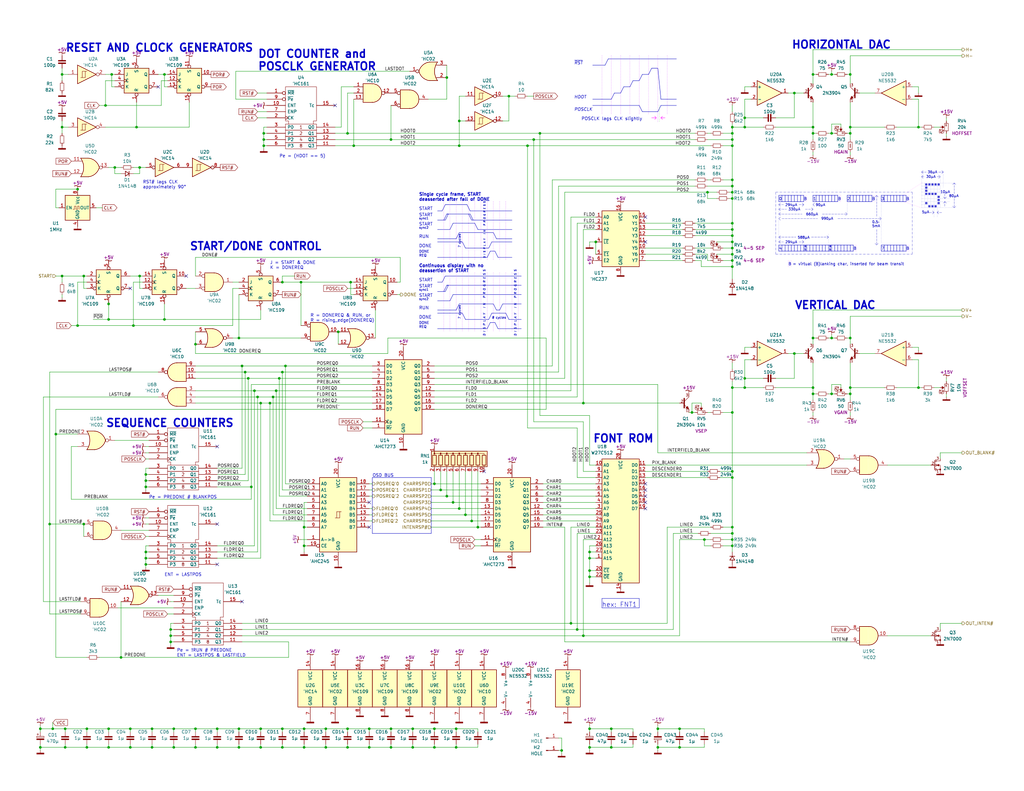
<source format=kicad_sch>
(kicad_sch (version 20230121) (generator eeschema)
  (paper "User" 419.1 323.85)
  (title_block (title "OS2 On-screen display/graphics card") (date "2020-06-27") (rev "2") (company "Alexis Lockwood") (comment 1 "CC BY-NC-SA 3.0"))
  (junction (at 67.31 130.81))
  (junction (at 34.29 113.03))
  (junction (at 177.8 298.45))
  (junction (at 102.87 199.39))
  (junction (at 299.72 109.22))
  (junction (at 80.01 306.07))
  (junction (at 187.96 208.28))
  (junction (at 229.87 307.34))
  (junction (at 347.98 54.61))
  (junction (at 288.29 220.98))
  (junction (at 236.22 257.81))
  (junction (at 289.56 78.74))
  (junction (at 124.46 306.07))
  (junction (at 44.45 306.07))
  (junction (at 160.02 298.45))
  (junction (at 57.15 68.58))
  (junction (at 347.98 158.75))
  (junction (at 100.33 152.4))
  (junction (at 114.3 154.94))
  (junction (at 44.45 298.45))
  (junction (at 241.3 226.06))
  (junction (at 299.72 93.98))
  (junction (at 299.72 73.66))
  (junction (at 241.3 228.6))
  (junction (at 133.35 306.07))
  (junction (at 299.72 223.52))
  (junction (at 22.86 177.8))
  (junction (at 53.34 298.45))
  (junction (at 69.85 257.81))
  (junction (at 340.36 30.48))
  (junction (at 99.06 149.86))
  (junction (at 332.74 158.75))
  (junction (at 241.3 306.07))
  (junction (at 332.74 54.61))
  (junction (at 168.91 306.07))
  (junction (at 16.51 306.07))
  (junction (at 347.98 138.43))
  (junction (at 106.68 165.1))
  (junction (at 71.12 298.45))
  (junction (at 241.3 233.68))
  (junction (at 375.92 52.07))
  (junction (at 62.23 298.45))
  (junction (at 138.43 135.89))
  (junction (at 160.02 306.07))
  (junction (at 31.75 77.47))
  (junction (at 97.79 306.07))
  (junction (at 115.57 306.07))
  (junction (at 332.74 30.48))
  (junction (at 59.69 199.39))
  (junction (at 182.88 203.2))
  (junction (at 299.72 57.15))
  (junction (at 67.31 30.48))
  (junction (at 35.56 306.07))
  (junction (at 304.8 48.26))
  (junction (at 185.42 205.74))
  (junction (at 97.79 138.43))
  (junction (at 88.9 306.07))
  (junction (at 142.24 54.61))
  (junction (at 233.68 255.27))
  (junction (at 299.72 76.2))
  (junction (at 55.88 52.07))
  (junction (at 299.72 81.28))
  (junction (at 299.72 101.6))
  (junction (at 101.6 154.94))
  (junction (at 21.59 298.45))
  (junction (at 220.98 54.61))
  (junction (at 340.36 161.29))
  (junction (at 299.72 193.04))
  (junction (at 299.72 96.52))
  (junction (at 182.88 31.75))
  (junction (at 116.84 149.86))
  (junction (at 238.76 260.35))
  (junction (at 110.49 165.1))
  (junction (at 144.78 59.69))
  (junction (at 325.12 144.78))
  (junction (at 193.04 213.36))
  (junction (at 43.18 43.18))
  (junction (at 26.67 298.45))
  (junction (at 45.72 30.48))
  (junction (at 53.34 306.07))
  (junction (at 238.76 165.1))
  (junction (at 59.69 196.85))
  (junction (at 142.24 298.45))
  (junction (at 299.72 220.98))
  (junction (at 278.13 298.45))
  (junction (at 80.01 140.97))
  (junction (at 299.72 91.44))
  (junction (at 26.67 306.07))
  (junction (at 299.72 78.74))
  (junction (at 299.72 99.06))
  (junction (at 304.8 154.94))
  (junction (at 104.14 160.02))
  (junction (at 250.19 306.07))
  (junction (at 34.29 214.63))
  (junction (at 106.68 306.07))
  (junction (at 124.46 298.45))
  (junction (at 299.72 104.14))
  (junction (at 25.4 113.03))
  (junction (at 69.85 260.35))
  (junction (at 283.21 168.91))
  (junction (at 62.23 306.07))
  (junction (at 299.72 195.58))
  (junction (at 25.4 52.07))
  (junction (at 304.8 158.75))
  (junction (at 299.72 59.69))
  (junction (at 332.74 52.07))
  (junction (at 115.57 298.45))
  (junction (at 106.68 298.45))
  (junction (at 195.58 215.9))
  (junction (at 133.35 298.45))
  (junction (at 347.98 52.07))
  (junction (at 59.69 231.14))
  (junction (at 25.4 30.48))
  (junction (at 340.36 54.61))
  (junction (at 186.69 298.45))
  (junction (at 218.44 57.15))
  (junction (at 44.45 130.81))
  (junction (at 115.57 152.4))
  (junction (at 143.51 115.57))
  (junction (at 49.53 269.24))
  (junction (at 177.8 306.07))
  (junction (at 35.56 298.45))
  (junction (at 190.5 210.82))
  (junction (at 151.13 306.07))
  (junction (at 299.72 106.68))
  (junction (at 107.95 54.61))
  (junction (at 160.02 57.15))
  (junction (at 347.98 161.29))
  (junction (at 278.13 306.07))
  (junction (at 347.98 30.48))
  (junction (at 299.72 52.07))
  (junction (at 299.72 168.91))
  (junction (at 124.46 223.52))
  (junction (at 71.12 306.07))
  (junction (at 115.57 115.57))
  (junction (at 107.95 59.69))
  (junction (at 304.8 52.07))
  (junction (at 59.69 194.31))
  (junction (at 187.96 49.53))
  (junction (at 168.91 298.45))
  (junction (at 208.28 39.37))
  (junction (at 215.9 59.69))
  (junction (at 20.32 214.63))
  (junction (at 332.74 161.29))
  (junction (at 299.72 54.61))
  (junction (at 54.61 133.35))
  (junction (at 187.96 59.69))
  (junction (at 332.74 138.43))
  (junction (at 241.3 298.45))
  (junction (at 88.9 298.45))
  (junction (at 111.76 162.56))
  (junction (at 299.72 158.75))
  (junction (at 31.75 133.35))
  (junction (at 107.95 57.15))
  (junction (at 340.36 138.43))
  (junction (at 325.12 38.1))
  (junction (at 151.13 298.45))
  (junction (at 59.69 228.6))
  (junction (at 57.15 113.03))
  (junction (at 97.79 298.45))
  (junction (at 375.92 158.75))
  (junction (at 124.46 215.9))
  (junction (at 142.24 306.07))
  (junction (at 250.19 298.45))
  (junction (at 177.8 198.12))
  (junction (at 299.72 215.9))
  (junction (at 105.41 162.56))
  (junction (at 269.24 306.07))
  (junction (at 299.72 218.44))
  (junction (at 269.24 298.45))
  (junction (at 69.85 262.89))
  (junction (at 243.84 99.06))
  (junction (at 59.69 226.06))
  (junction (at 186.69 306.07))
  (junction (at 113.03 160.02))
  (junction (at 180.34 200.66))
  (junction (at 241.3 236.22))
  (junction (at 80.01 298.45))
  (junction (at 123.19 115.57))
  (junction (at 46.99 68.58))
  (junction (at 44.45 124.46))
  (junction (at 16.51 298.45))
  (no_connect (at 198.12 193.04))
  (no_connect (at 88.9 214.63))
  (no_connect (at 264.16 203.2))
  (no_connect (at 264.16 88.9))
  (no_connect (at 99.06 246.38))
  (no_connect (at 88.9 182.88))
  (no_connect (at 264.16 99.06))
  (no_connect (at 264.16 200.66))
  (no_connect (at 53.34 118.11))
  (no_connect (at 64.77 35.56))
  (no_connect (at 137.16 43.18))
  (no_connect (at 264.16 205.74))
  (no_connect (at 264.16 208.28))
  (no_connect (at 88.9 231.14))
  (no_connect (at 264.16 198.12))
  (no_connect (at 151.13 215.9))
  (no_connect (at 76.2 113.03))
  (no_connect (at 151.13 205.74))
  (wire (pts (xy 299.72 96.52) (xy 299.72 99.06)))
  (wire (pts (xy 486.41 97.79) (xy 487.68 97.79)))
  (polyline (pts (xy 191.135 113.03) (xy 213.36 113.03)) (stroke (width 0) (type solid)))
  (polyline (pts (xy 381.889 79.629) (xy 381.889 79.121)) (stroke (width 0.254) (type dash)))
  (polyline (pts (xy 386.715 84.455) (xy 386.715 82.55)) (stroke (width 0.0001) (type dash)))
  (polyline (pts (xy 333.375 84.455) (xy 332.74 83.82)) (stroke (width 0.0001) (type dash)))
  (polyline (pts (xy 332.74 102.87) (xy 331.47 102.87)) (stroke (width 0) (type solid)))
  (polyline (pts (xy 383.921 75.311) (xy 383.921 75.819)) (stroke (width 0.254) (type dash)))
  (polyline (pts (xy 370.84 102.87) (xy 369.57 102.87)) (stroke (width 0) (type solid)))
  (polyline (pts (xy 363.22 100.33) (xy 364.49 100.33)) (stroke (width 0) (type solid)))
  (polyline (pts (xy 336.55 102.87) (xy 335.28 102.87)) (stroke (width 0) (type solid)))
  (wire (pts (xy 22.86 167.64) (xy 22.86 177.8)))
  (polyline (pts (xy 318.77 83.82) (xy 320.675 83.82)) (stroke (width 0.0001) (type dash)))
  (polyline (pts (xy 179.07 97.79) (xy 186.69 97.79)) (stroke (width 0) (type solid)))
  (wire (pts (xy 453.39 54.61) (xy 454.66 54.61)))
  (wire (pts (xy 312.42 48.26) (xy 304.8 48.26)))
  (polyline (pts (xy 325.12 100.33) (xy 325.12 102.87)) (stroke (width 0) (type solid)))
  (wire (pts (xy 241.3 236.22) (xy 241.3 238.76)))
  (polyline (pts (xy 257.81 35.56) (xy 259.08 33.02)) (stroke (width 0) (type solid)))
  (polyline (pts (xy 336.55 87.63) (xy 346.71 87.63)) (stroke (width 0.0001) (type dash)))
  (wire (pts (xy 453.39 21.59) (xy 454.66 21.59)))
  (wire (pts (xy 304.8 142.24) (xy 307.34 142.24)))
  (polyline (pts (xy 370.84 100.33) (xy 370.84 102.87)) (stroke (width 0) (type solid)))
  (wire (pts (xy 273.05 255.27) (xy 273.05 215.9)))
  (wire (pts (xy 241.3 298.45) (xy 241.3 299.72)))
  (wire (pts (xy 180.34 193.04) (xy 180.34 200.66)))
  (wire (pts (xy 45.72 30.48) (xy 45.72 35.56)))
  (wire (pts (xy 143.51 115.57) (xy 144.78 115.57)))
  (wire (pts (xy 222.25 215.9) (xy 231.14 215.9)))
  (wire (pts (xy 238.76 193.04) (xy 238.76 172.72)))
  (polyline (pts (xy 326.39 80.01) (xy 326.39 82.55)) (stroke (width 0) (type solid)))
  (wire (pts (xy 325.12 144.78) (xy 328.93 144.78)))
  (wire (pts (xy 347.98 129.54) (xy 393.7 129.54)))
  (polyline (pts (xy 356.87 82.55) (xy 358.14 82.55)) (stroke (width 0.0001) (type dot) (color 255 0 255 1)))
  (polyline (pts (xy 180.975 115.57) (xy 182.245 113.03)) (stroke (width 0) (type solid)))
  (wire (pts (xy 101.6 196.85) (xy 101.6 154.94)))
  (polyline (pts (xy 383.921 82.931) (xy 383.921 83.439)) (stroke (width 0.254) (type dash)))
  (wire (pts (xy 278.13 260.35) (xy 278.13 220.98)))
  (wire (pts (xy 193.04 193.04) (xy 193.04 213.36)))
  (wire (pts (xy 486.41 34.29) (xy 487.68 34.29)))
  (wire (pts (xy 60.96 231.14) (xy 59.69 231.14)))
  (polyline (pts (xy 338.455 97.79) (xy 339.09 97.155)) (stroke (width 0.0001) (type dash)))
  (wire (pts (xy 60.96 196.85) (xy 59.69 196.85)))
  (wire (pts (xy 34.29 118.11) (xy 35.56 118.11)))
  (wire (pts (xy 347.98 22.86) (xy 393.7 22.86)))
  (wire (pts (xy 250.19 306.07) (xy 259.08 306.07)))
  (wire (pts (xy 469.9 77.47) (xy 471.17 77.47)))
  (wire (pts (xy 151.13 304.8) (xy 151.13 306.07)))
  (wire (pts (xy 469.9 64.77) (xy 471.17 64.77)))
  (wire (pts (xy 233.68 88.9) (xy 233.68 160.02)))
  (wire (pts (xy 322.58 38.1) (xy 325.12 38.1)))
  (wire (pts (xy 299.72 106.68) (xy 299.72 109.22)))
  (wire (pts (xy 68.58 35.56) (xy 67.31 35.56)))
  (polyline (pts (xy 193.04 90.17) (xy 209.55 90.17)) (stroke (width 0) (type solid)))
  (wire (pts (xy 106.68 165.1) (xy 110.49 165.1)))
  (polyline (pts (xy 378.841 79.629) (xy 379.349 79.629)) (stroke (width 0.254) (type dash)))
  (wire (pts (xy 453.39 57.15) (xy 454.66 57.15)))
  (wire (pts (xy 469.9 41.91) (xy 471.17 41.91)))
  (wire (pts (xy 480.06 119.38) (xy 482.6 119.38)))
  (wire (pts (xy 480.06 127) (xy 482.6 127)))
  (wire (pts (xy 453.39 97.79) (xy 454.66 97.79)))
  (polyline (pts (xy 332.105 86.36) (xy 332.74 85.725)) (stroke (width 0.0001) (type dash)))
  (wire (pts (xy 346.71 54.61) (xy 347.98 54.61)))
  (wire (pts (xy 228.6 307.34) (xy 229.87 307.34)))
  (polyline (pts (xy 346.71 83.185) (xy 346.71 88.265)) (stroke (width 0.0001) (type dot)))
  (polyline (pts (xy 365.76 80.01) (xy 367.03 80.01)) (stroke (width 0) (type solid)))
  (polyline (pts (xy 383.921 81.661) (xy 383.921 82.169)) (stroke (width 0.254) (type dash)))
  (polyline (pts (xy 179.07 99.06) (xy 189.23 99.06)) (stroke (width 0) (type solid)))
  (polyline (pts (xy 181.61 90.17) (xy 182.88 87.63)) (stroke (width 0) (type solid)))
  (wire (pts (xy 39.37 85.09) (xy 41.91 85.09)))
  (wire (pts (xy 62.23 298.45) (xy 62.23 299.72)))
  (polyline (pts (xy 325.12 100.33) (xy 326.39 100.33)) (stroke (width 0) (type solid)))
  (wire (pts (xy 322.58 144.78) (xy 325.12 144.78)))
  (polyline (pts (xy 365.76 100.33) (xy 367.03 100.33)) (stroke (width 0) (type solid)))
  (polyline (pts (xy 321.31 80.01) (xy 322.58 80.01)) (stroke (width 0) (type solid)))
  (wire (pts (xy 151.13 213.36) (xy 152.4 213.36)))
  (polyline (pts (xy 360.68 83.185) (xy 360.68 99.695)) (stroke (width 0.0001) (type dot)))
  (wire (pts (xy 186.69 298.45) (xy 186.69 299.72)))
  (polyline (pts (xy 322.58 102.87) (xy 321.31 102.87)) (stroke (width 0) (type solid)))
  (polyline (pts (xy 370.84 80.01) (xy 372.11 80.01)) (stroke (width 0.0001) (type dot) (color 255 0 255 1)))
  (wire (pts (xy 49.53 246.38) (xy 49.53 269.24)))
  (wire (pts (xy 123.19 115.57) (xy 143.51 115.57)))
  (wire (pts (xy 295.91 73.66) (xy 299.72 73.66)))
  (wire (pts (xy 142.24 118.11) (xy 144.78 118.11)))
  (polyline (pts (xy 391.16 84.455) (xy 390.525 85.09)) (stroke (width 0.0001) (type dash)))
  (wire (pts (xy 273.05 215.9) (xy 290.83 215.9)))
  (wire (pts (xy 138.43 135.89) (xy 138.43 140.97)))
  (polyline (pts (xy 334.01 82.55) (xy 334.01 80.01)) (stroke (width 0) (type solid)))
  (polyline (pts (xy 329.565 85.725) (xy 332.74 85.725)) (stroke (width 0.0001) (type dash)))
  (wire (pts (xy 281.94 168.91) (xy 283.21 168.91)))
  (polyline (pts (xy 261.62 33.02) (xy 262.89 30.48)) (stroke (width 0) (type solid)))
  (polyline (pts (xy 347.98 100.33) (xy 347.98 102.87)) (stroke (width 0) (type solid)))
  (polyline (pts (xy 377.825 71.755) (xy 377.19 72.39)) (stroke (width 0.0001) (type dash)))
  (wire (pts (xy 289.56 78.74) (xy 293.37 78.74)))
  (wire (pts (xy 299.72 109.22) (xy 299.72 114.3)))
  (wire (pts (xy 486.41 82.55) (xy 487.68 82.55)))
  (wire (pts (xy 469.9 24.13) (xy 471.17 24.13)))
  (polyline (pts (xy 378.841 75.311) (xy 378.841 75.819)) (stroke (width 0.254) (type dash)))
  (wire (pts (xy 340.36 157.48) (xy 344.17 157.48)))
  (polyline (pts (xy 384.81 71.755) (xy 384.81 85.09)) (stroke (width 0.0001) (type dot)))
  (wire (pts (xy 241.3 298.45) (xy 250.19 298.45)))
  (polyline (pts (xy 339.09 102.87) (xy 340.36 102.87)) (stroke (width 0) (type solid)))
  (wire (pts (xy 295.91 215.9) (xy 299.72 215.9)))
  (wire (pts (xy 289.56 57.15) (xy 299.72 57.15)))
  (polyline (pts (xy 273.05 22.86) (xy 273.05 46.99)) (stroke (width 0.1524) (type dot) (color 187 0 255 1)))
  (polyline (pts (xy 179.07 93.98) (xy 184.15 93.98)) (stroke (width 0) (type solid)))
  (wire (pts (xy 62.23 306.07) (xy 71.12 306.07)))
  (polyline (pts (xy 386.715 79.375) (xy 386.715 81.28)) (stroke (width 0.0001) (type dash)))
  (polyline (pts (xy 209.55 111.76) (xy 209.55 135.89)) (stroke (width 0.1524) (type dot) (color 187 0 255 1)))
  (wire (pts (xy 469.9 49.53) (xy 471.17 49.53)))
  (wire (pts (xy 347.98 52.07) (xy 347.98 54.61)))
  (polyline (pts (xy 356.87 80.01) (xy 358.14 80.01)) (stroke (width 0.0001) (type dot) (color 255 0 255 1)))
  (polyline (pts (xy 391.16 75.565) (xy 390.525 74.93)) (stroke (width 0.0001) (type dash)))
  (polyline (pts (xy 384.429 82.169) (xy 384.429 81.661)) (stroke (width 0.254) (type dash)))
  (polyline (pts (xy 179.07 123.19) (xy 184.15 123.19)) (stroke (width 0) (type solid)))
  (polyline (pts (xy 337.82 102.87) (xy 336.55 102.87)) (stroke (width 0) (type solid)))
  (wire (pts (xy 69.85 255.27) (xy 69.85 257.81)))
  (wire (pts (xy 137.16 54.61) (xy 142.24 54.61)))
  (polyline (pts (xy 378.841 77.851) (xy 379.349 77.851)) (stroke (width 0.254) (type dash)))
  (polyline (pts (xy 351.79 82.55) (xy 350.52 82.55)) (stroke (width 0) (type solid)))
  (polyline (pts (xy 255.27 35.56) (xy 257.81 35.56)) (stroke (width 0) (type solid)))
  (polyline (pts (xy 179.07 134.62) (xy 199.39 134.62)) (stroke (width 0) (type solid)))
  (wire (pts (xy 453.39 92.71) (xy 454.66 92.71)))
  (wire (pts (xy 236.22 175.26) (xy 215.9 175.26)))
  (polyline (pts (xy 328.93 82.55) (xy 330.2 82.55)) (stroke (width 0.0001) (type dot) (color 255 0 255 1)))
  (wire (pts (xy 40.64 43.18) (xy 43.18 43.18)))
  (wire (pts (xy 16.51 306.07) (xy 16.51 307.34)))
  (wire (pts (xy 59.69 199.39) (xy 59.69 200.66)))
  (wire (pts (xy 160.02 57.15) (xy 218.44 57.15)))
  (polyline (pts (xy 254 22.86) (xy 254 46.99)) (stroke (width 0.1524) (type dot) (color 187 0 255 1)))
  (wire (pts (xy 49.53 269.24) (xy 118.11 269.24)))
  (wire (pts (xy 80.01 149.86) (xy 99.06 149.86)))
  (polyline (pts (xy 321.31 80.01) (xy 321.31 82.55)) (stroke (width 0) (type solid)))
  (wire (pts (xy 53.34 298.45) (xy 44.45 298.45)))
  (wire (pts (xy 59.69 219.71) (xy 60.96 219.71)))
  (polyline (pts (xy 344.17 102.87) (xy 342.9 102.87)) (stroke (width 0) (type solid)))
  (wire (pts (xy 80.01 152.4) (xy 100.33 152.4)))
  (polyline (pts (xy 361.95 102.87) (xy 361.95 100.33)) (stroke (width 0) (type solid)))
  (polyline (pts (xy 191.77 82.55) (xy 191.77 106.68)) (stroke (width 0.1524) (type dot) (color 187 0 255 1)))
  (polyline (pts (xy 194.31 111.76) (xy 194.31 135.89)) (stroke (width 0.1524) (type dot) (color 187 0 255 1)))
  (wire (pts (xy 339.09 30.48) (xy 340.36 30.48)))
  (wire (pts (xy 17.78 246.38) (xy 33.02 246.38)))
  (polyline (pts (xy 152.4 195.58) (xy 176.53 195.58)) (stroke (width 0) (type solid)))
  (wire (pts (xy 187.96 193.04) (xy 187.96 208.28)))
  (polyline (pts (xy 384.429 83.439) (xy 384.429 82.931)) (stroke (width 0.254) (type dash)))
  (wire (pts (xy 69.85 257.81) (xy 69.85 260.35)))
  (wire (pts (xy 283.21 168.91) (xy 283.21 165.1)))
  (polyline (pts (xy 386.08 83.185) (xy 386.715 82.55)) (stroke (width 0.0001) (type dash)))
  (wire (pts (xy 151.13 298.45) (xy 151.13 299.72)))
  (wire (pts (xy 317.5 158.75) (xy 332.74 158.75)))
  (wire (pts (xy 59.69 187.96) (xy 60.96 187.96)))
  (wire (pts (xy 351.79 144.78) (xy 358.14 144.78)))
  (wire (pts (xy 64.77 243.84) (xy 71.12 243.84)))
  (wire (pts (xy 71.12 257.81) (xy 69.85 257.81)))
  (wire (pts (xy 27.94 52.07) (xy 25.4 52.07)))
  (wire (pts (xy 312.42 154.94) (xy 304.8 154.94)))
  (wire (pts (xy 186.69 298.45) (xy 177.8 298.45)))
  (polyline (pts (xy 380.619 79.629) (xy 380.619 79.121)) (stroke (width 0.254) (type dash)))
  (wire (pts (xy 453.39 82.55) (xy 454.66 82.55)))
  (wire (pts (xy 176.53 208.28) (xy 187.96 208.28)))
  (wire (pts (xy 340.36 30.48) (xy 341.63 30.48)))
  (polyline (pts (xy 382.651 84.201) (xy 382.651 84.709)) (stroke (width 0.254) (type dash)))
  (polyline (pts (xy 320.04 102.87) (xy 320.04 100.33)) (stroke (width 0) (type solid)))
  (wire (pts (xy 486.41 19.05) (xy 487.68 19.05)))
  (wire (pts (xy 177.8 160.02) (xy 233.68 160.02)))
  (polyline (pts (xy 319.405 85.09) (xy 318.77 85.725)) (stroke (width 0.0001) (type dash)))
  (wire (pts (xy 148.59 172.72) (xy 152.4 172.72)))
  (wire (pts (xy 269.24 306.07) (xy 269.24 304.8)))
  (wire (pts (xy 228.6 76.2) (xy 228.6 152.4)))
  (polyline (pts (xy 383.159 75.819) (xy 383.159 75.311)) (stroke (width 0.254) (type dash)))
  (wire (pts (xy 325.12 38.1) (xy 328.93 38.1)))
  (polyline (pts (xy 208.28 130.81) (xy 213.36 130.81)) (stroke (width 0) (type solid)))
  (polyline (pts (xy 327.025 83.82) (xy 328.93 83.82)) (stroke (width 0.0001) (type dash)))
  (wire (pts (xy 163.83 105.41) (xy 80.01 105.41)))
  (wire (pts (xy 241.3 233.68) (xy 243.84 233.68)))
  (wire (pts (xy 486.41 39.37) (xy 487.68 39.37)))
  (polyline (pts (xy 187.96 95.25) (xy 201.93 95.25)) (stroke (width 0) (type solid)))
  (polyline (pts (xy 335.28 100.33) (xy 336.55 100.33)) (stroke (width 0) (type solid)))
  (wire (pts (xy 151.13 210.82) (xy 152.4 210.82)))
  (wire (pts (xy 278.13 220.98) (xy 288.29 220.98)))
  (polyline (pts (xy 332.74 82.55) (xy 334.01 82.55)) (stroke (width 0) (type solid)))
  (wire (pts (xy 60.96 223.52) (xy 59.69 223.52)))
  (wire (pts (xy 35.56 298.45) (xy 26.67 298.45)))
  (polyline (pts (xy 364.49 102.87) (xy 363.22 102.87)) (stroke (width 0) (type solid)))
  (wire (pts (xy 226.06 73.66) (xy 284.48 73.66)))
  (wire (pts (xy 95.25 133.35) (xy 95.25 118.11)))
  (wire (pts (xy 453.39 74.93) (xy 454.66 74.93)))
  (wire (pts (xy 168.91 304.8) (xy 168.91 306.07)))
  (wire (pts (xy 34.29 113.03) (xy 34.29 118.11)))
  (wire (pts (xy 269.24 297.18) (xy 269.24 298.45)))
  (wire (pts (xy 176.53 200.66) (xy 180.34 200.66)))
  (wire (pts (xy 176.53 215.9) (xy 195.58 215.9)))
  (wire (pts (xy 182.88 40.64) (xy 182.88 31.75)))
  (wire (pts (xy 486.41 87.63) (xy 487.68 87.63)))
  (polyline (pts (xy 265.43 30.48) (xy 266.7 27.94)) (stroke (width 0) (type solid)))
  (wire (pts (xy 100.33 194.31) (xy 88.9 194.31)))
  (wire (pts (xy 275.59 218.44) (xy 275.59 257.81)))
  (wire (pts (xy 347.98 161.29) (xy 347.98 163.83)))
  (polyline (pts (xy 347.98 80.01) (xy 349.25 80.01)) (stroke (width 0) (type solid)))
  (wire (pts (xy 295.91 54.61) (xy 299.72 54.61)))
  (polyline (pts (xy 386.08 80.645) (xy 386.715 81.28)) (stroke (width 0.0001) (type dash)))
  (polyline (pts (xy 378.841 76.581) (xy 378.841 77.089)) (stroke (width 0.254) (type dash)))
  (polyline (pts (xy 346.71 80.01) (xy 346.71 82.55)) (stroke (width 0) (type solid)))
  (wire (pts (xy 95.25 118.11) (xy 97.79 118.11)))
  (polyline (pts (xy 380.111 75.311) (xy 380.111 75.819)) (stroke (width 0.254) (type dash)))
  (polyline (pts (xy 383.921 75.311) (xy 384.429 75.311)) (stroke (width 0.254) (type dash)))
  (wire (pts (xy 106.68 130.81) (xy 106.68 127)))
  (wire (pts (xy 123.19 133.35) (xy 123.19 115.57)))
  (polyline (pts (xy 368.3 102.87) (xy 367.03 102.87)) (stroke (width 0) (type solid)))
  (wire (pts (xy 382.27 158.75) (xy 384.81 158.75)))
  (wire (pts (xy 118.11 262.89) (xy 99.06 262.89)))
  (polyline (pts (xy 368.3 80.01) (xy 368.3 82.55)) (stroke (width 0) (type solid)))
  (wire (pts (xy 486.41 64.77) (xy 487.68 64.77)))
  (wire (pts (xy 38.1 130.81) (xy 44.45 130.81)))
  (wire (pts (xy 299.72 168.91) (xy 299.72 193.04)))
  (wire (pts (xy 27.94 30.48) (xy 25.4 30.48)))
  (polyline (pts (xy 381.381 84.201) (xy 381.889 84.201)) (stroke (width 0.254) (type dash)))
  (polyline (pts (xy 381.381 79.121) (xy 381.889 79.121)) (stroke (width 0.254) (type dash)))
  (wire (pts (xy 347.98 62.23) (xy 347.98 63.5)))
  (polyline (pts (xy 380.111 84.201) (xy 380.111 84.709)) (stroke (width 0.254) (type dash)))
  (wire (pts (xy 222.25 208.28) (xy 243.84 208.28)))
  (wire (pts (xy 133.35 298.45) (xy 124.46 298.45)))
  (wire (pts (xy 142.24 306.07) (xy 151.13 306.07)))
  (wire (pts (xy 382.27 52.07) (xy 384.81 52.07)))
  (polyline (pts (xy 181.61 119.38) (xy 182.245 119.38)) (stroke (width 0) (type solid)))
  (wire (pts (xy 137.16 57.15) (xy 160.02 57.15)))
  (polyline (pts (xy 353.06 80.01) (xy 354.33 80.01)) (stroke (width 0) (type solid)))
  (polyline (pts (xy 349.25 100.33) (xy 350.52 100.33)) (stroke (width 0.0001) (type dot) (color 255 0 255 1)))
  (wire (pts (xy 186.69 306.07) (xy 195.58 306.07)))
  (wire (pts (xy 185.42 193.04) (xy 185.42 205.74)))
  (polyline (pts (xy 319.405 88.265) (xy 318.77 87.63)) (stroke (width 0.0001) (type dash)))
  (wire (pts (xy 22.86 113.03) (xy 25.4 113.03)))
  (polyline (pts (xy 364.49 80.01) (xy 364.49 82.55)) (stroke (width 0) (type solid)))
  (wire (pts (xy 106.68 304.8) (xy 106.68 306.07)))
  (wire (pts (xy 304.8 40.64) (xy 307.34 40.64)))
  (wire (pts (xy 393.7 255.27) (xy 384.81 255.27)))
  (polyline (pts (xy 203.2 97.79) (xy 209.55 97.79)) (stroke (width 0) (type solid)))
  (wire (pts (xy 97.79 298.45) (xy 97.79 299.72)))
  (wire (pts (xy 393.7 185.42) (xy 384.81 185.42)))
  (polyline (pts (xy 327.66 82.55) (xy 326.39 82.55)) (stroke (width 0) (type solid)))
  (wire (pts (xy 88.9 226.06) (xy 105.41 226.06)))
  (polyline (pts (xy 377.19 77.47) (xy 384.81 77.47)) (stroke (width 0.0001) (type dot)))
  (polyline (pts (xy 347.98 100.33) (xy 349.25 100.33)) (stroke (width 0) (type solid)))
  (polyline (pts (xy 318.77 87.63) (xy 328.295 87.63)) (stroke (width 0.0001) (type dash)))
  (wire (pts (xy 486.41 46.99) (xy 487.68 46.99)))
  (polyline (pts (xy 269.24 22.86) (xy 269.24 50.165)) (stroke (width 0.1524) (type dot) (color 187 0 255 1)))
  (wire (pts (xy 194.31 223.52) (xy 196.85 223.52)))
  (wire (pts (xy 105.41 226.06) (xy 105.41 162.56)))
  (wire (pts (xy 375.92 147.32) (xy 375.92 158.75)))
  (wire (pts (xy 278.13 306.07) (xy 269.24 306.07)))
  (wire (pts (xy 469.9 92.71) (xy 471.17 92.71)))
  (polyline (pts (xy 201.93 124.46) (xy 203.2 127)) (stroke (width 0) (type solid)))
  (wire (pts (xy 25.4 113.03) (xy 25.4 115.57)))
  (polyline (pts (xy 382.651 75.819) (xy 383.159 75.819)) (stroke (width 0.254) (type dash)))
  (wire (pts (xy 222.25 205.74) (xy 243.84 205.74)))
  (wire (pts (xy 144.78 59.69) (xy 187.96 59.69)))
  (polyline (pts (xy 361.95 100.33) (xy 363.22 100.33)) (stroke (width 0) (type solid)))
  (wire (pts (xy 176.53 205.74) (xy 185.42 205.74)))
  (wire (pts (xy 241.3 228.6) (xy 243.84 228.6)))
  (polyline (pts (xy 380.111 75.311) (xy 380.619 75.311)) (stroke (width 0.254) (type dash)))
  (polyline (pts (xy 203.835 134.62) (xy 213.36 134.62)) (stroke (width 0) (type solid)))
  (wire (pts (xy 469.9 97.79) (xy 471.17 97.79)))
  (wire (pts (xy 299.72 93.98) (xy 299.72 91.44)))
  (wire (pts (xy 44.45 68.58) (xy 46.99 68.58)))
  (polyline (pts (xy 254 38.1) (xy 255.27 35.56)) (stroke (width 0) (type solid)))
  (polyline (pts (xy 380.619 75.819) (xy 380.619 75.311)) (stroke (width 0.254) (type dash)))
  (wire (pts (xy 347.98 158.75) (xy 347.98 161.29)))
  (polyline (pts (xy 326.39 82.55) (xy 325.12 82.55)) (stroke (width 0) (type solid)))
  (polyline (pts (xy 201.93 82.55) (xy 201.93 106.68)) (stroke (width 0.1524) (type dot) (color 187 0 255 1)))
  (wire (pts (xy 29.21 182.88) (xy 31.75 182.88)))
  (polyline (pts (xy 187.96 124.46) (xy 201.93 124.46)) (stroke (width 0) (type solid)))
  (wire (pts (xy 264.16 104.14) (xy 279.4 104.14)))
  (wire (pts (xy 233.68 215.9) (xy 243.84 215.9)))
  (wire (pts (xy 43.18 43.18) (xy 43.18 33.02)))
  (polyline (pts (xy 179.07 115.57) (xy 180.975 115.57)) (stroke (width 0) (type solid)))
  (wire (pts (xy 453.39 34.29) (xy 454.66 34.29)))
  (polyline (pts (xy 200.66 132.08) (xy 202.565 132.08)) (stroke (width 0) (type solid)))
  (polyline (pts (xy 182.245 119.38) (xy 183.515 116.84)) (stroke (width 0) (type solid)))
  (polyline (pts (xy 367.03 102.87) (xy 365.76 102.87)) (stroke (width 0) (type solid)))
  (polyline (pts (xy 201.295 128.27) (xy 207.01 128.27)) (stroke (width 0) (type solid)))
  (polyline (pts (xy 337.82 82.55) (xy 336.55 82.55)) (stroke (width 0) (type solid)))
  (wire (pts (xy 480.06 121.92) (xy 482.6 121.92)))
  (polyline (pts (xy 358.775 80.01) (xy 358.775 88.9)) (stroke (width 0.0001) (type dash)))
  (wire (pts (xy 339.09 138.43) (xy 340.36 138.43)))
  (polyline (pts (xy 194.31 91.44) (xy 195.58 93.98)) (stroke (width 0) (type solid)))
  (wire (pts (xy 20.32 214.63) (xy 20.32 152.4)))
  (wire (pts (xy 289.56 54.61) (xy 290.83 54.61)))
  (wire (pts (xy 283.21 165.1) (xy 287.02 165.1)))
  (wire (pts (xy 102.87 199.39) (xy 102.87 204.47)))
  (polyline (pts (xy 270.51 43.18) (xy 276.86 43.18)) (stroke (width 0) (type solid)))
  (polyline (pts (xy 317.5 78.74) (xy 317.5 104.14)) (stroke (width 0.0001) (type dash_dot)))
  (polyline (pts (xy 377.825 73.025) (xy 377.19 72.39)) (stroke (width 0.0001) (type dash)))
  (wire (pts (xy 43.18 30.48) (xy 45.72 30.48)))
  (polyline (pts (xy 207.01 128.27) (xy 208.28 130.81)) (stroke (width 0) (type solid)))
  (polyline (pts (xy 323.85 82.55) (xy 322.58 82.55)) (stroke (width 0) (type solid)))
  (wire (pts (xy 457.2 119.38) (xy 459.74 119.38)))
  (wire (pts (xy 34.29 214.63) (xy 34.29 219.71)))
  (wire (pts (xy 304.8 147.32) (xy 307.34 147.32)))
  (wire (pts (xy 486.41 41.91) (xy 487.68 41.91)))
  (wire (pts (xy 469.9 72.39) (xy 471.17 72.39)))
  (wire (pts (xy 486.41 54.61) (xy 487.68 54.61)))
  (polyline (pts (xy 332.74 100.33) (xy 332.74 102.87)) (stroke (width 0) (type solid)))
  (wire (pts (xy 453.39 90.17) (xy 454.66 90.17)))
  (wire (pts (xy 346.71 161.29) (xy 347.98 161.29)))
  (wire (pts (xy 25.4 120.65) (xy 25.4 121.92)))
  (polyline (pts (xy 339.09 100.33) (xy 339.09 102.87)) (stroke (width 0) (type solid)))
  (wire (pts (xy 177.8 165.1) (xy 238.76 165.1)))
  (polyline (pts (xy 250.19 22.86) (xy 250.19 46.99)) (stroke (width 0.1524) (type dot) (color 187 0 255 1)))
  (wire (pts (xy 457.2 132.08) (xy 459.74 132.08)))
  (wire (pts (xy 54.61 71.12) (xy 57.15 71.12)))
  (wire (pts (xy 67.31 35.56) (xy 67.31 30.48)))
  (wire (pts (xy 102.87 199.39) (xy 102.87 157.48)))
  (wire (pts (xy 299.72 148.59) (xy 299.72 151.13)))
  (polyline (pts (xy 196.85 82.55) (xy 196.85 106.68)) (stroke (width 0.1524) (type dot) (color 187 0 255 1)))
  (wire (pts (xy 492.76 149.86) (xy 495.3 149.86)))
  (polyline (pts (xy 365.76 80.01) (xy 365.76 82.55)) (stroke (width 0) (type solid)))
  (wire (pts (xy 88.9 199.39) (xy 102.87 199.39)))
  (wire (pts (xy 453.39 52.07) (xy 454.66 52.07)))
  (wire (pts (xy 105.41 45.72) (xy 109.22 45.72)))
  (polyline (pts (xy 385.445 71.12) (xy 386.08 70.485)) (stroke (width 0.0001) (type dash)))
  (polyline (pts (xy 353.06 80.01) (xy 353.06 82.55)) (stroke (width 0) (type solid)))
  (wire (pts (xy 182.88 193.04) (xy 182.88 203.2)))
  (polyline (pts (xy 317.5 104.14) (xy 373.38 104.14)) (stroke (width 0.0001) (type dash_dot)))
  (wire (pts (xy 492.76 144.78) (xy 495.3 144.78)))
  (wire (pts (xy 238.76 93.98) (xy 243.84 93.98)))
  (polyline (pts (xy 191.77 120.65) (xy 213.36 120.65)) (stroke (width 0) (type solid)))
  (polyline (pts (xy 323.85 106.68) (xy 323.85 109.22)) (stroke (width 0.0001) (type dot) (color 255 0 255 1)))
  (polyline (pts (xy 323.85 100.33) (xy 325.12 100.33)) (stroke (width 0) (type solid)))
  (wire (pts (xy 115.57 200.66) (xy 125.73 200.66)))
  (polyline (pts (xy 378.841 77.851) (xy 378.841 78.359)) (stroke (width 0.254) (type dash)))
  (wire (pts (xy 144.78 38.1) (xy 142.24 38.1)))
  (polyline (pts (xy 319.405 84.455) (xy 318.77 83.82)) (stroke (width 0.0001) (type dash)))
  (wire (pts (xy 110.49 213.36) (xy 125.73 213.36)))
  (wire (pts (xy 54.61 133.35) (xy 95.25 133.35)))
  (polyline (pts (xy 261.62 248.92) (xy 261.62 245.11)) (stroke (width 0) (type solid)))
  (polyline (pts (xy 336.55 100.33) (xy 336.55 102.87)) (stroke (width 0) (type solid)))
  (wire (pts (xy 299.72 195.58) (xy 299.72 215.9)))
  (polyline (pts (xy 337.82 100.33) (xy 337.82 102.87)) (stroke (width 0) (type solid)))
  (polyline (pts (xy 190.5 130.81) (xy 200.025 130.81)) (stroke (width 0) (type solid)))
  (wire (pts (xy 347.98 30.48) (xy 347.98 34.29)))
  (wire (pts (xy 298.45 78.74) (xy 299.72 78.74)))
  (wire (pts (xy 486.41 62.23) (xy 487.68 62.23)))
  (wire (pts (xy 222.25 203.2) (xy 243.84 203.2)))
  (wire (pts (xy 151.13 298.45) (xy 142.24 298.45)))
  (polyline (pts (xy 319.405 96.52) (xy 318.77 97.155)) (stroke (width 0.0001) (type dash)))
  (polyline (pts (xy 328.295 98.425) (xy 328.93 99.06)) (stroke (width 0.0001) (type dash)))
  (wire (pts (xy 20.32 214.63) (xy 20.32 251.46)))
  (wire (pts (xy 453.39 80.01) (xy 454.66 80.01)))
  (wire (pts (xy 236.22 218.44) (xy 243.84 218.44)))
  (wire (pts (xy 124.46 205.74) (xy 125.73 205.74)))
  (polyline (pts (xy 364.49 82.55) (xy 363.22 82.55)) (stroke (width 0) (type solid)))
  (polyline (pts (xy 181.61 119.38) (xy 182.88 116.84)) (stroke (width 0) (type solid)))
  (polyline (pts (xy 384.429 80.899) (xy 384.429 80.391)) (stroke (width 0.254) (type dash)))
  (wire (pts (xy 21.59 295.91) (xy 21.59 298.45)))
  (wire (pts (xy 218.44 172.72) (xy 238.76 172.72)))
  (wire (pts (xy 486.41 77.47) (xy 487.68 77.47)))
  (wire (pts (xy 486.41 92.71) (xy 487.68 92.71)))
  (wire (pts (xy 287.02 109.22) (xy 299.72 109.22)))
  (polyline (pts (xy 336.55 82.55) (xy 335.28 82.55)) (stroke (width 0) (type solid)))
  (wire (pts (xy 80.01 298.45) (xy 71.12 298.45)))
  (wire (pts (xy 54.61 115.57) (xy 54.61 133.35)))
  (polyline (pts (xy 322.58 100.33) (xy 323.85 100.33)) (stroke (width 0) (type solid)))
  (wire (pts (xy 53.34 113.03) (xy 57.15 113.03)))
  (wire (pts (xy 241.3 228.6) (xy 241.3 233.68)))
  (wire (pts (xy 59.69 228.6) (xy 59.69 231.14)))
  (wire (pts (xy 229.87 308.61) (xy 229.87 307.34)))
  (polyline (pts (xy 384.175 71.755) (xy 384.81 72.39)) (stroke (width 0.0001) (type dash)))
  (polyline (pts (xy 381.635 86.36) (xy 382.27 86.995)) (stroke (width 0.0001) (type dash)))
  (wire (pts (xy 289.56 78.74) (xy 289.56 81.28)))
  (wire (pts (xy 486.41 36.83) (xy 487.68 36.83)))
  (polyline (pts (xy 322.58 80.01) (xy 323.85 80.01)) (stroke (width 0) (type solid)))
  (polyline (pts (xy 368.3 80.01) (xy 369.57 80.01)) (stroke (width 0) (type solid)))
  (wire (pts (xy 60.96 182.88) (xy 59.69 182.88)))
  (wire (pts (xy 210.82 39.37) (xy 208.28 39.37)))
  (wire (pts (xy 124.46 304.8) (xy 124.46 306.07)))
  (polyline (pts (xy 351.79 80.01) (xy 351.79 82.55)) (stroke (width 0) (type solid)))
  (wire (pts (xy 486.41 26.67) (xy 487.68 26.67)))
  (wire (pts (xy 304.8 48.26) (xy 304.8 40.64)))
  (polyline (pts (xy 377.19 85.09) (xy 369.57 82.55)) (stroke (width 0.0001) (type dot) (color 255 0 255 1)))
  (wire (pts (xy 241.3 223.52) (xy 241.3 226.06)))
  (wire (pts (xy 480.06 129.54) (xy 482.6 129.54)))
  (wire (pts (xy 44.45 123.19) (xy 44.45 124.46)))
  (polyline (pts (xy 355.6 82.55) (xy 354.33 82.55)) (stroke (width 0) (type solid)))
  (wire (pts (xy 88.9 191.77) (xy 99.06 191.77)))
  (wire (pts (xy 453.39 69.85) (xy 454.66 69.85)))
  (wire (pts (xy 71.12 298.45) (xy 71.12 299.72)))
  (wire (pts (xy 486.41 57.15) (xy 487.68 57.15)))
  (wire (pts (xy 346.71 30.48) (xy 347.98 30.48)))
  (wire (pts (xy 113.03 160.02) (xy 152.4 160.02)))
  (wire (pts (xy 88.9 306.07) (xy 97.79 306.07)))
  (wire (pts (xy 110.49 165.1) (xy 110.49 213.36)))
  (wire (pts (xy 34.29 113.03) (xy 35.56 113.03)))
  (wire (pts (xy 223.52 138.43) (xy 223.52 167.64)))
  (polyline (pts (xy 184.15 93.98) (xy 185.42 91.44)) (stroke (width 0) (type solid)))
  (polyline (pts (xy 349.25 80.01) (xy 350.52 80.01)) (stroke (width 0) (type solid)))
  (wire (pts (xy 332.74 158.75) (xy 332.74 161.29)))
  (polyline (pts (xy 242.57 43.18) (xy 261.62 43.18)) (stroke (width 0) (type solid)))
  (wire (pts (xy 53.34 304.8) (xy 53.34 306.07)))
  (wire (pts (xy 106.68 228.6) (xy 106.68 165.1)))
  (wire (pts (xy 97.79 304.8) (xy 97.79 306.07)))
  (wire (pts (xy 299.72 81.28) (xy 299.72 91.44)))
  (wire (pts (xy 218.44 39.37) (xy 215.9 39.37)))
  (wire (pts (xy 332.74 127) (xy 393.7 127)))
  (wire (pts (xy 218.44 57.15) (xy 284.48 57.15)))
  (polyline (pts (xy 377.19 74.93) (xy 369.57 80.01)) (stroke (width 0.0001) (type dot) (color 255 0 255 1)))
  (wire (pts (xy 344.17 157.48) (xy 344.17 158.75)))
  (polyline (pts (xy 339.09 102.87) (xy 337.82 102.87)) (stroke (width 0) (type solid)))
  (wire (pts (xy 486.41 44.45) (xy 487.68 44.45)))
  (wire (pts (xy 142.24 304.8) (xy 142.24 306.07)))
  (wire (pts (xy 241.3 233.68) (xy 241.3 236.22)))
  (polyline (pts (xy 382.651 84.201) (xy 383.159 84.201)) (stroke (width 0.254) (type dash)))
  (wire (pts (xy 97.79 115.57) (xy 95.25 115.57)))
  (polyline (pts (xy 367.03 100.33) (xy 367.03 102.87)) (stroke (width 0) (type solid)))
  (wire (pts (xy 69.85 246.38) (xy 71.12 246.38)))
  (wire (pts (xy 283.21 168.91) (xy 284.48 168.91)))
  (polyline (pts (xy 380.111 84.709) (xy 380.619 84.709)) (stroke (width 0.254) (type dash)))
  (wire (pts (xy 294.64 195.58) (xy 299.72 195.58)))
  (wire (pts (xy 299.72 104.14) (xy 299.72 106.68)))
  (polyline (pts (xy 341.63 80.01) (xy 341.63 82.55)) (stroke (width 0) (type solid)))
  (wire (pts (xy 100.33 194.31) (xy 100.33 152.4)))
  (polyline (pts (xy 202.565 102.87) (xy 203.835 105.41)) (stroke (width 0) (type solid)))
  (wire (pts (xy 160.02 43.18) (xy 160.02 57.15)))
  (polyline (pts (xy 369.57 100.33) (xy 369.57 102.87)) (stroke (width 0) (type solid)))
  (wire (pts (xy 469.9 85.09) (xy 471.17 85.09)))
  (wire (pts (xy 304.8 35.56) (xy 304.8 36.83)))
  (polyline (pts (xy 337.82 80.01) (xy 339.09 80.01)) (stroke (width 0) (type solid)))
  (wire (pts (xy 88.9 196.85) (xy 101.6 196.85)))
  (wire (pts (xy 332.74 138.43) (xy 332.74 140.97)))
  (wire (pts (xy 453.39 87.63) (xy 454.66 87.63)))
  (wire (pts (xy 453.39 95.25) (xy 454.66 95.25)))
  (polyline (pts (xy 382.651 75.311) (xy 383.159 75.311)) (stroke (width 0.254) (type dash)))
  (wire (pts (xy 469.9 31.75) (xy 471.17 31.75)))
  (wire (pts (xy 469.9 57.15) (xy 471.17 57.15)))
  (polyline (pts (xy 318.77 100.33) (xy 318.77 102.87)) (stroke (width 0) (type solid)))
  (polyline (pts (xy 384.175 86.36) (xy 383.54 86.995)) (stroke (width 0.0001) (type dash)))
  (polyline (pts (xy 354.33 82.55) (xy 353.06 82.55)) (stroke (width 0) (type solid)))
  (wire (pts (xy 59.69 68.58) (xy 57.15 68.58)))
  (polyline (pts (xy 341.63 80.01) (xy 342.9 80.01)) (stroke (width 0) (type solid)))
  (polyline (pts (xy 341.63 82.55) (xy 340.36 82.55)) (stroke (width 0) (type solid)))
  (wire (pts (xy 347.98 262.89) (xy 231.14 262.89)))
  (wire (pts (xy 299.72 43.18) (xy 299.72 45.72)))
  (wire (pts (xy 299.72 223.52) (xy 295.91 223.52)))
  (polyline (pts (xy 327.66 100.33) (xy 327.66 102.87)) (stroke (width 0) (type solid)))
  (wire (pts (xy 375.92 143.51) (xy 375.92 142.24)))
  (wire (pts (xy 144.78 40.64) (xy 144.78 59.69)))
  (polyline (pts (xy 377.19 83.82) (xy 384.81 83.82)) (stroke (width 0.0001) (type dot)))
  (wire (pts (xy 469.9 39.37) (xy 471.17 39.37)))
  (polyline (pts (xy 266.7 27.94) (xy 269.24 27.94)) (stroke (width 0) (type solid)))
  (wire (pts (xy 347.98 138.43) (xy 347.98 140.97)))
  (wire (pts (xy 250.19 304.8) (xy 250.19 306.07)))
  (wire (pts (xy 492.76 147.32) (xy 495.3 147.32)))
  (wire (pts (xy 222.25 213.36) (xy 243.84 213.36)))
  (polyline (pts (xy 203.2 127) (xy 204.47 127)) (stroke (width 0) (type solid)))
  (wire (pts (xy 55.88 41.91) (xy 55.88 52.07)))
  (polyline (pts (xy 377.825 69.85) (xy 377.19 70.485)) (stroke (width 0.0001) (type dash)))
  (polyline (pts (xy 377.19 82.55) (xy 388.62 82.55)) (stroke (width 0.0001) (type dot)))
  (polyline (pts (xy 383.921 81.661) (xy 384.429 81.661)) (stroke (width 0.254) (type dash)))
  (wire (pts (xy 177.8 149.86) (xy 226.06 149.86)))
  (wire (pts (xy 46.99 68.58) (xy 46.99 71.12)))
  (wire (pts (xy 195.58 299.72) (xy 195.58 298.45)))
  (polyline (pts (xy 191.77 116.84) (xy 213.36 116.84)) (stroke (width 0) (type solid)))
  (polyline (pts (xy 333.375 83.185) (xy 332.74 83.82)) (stroke (width 0.0001) (type dash)))
  (polyline (pts (xy 269.24 27.94) (xy 270.51 40.64)) (stroke (width 0) (type solid)))
  (wire (pts (xy 76.2 118.11) (xy 80.01 118.11)))
  (polyline (pts (xy 186.69 111.76) (xy 186.69 135.89)) (stroke (width 0.1524) (type dot) (color 187 0 255 1)))
  (polyline (pts (xy 380.111 75.819) (xy 380.619 75.819)) (stroke (width 0.254) (type dash)))
  (polyline (pts (xy 200.66 102.87) (xy 202.565 102.87)) (stroke (width 0) (type solid)))
  (wire (pts (xy 102.87 204.47) (xy 29.21 204.47)))
  (wire (pts (xy 162.56 120.65) (xy 163.83 120.65)))
  (wire (pts (xy 480.06 114.3) (xy 482.6 114.3)))
  (wire (pts (xy 347.98 158.75) (xy 361.95 158.75)))
  (wire (pts (xy 339.09 54.61) (xy 340.36 54.61)))
  (polyline (pts (xy 342.9 82.55) (xy 344.17 82.55)) (stroke (width 0.0001) (type dot) (color 255 0 255 1)))
  (wire (pts (xy 340.36 50.8) (xy 344.17 50.8)))
  (wire (pts (xy 187.96 49.53) (xy 190.5 49.53)))
  (polyline (pts (xy 179.07 119.38) (xy 181.61 119.38)) (stroke (width 0) (type solid)))
  (polyline (pts (xy 385.445 69.85) (xy 386.08 70.485)) (stroke (width 0.0001) (type dash)))
  (polyline (pts (xy 318.77 80.01) (xy 318.77 82.55)) (stroke (width 0) (type solid)))
  (polyline (pts (xy 380.365 86.995) (xy 382.27 86.995)) (stroke (width 0.0001) (type dash)))
  (wire (pts (xy 486.41 72.39) (xy 487.68 72.39)))
  (wire (pts (xy 238.76 220.98) (xy 238.76 260.35)))
  (polyline (pts (xy 380.111 84.201) (xy 380.619 84.201)) (stroke (width 0.254) (type dash)))
  (wire (pts (xy 43.18 43.18) (xy 66.04 43.18)))
  (wire (pts (xy 236.22 257.81) (xy 236.22 218.44)))
  (polyline (pts (xy 202.565 132.08) (xy 203.835 134.62)) (stroke (width 0) (type solid)))
  (wire (pts (xy 284.48 93.98) (xy 299.72 93.98)))
  (polyline (pts (xy 319.405 83.185) (xy 318.77 83.82)) (stroke (width 0.0001) (type dash)))
  (wire (pts (xy 312.42 158.75) (xy 304.8 158.75)))
  (wire (pts (xy 264.16 193.04) (xy 289.56 193.04)))
  (polyline (pts (xy 360.68 80.01) (xy 361.95 80.01)) (stroke (width 0) (type solid)))
  (polyline (pts (xy 320.04 100.33) (xy 321.31 100.33)) (stroke (width 0) (type solid)))
  (wire (pts (xy 59.69 196.85) (xy 59.69 199.39)))
  (wire (pts (xy 151.13 200.66) (xy 152.4 200.66)))
  (polyline (pts (xy 364.49 100.33) (xy 365.76 100.33)) (stroke (width 0) (type solid)))
  (polyline (pts (xy 192.405 86.36) (xy 209.55 86.36)) (stroke (width 0) (type solid)))
  (wire (pts (xy 101.6 154.94) (xy 114.3 154.94)))
  (wire (pts (xy 486.41 69.85) (xy 487.68 69.85)))
  (wire (pts (xy 45.72 30.48) (xy 46.99 30.48)))
  (polyline (pts (xy 328.93 102.87) (xy 330.2 102.87)) (stroke (width 0) (type solid)))
  (wire (pts (xy 229.87 307.34) (xy 229.87 302.26)))
  (wire (pts (xy 299.72 220.98) (xy 299.72 223.52)))
  (wire (pts (xy 44.45 130.81) (xy 67.31 130.81)))
  (wire (pts (xy 107.95 54.61) (xy 107.95 57.15)))
  (wire (pts (xy 57.15 68.58) (xy 54.61 68.58)))
  (wire (pts (xy 182.88 31.75) (xy 182.88 26.67)))
  (wire (pts (xy 60.96 228.6) (xy 59.69 228.6)))
  (wire (pts (xy 160.02 306.07) (xy 168.91 306.07)))
  (wire (pts (xy 133.35 298.45) (xy 133.35 299.72)))
  (wire (pts (xy 31.75 177.8) (xy 22.86 177.8)))
  (polyline (pts (xy 358.775 93.98) (xy 358.775 100.33)) (stroke (width 0.0001) (type dash)))
  (wire (pts (xy 325.12 48.26) (xy 325.12 38.1)))
  (wire (pts (xy 111.76 210.82) (xy 111.76 162.56)))
  (polyline (pts (xy 370.84 80.01) (xy 370.84 82.55)) (stroke (width 0) (type solid)))
  (polyline (pts (xy 367.03 80.01) (xy 367.03 82.55)) (stroke (width 0) (type solid)))
  (wire (pts (xy 332.74 30.48) (xy 332.74 20.32)))
  (polyline (pts (xy 346.71 82.55) (xy 347.98 82.55)) (stroke (width 0) (type solid)))
  (wire (pts (xy 325.12 154.94) (xy 325.12 144.78)))
  (wire (pts (xy 96.52 29.21) (xy 167.64 29.21)))
  (polyline (pts (xy 387.35 83.185) (xy 386.715 82.55)) (stroke (width 0.0001) (type dash)))
  (wire (pts (xy 269.24 307.34) (xy 269.24 306.07)))
  (polyline (pts (xy 319.405 97.79) (xy 318.77 97.155)) (stroke (width 0.0001) (type dash)))
  (polyline (pts (xy 368.3 100.33) (xy 368.3 102.87)) (stroke (width 0) (type solid)))
  (wire (pts (xy 486.41 90.17) (xy 487.68 90.17)))
  (wire (pts (xy 284.48 96.52) (xy 299.72 96.52)))
  (wire (pts (xy 175.26 40.64) (xy 182.88 40.64)))
  (wire (pts (xy 185.42 205.74) (xy 196.85 205.74)))
  (wire (pts (xy 290.83 59.69) (xy 215.9 59.69)))
  (wire (pts (xy 340.36 161.29) (xy 340.36 157.48)))
  (polyline (pts (xy 335.28 80.01) (xy 336.55 80.01)) (stroke (width 0) (type solid)))
  (wire (pts (xy 241.3 223.52) (xy 243.84 223.52)))
  (polyline (pts (xy 378.841 75.311) (xy 379.349 75.311)) (stroke (width 0.254) (type dash)))
  (wire (pts (xy 80.01 105.41) (xy 80.01 113.03)))
  (polyline (pts (xy 319.405 98.425) (xy 318.77 99.06)) (stroke (width 0.0001) (type dash)))
  (polyline (pts (xy 186.69 82.55) (xy 186.69 106.68)) (stroke (width 0.1524) (type dot) (color 187 0 255 1)))
  (wire (pts (xy 60.96 194.31) (xy 59.69 194.31)))
  (wire (pts (xy 137.16 59.69) (xy 144.78 59.69)))
  (wire (pts (xy 469.9 26.67) (xy 471.17 26.67)))
  (wire (pts (xy 153.67 138.43) (xy 153.67 127)))
  (wire (pts (xy 71.12 306.07) (xy 80.01 306.07)))
  (polyline (pts (xy 328.93 80.01) (xy 328.93 82.55)) (stroke (width 0) (type solid)))
  (wire (pts (xy 236.22 91.44) (xy 236.22 162.56)))
  (wire (pts (xy 105.41 38.1) (xy 109.22 38.1)))
  (polyline (pts (xy 325.12 102.87) (xy 323.85 102.87)) (stroke (width 0) (type solid)))
  (polyline (pts (xy 182.88 116.84) (xy 191.77 116.84)) (stroke (width 0) (type solid)))
  (polyline (pts (xy 355.6 80.01) (xy 356.87 80.01)) (stroke (width 0) (type solid)))
  (polyline (pts (xy 368.3 100.33) (xy 369.57 100.33)) (stroke (width 0) (type solid)))
  (wire (pts (xy 49.53 217.17) (xy 60.96 217.17)))
  (polyline (pts (xy 381.635 87.63) (xy 382.27 86.995)) (stroke (width 0.0001) (type dash)))
  (polyline (pts (xy 381.381 75.311) (xy 381.889 75.311)) (stroke (width 0.254) (type dash)))
  (wire (pts (xy 269.24 298.45) (xy 269.24 299.72)))
  (wire (pts (xy 114.3 203.2) (xy 114.3 154.94)))
  (wire (pts (xy 238.76 193.04) (xy 243.84 193.04)))
  (wire (pts (xy 453.39 44.45) (xy 454.66 44.45)))
  (wire (pts (xy 68.58 251.46) (xy 71.12 251.46)))
  (wire (pts (xy 264.16 91.44) (xy 279.4 91.44)))
  (polyline (pts (xy 267.97 48.895) (xy 268.605 48.26)) (stroke (width 0.1524) (type dash) (color 255 0 255 1)))
  (polyline (pts (xy 387.35 80.645) (xy 386.715 81.28)) (stroke (width 0.0001) (type dash)))
  (polyline (pts (xy 189.23 99.06) (xy 190.5 101.6)) (stroke (width 0) (type solid)))
  (polyline (pts (xy 378.841 79.121) (xy 378.841 79.629)) (stroke (width 0.254) (type dash)))
  (polyline (pts (xy 270.51 48.26) (xy 271.145 47.625)) (stroke (width 0.1524) (type dash) (color 255 0 255 1)))
  (polyline (pts (xy 322.58 109.22) (xy 323.85 109.22)) (stroke (width 0.0001) (type dot) (color 255 0 255 1)))
  (wire (pts (xy 99.06 257.81) (xy 236.22 257.81)))
  (wire (pts (xy 236.22 195.58) (xy 243.84 195.58)))
  (wire (pts (xy 375.92 35.56) (xy 373.38 35.56)))
  (wire (pts (xy 453.39 36.83) (xy 454.66 36.83)))
  (wire (pts (xy 469.9 54.61) (xy 471.17 54.61)))
  (wire (pts (xy 241.3 190.5) (xy 241.3 170.18)))
  (wire (pts (xy 375.92 52.07) (xy 367.03 52.07)))
  (wire (pts (xy 288.29 299.72) (xy 288.29 298.45)))
  (wire (pts (xy 104.14 160.02) (xy 113.03 160.02)))
  (wire (pts (xy 43.18 33.02) (xy 46.99 33.02)))
  (polyline (pts (xy 380.111 79.121) (xy 380.111 79.629)) (stroke (width 0.254) (type dash)))
  (polyline (pts (xy 365.76 100.33) (xy 365.76 102.87)) (stroke (width 0) (type solid)))
  (wire (pts (xy 264.16 106.68) (xy 279.4 106.68)))
  (wire (pts (xy 187.96 49.53) (xy 187.96 59.69)))
  (polyline (pts (xy 380.619 84.709) (xy 380.619 84.201)) (stroke (width 0.254) (type dash)))
  (wire (pts (xy 44.45 124.46) (xy 44.45 130.81)))
  (wire (pts (xy 220.98 170.18) (xy 220.98 54.61)))
  (polyline (pts (xy 383.54 74.93) (xy 383.54 88.9)) (stroke (width 0.0001) (type dot)))
  (wire (pts (xy 109.22 59.69) (xy 107.95 59.69)))
  (wire (pts (xy 375.92 38.1) (xy 375.92 35.56)))
  (wire (pts (xy 62.23 298.45) (xy 53.34 298.45)))
  (wire (pts (xy 80.01 135.89) (xy 80.01 140.97)))
  (polyline (pts (xy 350.52 80.01) (xy 351.79 80.01)) (stroke (width 0) (type solid)))
  (polyline (pts (xy 246.38 245.11) (xy 261.62 245.11)) (stroke (width 0) (type solid)))
  (wire (pts (xy 139.7 35.56) (xy 139.7 52.07)))
  (wire (pts (xy 299.72 76.2) (xy 299.72 73.66)))
  (polyline (pts (xy 320.04 80.01) (xy 321.31 80.01)) (stroke (width 0) (type solid)))
  (wire (pts (xy 469.9 52.07) (xy 471.17 52.07)))
  (wire (pts (xy 469.9 90.17) (xy 471.17 90.17)))
  (wire (pts (xy 233.68 255.27) (xy 273.05 255.27)))
  (wire (pts (xy 176.53 198.12) (xy 177.8 198.12)))
  (polyline (pts (xy 184.15 123.19) (xy 185.42 120.65)) (stroke (width 0) (type solid)))
  (polyline (pts (xy 184.15 111.76) (xy 184.15 135.89)) (stroke (width 0.1524) (type dot) (color 187 0 255 1)))
  (polyline (pts (xy 331.47 100.33) (xy 331.47 102.87)) (stroke (width 0) (type solid)))
  (wire (pts (xy 387.35 49.53) (xy 387.35 48.26)))
  (polyline (pts (xy 331.47 102.87) (xy 330.2 102.87)) (stroke (width 0) (type solid)))
  (wire (pts (xy 222.25 210.82) (xy 243.84 210.82)))
  (polyline (pts (xy 189.23 128.27) (xy 190.5 130.81)) (stroke (width 0) (type solid)))
  (polyline (pts (xy 342.9 89.535) (xy 360.68 89.535)) (stroke (width 0.0001) (type dash)))
  (wire (pts (xy 133.35 304.8) (xy 133.35 306.07)))
  (wire (pts (xy 64.77 30.48) (xy 67.31 30.48)))
  (wire (pts (xy 486.41 67.31) (xy 487.68 67.31)))
  (wire (pts (xy 124.46 306.07) (xy 133.35 306.07)))
  (wire (pts (xy 387.35 156.21) (xy 387.35 154.94)))
  (wire (pts (xy 264.16 96.52) (xy 279.4 96.52)))
  (polyline (pts (xy 321.31 100.33) (xy 321.31 102.87)) (stroke (width 0) (type solid)))
  (wire (pts (xy 195.58 193.04) (xy 195.58 215.9)))
  (polyline (pts (xy 319.405 90.17) (xy 318.77 89.535)) (stroke (width 0.0001) (type dash)))
  (wire (pts (xy 55.88 52.07) (xy 77.47 52.07)))
  (polyline (pts (xy 320.04 82.55) (xy 320.04 80.01)) (stroke (width 0) (type solid)))
  (polyline (pts (xy 334.01 80.01) (xy 335.28 80.01)) (stroke (width 0) (type solid)))
  (wire (pts (xy 115.57 298.45) (xy 106.68 298.45)))
  (wire (pts (xy 469.9 34.29) (xy 471.17 34.29)))
  (polyline (pts (xy 182.88 87.63) (xy 191.77 87.63)) (stroke (width 0) (type solid)))
  (wire (pts (xy 236.22 257.81) (xy 275.59 257.81)))
  (wire (pts (xy 381 260.35) (xy 363.22 260.35)))
  (polyline (pts (xy 246.38 22.86) (xy 246.38 46.99)) (stroke (width 0.1524) (type dot) (color 187 0 255 1)))
  (wire (pts (xy 67.31 130.81) (xy 106.68 130.81)))
  (wire (pts (xy 133.35 306.07) (xy 142.24 306.07)))
  (wire (pts (xy 96.52 40.64) (xy 96.52 29.21)))
  (wire (pts (xy 290.83 223.52) (xy 288.29 223.52)))
  (wire (pts (xy 453.39 64.77) (xy 454.66 64.77)))
  (wire (pts (xy 469.9 80.01) (xy 471.17 80.01)))
  (polyline (pts (xy 207.01 111.76) (xy 207.01 135.89)) (stroke (width 0.1524) (type dot) (color 187 0 255 1)))
  (wire (pts (xy 59.69 223.52) (xy 59.69 226.06)))
  (wire (pts (xy 347.98 54.61) (xy 347.98 57.15)))
  (wire (pts (xy 299.72 156.21) (xy 299.72 158.75)))
  (polyline (pts (xy 204.47 127) (xy 205.74 124.46)) (stroke (width 0) (type solid)))
  (polyline (pts (xy 344.17 100.33) (xy 344.17 102.87)) (stroke (width 0) (type solid)))
  (polyline (pts (xy 322.58 100.33) (xy 322.58 102.87)) (stroke (width 0) (type solid)))
  (polyline (pts (xy 338.455 96.52) (xy 339.09 97.155)) (stroke (width 0.0001) (type dash)))
  (polyline (pts (xy 354.33 80.01) (xy 354.33 82.55)) (stroke (width 0) (type solid)))
  (polyline (pts (xy 340.36 102.87) (xy 340.36 100.33)) (stroke (width 0) (type solid)))
  (wire (pts (xy 226.06 73.66) (xy 226.06 149.86)))
  (wire (pts (xy 158.75 144.78) (xy 80.01 144.78)))
  (wire (pts (xy 186.69 304.8) (xy 186.69 306.07)))
  (wire (pts (xy 168.91 306.07) (xy 177.8 306.07)))
  (polyline (pts (xy 181.61 82.55) (xy 181.61 106.68)) (stroke (width 0.1524) (type dot) (color 187 0 255 1)))
  (polyline (pts (xy 365.76 102.87) (xy 364.49 102.87)) (stroke (width 0) (type solid)))
  (polyline (pts (xy 370.84 82.55) (xy 372.11 82.55)) (stroke (width 0.0001) (type dot) (color 255 0 255 1)))
  (wire (pts (xy 151.13 208.28) (xy 152.4 208.28)))
  (polyline (pts (xy 383.159 84.709) (xy 383.159 84.201)) (stroke (width 0.254) (type dash)))
  (wire (pts (xy 106.68 298.45) (xy 97.79 298.45)))
  (polyline (pts (xy 378.841 83.439) (xy 379.349 83.439)) (stroke (width 0.254) (type dash)))
  (wire (pts (xy 80.01 154.94) (xy 101.6 154.94)))
  (polyline (pts (xy 196.85 111.76) (xy 196.85 135.89)) (stroke (width 0.1524) (type dot) (color 187 0 255 1)))
  (polyline (pts (xy 340.36 80.01) (xy 341.63 80.01)) (stroke (width 0) (type solid)))
  (wire (pts (xy 22.86 77.47) (xy 22.86 85.09)))
  (wire (pts (xy 54.61 133.35) (xy 31.75 133.35)))
  (wire (pts (xy 332.74 62.23) (xy 332.74 63.5)))
  (wire (pts (xy 177.8 157.48) (xy 269.24 157.48)))
  (wire (pts (xy 176.53 203.2) (xy 182.88 203.2)))
  (wire (pts (xy 299.72 57.15) (xy 299.72 59.69)))
  (wire (pts (xy 288.29 306.07) (xy 288.29 304.8)))
  (wire (pts (xy 45.72 35.56) (xy 46.99 35.56)))
  (wire (pts (xy 43.18 52.07) (xy 55.88 52.07)))
  (wire (pts (xy 250.19 306.07) (xy 241.3 306.07)))
  (wire (pts (xy 176.53 213.36) (xy 193.04 213.36)))
  (wire (pts (xy 250.19 298.45) (xy 259.08 298.45)))
  (wire (pts (xy 486.41 59.69) (xy 487.68 59.69)))
  (wire (pts (xy 95.25 138.43) (xy 97.79 138.43)))
  (polyline (pts (xy 383.159 79.629) (xy 383.159 79.121)) (stroke (width 0.254) (type dash)))
  (polyline (pts (xy 330.2 102.87) (xy 330.2 100.33)) (stroke (width 0) (type solid)))
  (wire (pts (xy 332.74 127) (xy 332.74 138.43)))
  (wire (pts (xy 469.9 82.55) (xy 471.17 82.55)))
  (polyline (pts (xy 367.03 82.55) (xy 365.76 82.55)) (stroke (width 0) (type solid)))
  (wire (pts (xy 453.39 41.91) (xy 454.66 41.91)))
  (wire (pts (xy 453.39 59.69) (xy 454.66 59.69)))
  (wire (pts (xy 180.34 200.66) (xy 196.85 200.66)))
  (wire (pts (xy 457.2 127) (xy 459.74 127)))
  (polyline (pts (xy 358.14 80.01) (xy 358.14 82.55)) (stroke (width 0.0001) (type dot) (color 255 0 255 1)))
  (wire (pts (xy 29.21 204.47) (xy 29.21 182.88)))
  (polyline (pts (xy 270.51 48.26) (xy 272.415 48.26)) (stroke (width 0.1524) (type dash) (color 255 0 255 1)))
  (wire (pts (xy 113.03 208.28) (xy 125.73 208.28)))
  (wire (pts (xy 187.96 39.37) (xy 190.5 39.37)))
  (wire (pts (xy 264.16 101.6) (xy 279.4 101.6)))
  (wire (pts (xy 142.24 298.45) (xy 133.35 298.45)))
  (wire (pts (xy 304.8 154.94) (xy 304.8 147.32)))
  (wire (pts (xy 35.56 306.07) (xy 44.45 306.07)))
  (polyline (pts (xy 323.85 80.01) (xy 323.85 82.55)) (stroke (width 0) (type solid)))
  (polyline (pts (xy 360.045 88.9) (xy 360.68 89.535)) (stroke (width 0.0001) (type dash)))
  (wire (pts (xy 195.58 298.45) (xy 186.69 298.45)))
  (polyline (pts (xy 346.71 100.33) (xy 347.98 100.33)) (stroke (width 0) (type solid)))
  (polyline (pts (xy 370.84 102.87) (xy 372.11 102.87)) (stroke (width 0.0001) (type dot) (color 255 0 255 1)))
  (wire (pts (xy 469.9 46.99) (xy 471.17 46.99)))
  (polyline (pts (xy 318.77 102.87) (xy 320.04 102.87)) (stroke (width 0) (type solid)))
  (wire (pts (xy 486.41 24.13) (xy 487.68 24.13)))
  (polyline (pts (xy 318.77 83.185) (xy 318.77 99.695)) (stroke (width 0.0001) (type dot)))
  (wire (pts (xy 469.9 62.23) (xy 471.17 62.23)))
  (polyline (pts (xy 360.045 90.17) (xy 360.68 89.535)) (stroke (width 0.0001) (type dash)))
  (polyline (pts (xy 327.025 99.06) (xy 328.93 99.06)) (stroke (width 0.0001) (type dash)))
  (wire (pts (xy 373.38 147.32) (xy 375.92 147.32)))
  (polyline (pts (xy 363.22 100.33) (xy 363.22 102.87)) (stroke (width 0) (type solid)))
  (polyline (pts (xy 340.36 82.55) (xy 339.09 82.55)) (stroke (width 0) (type solid)))
  (wire (pts (xy 347.98 52.07) (xy 361.95 52.07)))
  (wire (pts (xy 295.91 168.91) (xy 299.72 168.91)))
  (wire (pts (xy 102.87 157.48) (xy 152.4 157.48)))
  (wire (pts (xy 142.24 54.61) (xy 220.98 54.61)))
  (polyline (pts (xy 318.77 85.725) (xy 321.945 85.725)) (stroke (width 0.0001) (type dash)))
  (polyline (pts (xy 328.93 100.33) (xy 330.2 100.33)) (stroke (width 0) (type solid)))
  (wire (pts (xy 332.74 52.07) (xy 332.74 54.61)))
  (polyline (pts (xy 327.66 100.33) (xy 328.93 100.33)) (stroke (width 0) (type solid)))
  (wire (pts (xy 158.75 138.43) (xy 158.75 144.78)))
  (wire (pts (xy 486.41 49.53) (xy 487.68 49.53)))
  (polyline (pts (xy 326.39 102.87) (xy 325.12 102.87)) (stroke (width 0) (type solid)))
  (polyline (pts (xy 322.58 80.01) (xy 322.58 82.55)) (stroke (width 0) (type solid)))
  (wire (pts (xy 278.13 306.07) (xy 288.29 306.07)))
  (wire (pts (xy 71.12 262.89) (xy 69.85 262.89)))
  (polyline (pts (xy 191.77 91.44) (xy 194.31 91.44)) (stroke (width 0) (type solid)))
  (wire (pts (xy 457.2 121.92) (xy 459.74 121.92)))
  (polyline (pts (xy 242.57 40.64) (xy 250.19 40.64)) (stroke (width 0) (type solid)))
  (wire (pts (xy 116.84 198.12) (xy 125.73 198.12)))
  (wire (pts (xy 347.98 168.91) (xy 347.98 170.18)))
  (polyline (pts (xy 334.01 100.33) (xy 334.01 102.87)) (stroke (width 0) (type solid)))
  (wire (pts (xy 57.15 113.03) (xy 57.15 118.11)))
  (polyline (pts (xy 339.09 82.55) (xy 337.82 82.55)) (stroke (width 0) (type solid)))
  (polyline (pts (xy 267.97 47.625) (xy 268.605 48.26)) (stroke (width 0.1524) (type dash) (color 255 0 255 1)))
  (polyline (pts (xy 363.22 80.01) (xy 364.49 80.01)) (stroke (width 0) (type solid)))
  (polyline (pts (xy 341.63 100.33) (xy 342.9 100.33)) (stroke (width 0) (type solid)))
  (wire (pts (xy 332.74 161.29) (xy 334.01 161.29)))
  (polyline (pts (xy 270.51 40.64) (xy 276.86 40.64)) (stroke (width 0) (type solid)))
  (polyline (pts (xy 340.36 100.33) (xy 341.63 100.33)) (stroke (width 0) (type solid)))
  (wire (pts (xy 31.75 115.57) (xy 35.56 115.57)))
  (polyline (pts (xy 349.25 100.33) (xy 349.25 102.87)) (stroke (width 0) (type solid)))
  (polyline (pts (xy 360.68 100.33) (xy 360.68 102.87)) (stroke (width 0) (type solid)))
  (polyline (pts (xy 326.39 80.01) (xy 327.66 80.01)) (stroke (width 0) (type solid)))
  (polyline (pts (xy 360.68 82.55) (xy 361.95 82.55)) (stroke (width 0) (type solid)))
  (wire (pts (xy 142.24 38.1) (xy 142.24 54.61)))
  (polyline (pts (xy 384.175 87.63) (xy 383.54 86.995)) (stroke (width 0.0001) (type dash)))
  (polyline (pts (xy 369.57 102.87) (xy 368.3 102.87)) (stroke (width 0) (type solid)))
  (polyline (pts (xy 204.47 82.55) (xy 204.47 106.68)) (stroke (width 0.1524) (type dot) (color 187 0 255 1)))
  (polyline (pts (xy 379.73 74.93) (xy 379.73 85.09)) (stroke (width 0.0001) (type dot)))
  (polyline (pts (xy 342.9 100.33) (xy 344.17 100.33)) (stroke (width 0) (type solid)))
  (wire (pts (xy 241.3 297.18) (xy 241.3 298.45)))
  (wire (pts (xy 124.46 215.9) (xy 124.46 205.74)))
  (wire (pts (xy 190.5 210.82) (xy 196.85 210.82)))
  (polyline (pts (xy 180.975 86.36) (xy 182.245 83.82)) (stroke (width 0) (type solid)))
  (wire (pts (xy 59.69 191.77) (xy 59.69 194.31)))
  (wire (pts (xy 25.4 113.03) (xy 34.29 113.03)))
  (wire (pts (xy 25.4 33.02) (xy 25.4 30.48)))
  (polyline (pts (xy 320.04 89.535) (xy 334.645 89.535)) (stroke (width 0.0001) (type dash)))
  (wire (pts (xy 469.9 19.05) (xy 471.17 19.05)))
  (wire (pts (xy 486.41 80.01) (xy 487.68 80.01)))
  (polyline (pts (xy 367.03 80.01) (xy 368.3 80.01)) (stroke (width 0) (type solid)))
  (polyline (pts (xy 200.025 101.6) (xy 201.295 99.06)) (stroke (width 0) (type solid)))
  (polyline (pts (xy 191.77 87.63) (xy 193.04 90.17)) (stroke (width 0) (type solid)))
  (wire (pts (xy 62.23 304.8) (xy 62.23 306.07)))
  (polyline (pts (xy 390.525 79.375) (xy 390.525 74.93)) (stroke (width 0.0001) (type dash)))
  (wire (pts (xy 158.75 138.43) (xy 223.52 138.43)))
  (polyline (pts (xy 363.22 80.01) (xy 363.22 82.55)) (stroke (width 0) (type solid)))
  (polyline (pts (xy 370.84 82.55) (xy 369.57 82.55)) (stroke (width 0) (type solid)))
  (wire (pts (xy 109.22 54.61) (xy 107.95 54.61)))
  (wire (pts (xy 231.14 78.74) (xy 289.56 78.74)))
  (wire (pts (xy 124.46 223.52) (xy 124.46 226.06)))
  (polyline (pts (xy 321.31 82.55) (xy 320.04 82.55)) (stroke (width 0) (type solid)))
  (polyline (pts (xy 328.93 82.55) (xy 327.66 82.55)) (stroke (width 0) (type solid)))
  (wire (pts (xy 289.56 81.28) (xy 293.37 81.28)))
  (wire (pts (xy 469.9 59.69) (xy 471.17 59.69)))
  (polyline (pts (xy 385.445 86.995) (xy 383.54 86.995)) (stroke (width 0.0001) (type dash)))
  (wire (pts (xy 107.95 52.07) (xy 107.95 54.61)))
  (polyline (pts (xy 192.405 87.63) (xy 193.675 90.17)) (stroke (width 0) (type solid)))
  (wire (pts (xy 80.01 306.07) (xy 88.9 306.07)))
  (polyline (pts (xy 327.66 80.01) (xy 327.66 82.55)) (stroke (width 0) (type solid)))
  (wire (pts (xy 295.91 59.69) (xy 299.72 59.69)))
  (polyline (pts (xy 200.025 130.81) (xy 201.295 128.27)) (stroke (width 0) (type solid)))
  (wire (pts (xy 16.51 304.8) (xy 16.51 306.07)))
  (wire (pts (xy 44.45 306.07) (xy 53.34 306.07)))
  (polyline (pts (xy 372.11 100.33) (xy 372.11 102.87)) (stroke (width 0.0001) (type dot) (color 255 0 255 1)))
  (polyline (pts (xy 182.245 90.17) (xy 183.515 87.63)) (stroke (width 0) (type solid)))
  (wire (pts (xy 25.4 30.48) (xy 25.4 27.94)))
  (polyline (pts (xy 179.07 105.41) (xy 199.39 105.41)) (stroke (width 0) (type solid)))
  (wire (pts (xy 80.01 162.56) (xy 105.41 162.56)))
  (polyline (pts (xy 363.22 102.87) (xy 361.95 102.87)) (stroke (width 0) (type solid)))
  (wire (pts (xy 100.33 152.4) (xy 115.57 152.4)))
  (polyline (pts (xy 327.66 102.87) (xy 326.39 102.87)) (stroke (width 0) (type solid)))
  (wire (pts (xy 453.39 77.47) (xy 454.66 77.47)))
  (polyline (pts (xy 186.69 97.79) (xy 187.96 95.25)) (stroke (width 0) (type solid)))
  (polyline (pts (xy 332.105 97.155) (xy 339.09 97.155)) (stroke (width 0.0001) (type dash)))
  (polyline (pts (xy 250.19 40.64) (xy 251.46 38.1)) (stroke (width 0) (type solid)))
  (wire (pts (xy 241.3 226.06) (xy 241.3 228.6)))
  (wire (pts (xy 288.29 223.52) (xy 288.29 220.98)))
  (polyline (pts (xy 191.77 111.76) (xy 191.77 135.89)) (stroke (width 0.1524) (type dot) (color 187 0 255 1)))
  (wire (pts (xy 177.8 298.45) (xy 177.8 299.72)))
  (polyline (pts (xy 342.9 80.01) (xy 344.17 80.01)) (stroke (width 0.0001) (type dot) (color 255 0 255 1)))
  (wire (pts (xy 312.42 52.07) (xy 304.8 52.07)))
  (wire (pts (xy 298.45 81.28) (xy 299.72 81.28)))
  (wire (pts (xy 187.96 208.28) (xy 196.85 208.28)))
  (wire (pts (xy 264.16 195.58) (xy 289.56 195.58)))
  (wire (pts (xy 66.04 33.02) (xy 68.58 33.02)))
  (wire (pts (xy 284.48 91.44) (xy 299.72 91.44)))
  (wire (pts (xy 116.84 198.12) (xy 116.84 149.86)))
  (polyline (pts (xy 345.44 100.33) (xy 345.44 102.87)) (stroke (width 0) (type solid)))
  (wire (pts (xy 143.51 120.65) (xy 144.78 120.65)))
  (wire (pts (xy 339.09 161.29) (xy 340.36 161.29)))
  (wire (pts (xy 241.3 190.5) (xy 243.84 190.5)))
  (wire (pts (xy 469.9 36.83) (xy 471.17 36.83)))
  (wire (pts (xy 35.56 304.8) (xy 35.56 306.07)))
  (wire (pts (xy 304.8 142.24) (xy 304.8 143.51)))
  (wire (pts (xy 486.41 85.09) (xy 487.68 85.09)))
  (wire (pts (xy 148.59 175.26) (xy 152.4 175.26)))
  (wire (pts (xy 384.81 255.27) (xy 384.81 257.81)))
  (wire (pts (xy 332.74 34.29) (xy 332.74 30.48)))
  (wire (pts (xy 340.36 161.29) (xy 341.63 161.29)))
  (wire (pts (xy 26.67 306.07) (xy 35.56 306.07)))
  (wire (pts (xy 317.5 154.94) (xy 325.12 154.94)))
  (wire (pts (xy 223.52 167.64) (xy 177.8 167.64)))
  (wire (pts (xy 97.79 306.07) (xy 106.68 306.07)))
  (polyline (pts (xy 189.23 111.76) (xy 189.23 135.89)) (stroke (width 0.1524) (type dot) (color 187 0 255 1)))
  (wire (pts (xy 278.13 298.45) (xy 278.13 299.72)))
  (wire (pts (xy 177.8 162.56) (xy 236.22 162.56)))
  (polyline (pts (xy 269.24 45.72) (xy 270.51 43.18)) (stroke (width 0) (type solid)))
  (wire (pts (xy 299.72 50.8) (xy 299.72 52.07)))
  (wire (pts (xy 31.75 133.35) (xy 31.75 115.57)))
  (wire (pts (xy 332.74 20.32) (xy 393.7 20.32)))
  (wire (pts (xy 59.69 214.63) (xy 60.96 214.63)))
  (wire (pts (xy 177.8 298.45) (xy 168.91 298.45)))
  (wire (pts (xy 114.3 203.2) (xy 125.73 203.2)))
  (wire (pts (xy 218.44 172.72) (xy 218.44 57.15)))
  (polyline (pts (xy 323.85 102.87) (xy 322.58 102.87)) (stroke (width 0) (type solid)))
  (polyline (pts (xy 181.61 111.76) (xy 181.61 135.89)) (stroke (width 0.1524) (type dot) (color 187 0 255 1)))
  (wire (pts (xy 492.76 137.16) (xy 495.3 137.16)))
  (polyline (pts (xy 179.07 86.36) (xy 180.975 86.36)) (stroke (width 0) (type solid)))
  (wire (pts (xy 289.56 76.2) (xy 299.72 76.2)))
  (polyline (pts (xy 368.3 82.55) (xy 367.03 82.55)) (stroke (width 0) (type solid)))
  (polyline (pts (xy 383.921 83.439) (xy 384.429 83.439)) (stroke (width 0.254) (type dash)))
  (polyline (pts (xy 382.27 74.93) (xy 382.27 88.9)) (stroke (width 0.0001) (type dot)))
  (wire (pts (xy 480.06 116.84) (xy 482.6 116.84)))
  (wire (pts (xy 304.8 158.75) (xy 304.8 154.94)))
  (polyline (pts (xy 354.33 80.01) (xy 355.6 80.01)) (stroke (width 0) (type solid)))
  (wire (pts (xy 236.22 91.44) (xy 243.84 91.44)))
  (wire (pts (xy 106.68 298.45) (xy 106.68 299.72)))
  (wire (pts (xy 294.64 193.04) (xy 299.72 193.04)))
  (wire (pts (xy 80.01 160.02) (xy 104.14 160.02)))
  (wire (pts (xy 317.5 48.26) (xy 325.12 48.26)))
  (wire (pts (xy 46.99 68.58) (xy 49.53 68.58)))
  (wire (pts (xy 351.79 38.1) (xy 358.14 38.1)))
  (polyline (pts (xy 378.841 78.359) (xy 379.349 78.359)) (stroke (width 0.254) (type dash)))
  (wire (pts (xy 375.92 158.75) (xy 377.19 158.75)))
  (polyline (pts (xy 350.52 82.55) (xy 349.25 82.55)) (stroke (width 0) (type solid)))
  (polyline (pts (xy 342.9 102.87) (xy 341.63 102.87)) (stroke (width 0) (type solid)))
  (polyline (pts (xy 335.28 80.01) (xy 335.28 82.55)) (stroke (width 0) (type solid)))
  (wire (pts (xy 299.72 99.06) (xy 299.72 101.6)))
  (polyline (pts (xy 246.38 248.92) (xy 261.62 248.92)) (stroke (width 0) (type solid)))
  (wire (pts (xy 288.29 220.98) (xy 290.83 220.98)))
  (wire (pts (xy 269.24 298.45) (xy 278.13 298.45)))
  (wire (pts (xy 143.51 115.57) (xy 143.51 120.65)))
  (polyline (pts (xy 369.57 80.01) (xy 369.57 82.55)) (stroke (width 0) (type solid)))
  (polyline (pts (xy 379.349 78.359) (xy 379.349 77.851)) (stroke (width 0.254) (type dash)))
  (wire (pts (xy 347.98 187.96) (xy 345.44 187.96)))
  (polyline (pts (xy 369.57 82.55) (xy 369.57 82.55)) (stroke (width 0) (type solid)))
  (polyline (pts (xy 328.295 99.695) (xy 328.93 99.06)) (stroke (width 0.0001) (type dash)))
  (wire (pts (xy 111.76 210.82) (xy 125.73 210.82)))
  (wire (pts (xy 40.64 269.24) (xy 49.53 269.24)))
  (wire (pts (xy 457.2 129.54) (xy 459.74 129.54)))
  (wire (pts (xy 457.2 116.84) (xy 459.74 116.84)))
  (wire (pts (xy 264.16 93.98) (xy 279.4 93.98)))
  (polyline (pts (xy 201.93 95.25) (xy 203.2 97.79)) (stroke (width 0) (type solid)))
  (polyline (pts (xy 183.515 87.63) (xy 182.88 87.63)) (stroke (width 0) (type solid)))
  (polyline (pts (xy 377.825 71.12) (xy 377.19 70.485)) (stroke (width 0.0001) (type dash)))
  (polyline (pts (xy 390.525 81.28) (xy 390.525 85.09)) (stroke (width 0.0001) (type dash)))
  (wire (pts (xy 299.72 158.75) (xy 299.72 168.91)))
  (polyline (pts (xy 381.381 84.201) (xy 381.381 84.709)) (stroke (width 0.254) (type dash)))
  (polyline (pts (xy 212.09 111.76) (xy 212.09 135.89)) (stroke (width 0.1524) (type dot) (color 187 0 255 1)))
  (polyline (pts (xy 199.39 134.62) (xy 200.66 132.08)) (stroke (width 0) (type solid)))
  (wire (pts (xy 88.9 304.8) (xy 88.9 306.07)))
  (polyline (pts (xy 377.19 81.28) (xy 388.62 81.28)) (stroke (width 0.0001) (type dot)))
  (polyline (pts (xy 377.19 78.74) (xy 384.81 78.74)) (stroke (width 0.0001) (type dot)))
  (wire (pts (xy 195.58 215.9) (xy 196.85 215.9)))
  (polyline (pts (xy 339.09 95.885) (xy 339.09 99.695)) (stroke (width 0.0001) (type dot)))
  (polyline (pts (xy 191.77 87.63) (xy 192.405 87.63)) (stroke (width 0) (type solid)))
  (wire (pts (xy 347.98 158.75) (xy 347.98 148.59)))
  (wire (pts (xy 375.92 40.64) (xy 375.92 52.07)))
  (polyline (pts (xy 182.245 83.82) (xy 191.135 83.82)) (stroke (width 0) (type solid)))
  (wire (pts (xy 243.84 104.14) (xy 243.84 99.06)))
  (polyline (pts (xy 318.77 100.33) (xy 320.04 100.33)) (stroke (width 0) (type solid)))
  (wire (pts (xy 123.19 220.98) (xy 125.73 220.98)))
  (polyline (pts (xy 380.111 79.121) (xy 380.619 79.121)) (stroke (width 0.254) (type dash)))
  (wire (pts (xy 469.9 67.31) (xy 471.17 67.31)))
  (polyline (pts (xy 342.9 100.33) (xy 342.9 102.87)) (stroke (width 0) (type solid)))
  (wire (pts (xy 340.36 137.16) (xy 340.36 138.43)))
  (wire (pts (xy 115.57 304.8) (xy 115.57 306.07)))
  (polyline (pts (xy 322.58 82.55) (xy 321.31 82.55)) (stroke (width 0) (type solid)))
  (polyline (pts (xy 152.4 218.44) (xy 176.53 218.44)) (stroke (width 0) (type solid)))
  (wire (pts (xy 115.57 306.07) (xy 124.46 306.07)))
  (polyline (pts (xy 367.03 100.33) (xy 368.3 100.33)) (stroke (width 0) (type solid)))
  (wire (pts (xy 387.35 161.29) (xy 387.35 162.56)))
  (polyline (pts (xy 318.77 99.06) (xy 320.675 99.06)) (stroke (width 0.0001) (type dash)))
  (polyline (pts (xy 358.775 100.33) (xy 358.14 99.695)) (stroke (width 0.0001) (type dash)))
  (polyline (pts (xy 335.28 102.87) (xy 334.01 102.87)) (stroke (width 0) (type solid)))
  (wire (pts (xy 332.74 138.43) (xy 334.01 138.43)))
  (polyline (pts (xy 381.381 84.709) (xy 381.889 84.709)) (stroke (width 0.254) (type dash)))
  (wire (pts (xy 110.49 165.1) (xy 152.4 165.1)))
  (polyline (pts (xy 349.25 82.55) (xy 347.98 82.55)) (stroke (width 0) (type solid)))
  (wire (pts (xy 241.3 236.22) (xy 243.84 236.22)))
  (polyline (pts (xy 266.7 48.26) (xy 268.605 48.26)) (stroke (width 0.1524) (type dash) (color 255 0 255 1)))
  (wire (pts (xy 453.39 67.31) (xy 454.66 67.31)))
  (wire (pts (xy 115.57 298.45) (xy 115.57 299.72)))
  (wire (pts (xy 238.76 220.98) (xy 243.84 220.98)))
  (polyline (pts (xy 270.51 48.26) (xy 271.145 48.895)) (stroke (width 0.1524) (type dash) (color 255 0 255 1)))
  (wire (pts (xy 317.5 52.07) (xy 332.74 52.07)))
  (wire (pts (xy 16.51 298.45) (xy 16.51 299.72)))
  (polyline (pts (xy 358.775 80.01) (xy 359.41 80.645)) (stroke (width 0.0001) (type dash)))
  (polyline (pts (xy 204.47 111.76) (xy 204.47 135.89)) (stroke (width 0.1524) (type dot) (color 187 0 255 1)))
  (polyline (pts (xy 319.405 86.995) (xy 318.77 87.63)) (stroke (width 0.0001) (type dash)))
  (polyline (pts (xy 201.295 99.06) (xy 209.55 99.06)) (stroke (width 0) (type solid)))
  (wire (pts (xy 304.8 52.07) (xy 304.8 48.26)))
  (wire (pts (xy 59.69 194.31) (xy 59.69 196.85)))
  (polyline (pts (xy 389.89 75.565) (xy 390.525 74.93)) (stroke (width 0.0001) (type dash)))
  (wire (pts (xy 16.51 297.18) (xy 16.51 298.45)))
  (wire (pts (xy 241.3 226.06) (xy 243.84 226.06)))
  (polyline (pts (xy 201.93 111.76) (xy 201.93 135.89)) (stroke (width 0.1524) (type dot) (color 187 0 255 1)))
  (polyline (pts (xy 383.921 82.931) (xy 384.429 82.931)) (stroke (width 0.254) (type dash)))
  (polyline (pts (xy 377.19 76.2) (xy 384.81 76.2)) (stroke (width 0.0001) (type dot)))
  (wire (pts (xy 194.31 220.98) (xy 196.85 220.98)))
  (polyline (pts (xy 327.66 80.01) (xy 328.93 80.01)) (stroke (width 0) (type solid)))
  (wire (pts (xy 457.2 124.46) (xy 459.74 124.46)))
  (wire (pts (xy 299.72 52.07) (xy 304.8 52.07)))
  (polyline (pts (xy 356.87 80.01) (xy 356.87 82.55)) (stroke (width 0) (type solid)))
  (polyline (pts (xy 328.93 83.185) (xy 328.93 84.455)) (stroke (width 0.0001) (type dot)))
  (wire (pts (xy 295.91 106.68) (xy 299.72 106.68)))
  (wire (pts (xy 278.13 165.1) (xy 238.76 165.1)))
  (wire (pts (xy 299.72 78.74) (xy 299.72 81.28)))
  (wire (pts (xy 453.39 39.37) (xy 454.66 39.37)))
  (polyline (pts (xy 347.98 102.87) (xy 346.71 102.87)) (stroke (width 0) (type solid)))
  (wire (pts (xy 60.96 191.77) (xy 59.69 191.77)))
  (polyline (pts (xy 184.15 82.55) (xy 184.15 106.68)) (stroke (width 0.1524) (type dot) (color 187 0 255 1)))
  (polyline (pts (xy 346.71 102.87) (xy 345.44 102.87)) (stroke (width 0) (type solid)))
  (wire (pts (xy 67.31 130.81) (xy 67.31 124.46)))
  (polyline (pts (xy 328.93 80.01) (xy 330.2 80.01)) (stroke (width 0.0001) (type dot) (color 255 0 255 1)))
  (polyline (pts (xy 152.4 218.44) (xy 152.4 195.58)) (stroke (width 0) (type solid)))
  (polyline (pts (xy 318.77 97.155) (xy 325.755 97.155)) (stroke (width 0.0001) (type dash)))
  (polyline (pts (xy 346.71 100.33) (xy 346.71 102.87)) (stroke (width 0) (type solid)))
  (wire (pts (xy 44.45 304.8) (xy 44.45 306.07)))
  (polyline (pts (xy 319.405 88.9) (xy 318.77 89.535)) (stroke (width 0.0001) (type dash)))
  (polyline (pts (xy 380.111 79.629) (xy 380.619 79.629)) (stroke (width 0.254) (type dash)))
  (wire (pts (xy 332.74 54.61) (xy 334.01 54.61)))
  (polyline (pts (xy 185.42 120.65) (xy 191.77 120.65)) (stroke (width 0) (type solid)))
  (polyline (pts (xy 355.6 80.01) (xy 355.6 82.55)) (stroke (width 0) (type solid)))
  (polyline (pts (xy 332.74 80.01) (xy 334.01 80.01)) (stroke (width 0) (type solid)))
  (polyline (pts (xy 384.175 70.485) (xy 386.08 70.485)) (stroke (width 0.0001) (type dash)))
  (wire (pts (xy 142.24 298.45) (xy 142.24 299.72)))
  (polyline (pts (xy 381.381 79.629) (xy 381.889 79.629)) (stroke (width 0.254) (type dash)))
  (wire (pts (xy 332.74 148.59) (xy 332.74 158.75)))
  (wire (pts (xy 25.4 52.07) (xy 25.4 49.53)))
  (wire (pts (xy 99.06 149.86) (xy 116.84 149.86)))
  (polyline (pts (xy 337.82 100.33) (xy 339.09 100.33)) (stroke (width 0) (type solid)))
  (wire (pts (xy 299.72 52.07) (xy 299.72 54.61)))
  (wire (pts (xy 124.46 223.52) (xy 125.73 223.52)))
  (polyline (pts (xy 251.46 38.1) (xy 254 38.1)) (stroke (width 0) (type solid)))
  (wire (pts (xy 340.36 54.61) (xy 340.36 50.8)))
  (wire (pts (xy 168.91 298.45) (xy 160.02 298.45)))
  (polyline (pts (xy 382.651 79.629) (xy 383.159 79.629)) (stroke (width 0.254) (type dash)))
  (polyline (pts (xy 330.2 100.33) (xy 331.47 100.33)) (stroke (width 0) (type solid)))
  (wire (pts (xy 347.98 129.54) (xy 347.98 138.43)))
  (polyline (pts (xy 247.65 26.67) (xy 248.92 24.13)) (stroke (width 0) (type solid)))
  (wire (pts (xy 105.41 162.56) (xy 111.76 162.56)))
  (polyline (pts (xy 379.349 77.089) (xy 379.349 76.581)) (stroke (width 0.254) (type dash)))
  (wire (pts (xy 453.39 85.09) (xy 454.66 85.09)))
  (wire (pts (xy 58.42 115.57) (xy 54.61 115.57)))
  (wire (pts (xy 26.67 306.07) (xy 26.67 304.8)))
  (polyline (pts (xy 384.175 73.025) (xy 384.81 72.39)) (stroke (width 0.0001) (type dash)))
  (wire (pts (xy 21.59 298.45) (xy 26.67 298.45)))
  (polyline (pts (xy 242.57 26.67) (xy 247.65 26.67)) (stroke (width 0) (type solid)))
  (wire (pts (xy 332.74 54.61) (xy 332.74 57.15)))
  (wire (pts (xy 469.9 95.25) (xy 471.17 95.25)))
  (wire (pts (xy 109.22 48.26) (xy 105.41 48.26)))
  (polyline (pts (xy 383.921 80.391) (xy 384.429 80.391)) (stroke (width 0.254) (type dash)))
  (wire (pts (xy 115.57 115.57) (xy 123.19 115.57)))
  (wire (pts (xy 492.76 134.62) (xy 495.3 134.62)))
  (polyline (pts (xy 378.841 76.581) (xy 379.349 76.581)) (stroke (width 0.254) (type dash)))
  (wire (pts (xy 53.34 298.45) (xy 53.34 299.72)))
  (wire (pts (xy 289.56 106.68) (xy 290.83 106.68)))
  (polyline (pts (xy 349.25 80.01) (xy 349.25 82.55)) (stroke (width 0) (type solid)))
  (wire (pts (xy 80.01 304.8) (xy 80.01 306.07)))
  (wire (pts (xy 453.39 72.39) (xy 454.66 72.39)))
  (polyline (pts (xy 328.93 102.87) (xy 327.66 102.87)) (stroke (width 0) (type solid)))
  (wire (pts (xy 99.06 191.77) (xy 99.06 149.86)))
  (polyline (pts (xy 330.2 80.01) (xy 330.2 82.55)) (stroke (width 0.0001) (type dot) (color 255 0 255 1)))
  (wire (pts (xy 25.4 54.61) (xy 25.4 52.07)))
  (polyline (pts (xy 346.71 80.01) (xy 347.98 80.01)) (stroke (width 0) (type solid)))
  (wire (pts (xy 304.8 35.56) (xy 307.34 35.56)))
  (wire (pts (xy 289.56 73.66) (xy 290.83 73.66)))
  (wire (pts (xy 492.76 139.7) (xy 495.3 139.7)))
  (polyline (pts (xy 382.651 75.311) (xy 382.651 75.819)) (stroke (width 0.254) (type dash)))
  (polyline (pts (xy 378.841 82.931) (xy 379.349 82.931)) (stroke (width 0.254) (type dash)))
  (polyline (pts (xy 386.08 69.85) (xy 386.08 76.835)) (stroke (width 0.0001) (type dot)))
  (wire (pts (xy 332.74 30.48) (xy 334.01 30.48)))
  (wire (pts (xy 22.86 85.09) (xy 24.13 85.09)))
  (polyline (pts (xy 318.77 82.55) (xy 320.04 82.55)) (stroke (width 0) (type solid)))
  (wire (pts (xy 241.3 307.34) (xy 241.3 306.07)))
  (polyline (pts (xy 378.841 77.089) (xy 379.349 77.089)) (stroke (width 0.254) (type dash)))
  (wire (pts (xy 106.68 306.07) (xy 115.57 306.07)))
  (polyline (pts (xy 262.89 30.48) (xy 265.43 30.48)) (stroke (width 0) (type solid)))
  (polyline (pts (xy 199.39 105.41) (xy 200.66 102.87)) (stroke (width 0) (type solid)))
  (wire (pts (xy 233.68 215.9) (xy 233.68 255.27)))
  (wire (pts (xy 144.78 35.56) (xy 139.7 35.56)))
  (wire (pts (xy 44.45 298.45) (xy 35.56 298.45)))
  (wire (pts (xy 177.8 198.12) (xy 196.85 198.12)))
  (polyline (pts (xy 350.52 100.33) (xy 350.52 102.87)) (stroke (width 0.0001) (type dot) (color 255 0 255 1)))
  (polyline (pts (xy 332.74 83.185) (xy 332.74 86.36)) (stroke (width 0.0001) (type dot)))
  (wire (pts (xy 387.35 54.61) (xy 387.35 55.88)))
  (polyline (pts (xy 319.405 86.36) (xy 318.77 85.725)) (stroke (width 0.0001) (type dash)))
  (wire (pts (xy 195.58 306.07) (xy 195.58 304.8)))
  (wire (pts (xy 104.14 223.52) (xy 104.14 160.02)))
  (wire (pts (xy 346.71 138.43) (xy 347.98 138.43)))
  (wire (pts (xy 236.22 195.58) (xy 236.22 175.26)))
  (polyline (pts (xy 194.31 82.55) (xy 194.31 106.68)) (stroke (width 0.1524) (type dot) (color 187 0 255 1)))
  (wire (pts (xy 162.56 115.57) (xy 163.83 115.57)))
  (wire (pts (xy 453.39 24.13) (xy 454.66 24.13)))
  (wire (pts (xy 289.56 104.14) (xy 289.56 106.68)))
  (polyline (pts (xy 336.55 100.33) (xy 337.82 100.33)) (stroke (width 0) (type solid)))
  (polyline (pts (xy 378.46 74.93) (xy 378.46 85.09)) (stroke (width 0.0001) (type dot)))
  (polyline (pts (xy 179.07 127) (xy 186.69 127)) (stroke (width 0) (type solid)))
  (wire (pts (xy 124.46 215.9) (xy 125.73 215.9)))
  (polyline (pts (xy 322.58 106.68) (xy 323.85 106.68)) (stroke (width 0.0001) (type dot) (color 255 0 255 1)))
  (polyline (pts (xy 191.135 83.82) (xy 192.405 86.36)) (stroke (width 0) (type solid)))
  (wire (pts (xy 160.02 298.45) (xy 160.02 299.72)))
  (wire (pts (xy 151.13 306.07) (xy 160.02 306.07)))
  (polyline (pts (xy 382.651 79.121) (xy 383.159 79.121)) (stroke (width 0.254) (type dash)))
  (polyline (pts (xy 379.349 83.439) (xy 379.349 82.931)) (stroke (width 0.254) (type dash)))
  (polyline (pts (xy 384.429 75.819) (xy 384.429 75.311)) (stroke (width 0.254) (type dash)))
  (wire (pts (xy 176.53 210.82) (xy 190.5 210.82)))
  (polyline (pts (xy 257.81 22.86) (xy 257.81 46.99)) (stroke (width 0.1524) (type dot) (color 187 0 255 1)))
  (polyline (pts (xy 339.09 80.01) (xy 339.09 82.55)) (stroke (width 0) (type solid)))
  (wire (pts (xy 453.39 62.23) (xy 454.66 62.23)))
  (wire (pts (xy 208.28 39.37) (xy 205.74 39.37)))
  (wire (pts (xy 177.8 152.4) (xy 228.6 152.4)))
  (wire (pts (xy 123.19 138.43) (xy 97.79 138.43)))
  (polyline (pts (xy 199.39 111.76) (xy 199.39 135.89)) (stroke (width 0.1524) (type dot) (color 187 0 255 1)))
  (wire (pts (xy 330.2 185.42) (xy 269.24 185.42)))
  (wire (pts (xy 60.96 199.39) (xy 59.69 199.39)))
  (wire (pts (xy 299.72 226.06) (xy 299.72 223.52)))
  (polyline (pts (xy 181.61 90.17) (xy 182.245 90.17)) (stroke (width 0) (type solid)))
  (wire (pts (xy 486.41 21.59) (xy 487.68 21.59)))
  (wire (pts (xy 88.9 298.45) (xy 80.01 298.45)))
  (polyline (pts (xy 328.295 84.455) (xy 328.93 83.82)) (stroke (width 0.0001) (type dash)))
  (wire (pts (xy 238.76 93.98) (xy 238.76 165.1)))
  (wire (pts (xy 208.28 49.53) (xy 208.28 39.37)))
  (polyline (pts (xy 319.405 99.695) (xy 318.77 99.06)) (stroke (width 0.0001) (type dash)))
  (wire (pts (xy 80.01 298.45) (xy 80.01 299.72)))
  (polyline (pts (xy 334.01 102.87) (xy 332.74 102.87)) (stroke (width 0) (type solid)))
  (polyline (pts (xy 317.5 78.74) (xy 373.38 78.74)) (stroke (width 0.0001) (type dash_dot)))
  (polyline (pts (xy 248.92 24.13) (xy 276.86 24.13)) (stroke (width 0) (type solid)))
  (wire (pts (xy 46.99 71.12) (xy 49.53 71.12)))
  (polyline (pts (xy 345.44 100.33) (xy 346.71 100.33)) (stroke (width 0) (type solid)))
  (wire (pts (xy 71.12 304.8) (xy 71.12 306.07)))
  (wire (pts (xy 187.96 39.37) (xy 187.96 49.53)))
  (polyline (pts (xy 185.42 91.44) (xy 191.77 91.44)) (stroke (width 0) (type solid)))
  (wire (pts (xy 163.83 115.57) (xy 163.83 105.41)))
  (wire (pts (xy 486.41 95.25) (xy 487.68 95.25)))
  (wire (pts (xy 53.34 306.07) (xy 62.23 306.07)))
  (polyline (pts (xy 321.31 102.87) (xy 320.04 102.87)) (stroke (width 0) (type solid)))
  (polyline (pts (xy 337.82 80.01) (xy 337.82 82.55)) (stroke (width 0) (type solid)))
  (polyline (pts (xy 383.921 80.391) (xy 383.921 80.899)) (stroke (width 0.254) (type dash)))
  (polyline (pts (xy 369.57 100.33) (xy 370.84 100.33)) (stroke (width 0) (type solid)))
  (wire (pts (xy 381 190.5) (xy 363.22 190.5)))
  (wire (pts (xy 375.92 142.24) (xy 373.38 142.24)))
  (wire (pts (xy 35.56 298.45) (xy 35.56 299.72)))
  (wire (pts (xy 284.48 101.6) (xy 290.83 101.6)))
  (wire (pts (xy 77.47 41.91) (xy 77.47 52.07)))
  (wire (pts (xy 99.06 255.27) (xy 233.68 255.27)))
  (wire (pts (xy 469.9 44.45) (xy 471.17 44.45)))
  (polyline (pts (xy 323.85 100.33) (xy 323.85 102.87)) (stroke (width 0) (type solid)))
  (polyline (pts (xy 269.875 43.18) (xy 269.875 50.165)) (stroke (width 0.1524) (type dot) (color 21 188 11 1)))
  (wire (pts (xy 16.51 298.45) (xy 21.59 298.45)))
  (wire (pts (xy 299.72 218.44) (xy 299.72 220.98)))
  (polyline (pts (xy 345.44 102.87) (xy 344.17 102.87)) (stroke (width 0) (type solid)))
  (wire (pts (xy 340.36 138.43) (xy 341.63 138.43)))
  (wire (pts (xy 453.39 49.53) (xy 454.66 49.53)))
  (polyline (pts (xy 377.19 72.39) (xy 378.46 72.39)) (stroke (width 0.0001) (type dash)))
  (wire (pts (xy 60.96 212.09) (xy 59.69 212.09)))
  (polyline (pts (xy 342.9 80.01) (xy 342.9 82.55)) (stroke (width 0) (type solid)))
  (wire (pts (xy 453.39 26.67) (xy 454.66 26.67)))
  (wire (pts (xy 22.86 269.24) (xy 35.56 269.24)))
  (wire (pts (xy 222.25 200.66) (xy 243.84 200.66)))
  (wire (pts (xy 71.12 255.27) (xy 69.85 255.27)))
  (polyline (pts (xy 203.835 105.41) (xy 209.55 105.41)) (stroke (width 0) (type solid)))
  (wire (pts (xy 88.9 298.45) (xy 88.9 299.72)))
  (polyline (pts (xy 341.63 102.87) (xy 340.36 102.87)) (stroke (width 0) (type solid)))
  (polyline (pts (xy 259.08 33.02) (xy 261.62 33.02)) (stroke (width 0) (type solid)))
  (wire (pts (xy 115.57 152.4) (xy 152.4 152.4)))
  (wire (pts (xy 299.72 78.74) (xy 299.72 76.2)))
  (wire (pts (xy 228.6 76.2) (xy 284.48 76.2)))
  (polyline (pts (xy 378.841 79.121) (xy 379.349 79.121)) (stroke (width 0.254) (type dash)))
  (polyline (pts (xy 205.74 124.46) (xy 213.36 124.46)) (stroke (width 0) (type solid)))
  (wire (pts (xy 124.46 215.9) (xy 124.46 223.52)))
  (wire (pts (xy 31.75 77.47) (xy 22.86 77.47)))
  (wire (pts (xy 299.72 215.9) (xy 299.72 218.44)))
  (polyline (pts (xy 364.49 80.01) (xy 365.76 80.01)) (stroke (width 0) (type solid)))
  (wire (pts (xy 295.91 101.6) (xy 299.72 101.6)))
  (wire (pts (xy 88.9 223.52) (xy 104.14 223.52)))
  (wire (pts (xy 97.79 138.43) (xy 97.79 120.65)))
  (wire (pts (xy 238.76 260.35) (xy 278.13 260.35)))
  (wire (pts (xy 453.39 19.05) (xy 454.66 19.05)))
  (wire (pts (xy 241.3 306.07) (xy 241.3 304.8)))
  (wire (pts (xy 284.48 104.14) (xy 289.56 104.14)))
  (wire (pts (xy 299.72 54.61) (xy 299.72 57.15)))
  (wire (pts (xy 347.98 52.07) (xy 347.98 41.91)))
  (wire (pts (xy 375.92 158.75) (xy 367.03 158.75)))
  (polyline (pts (xy 262.89 45.72) (xy 269.24 45.72)) (stroke (width 0) (type solid)))
  (polyline (pts (xy 246.38 245.11) (xy 246.38 248.92)) (stroke (width 0) (type solid)))
  (wire (pts (xy 114.3 154.94) (xy 152.4 154.94)))
  (polyline (pts (xy 331.47 100.33) (xy 332.74 100.33)) (stroke (width 0) (type solid)))
  (wire (pts (xy 243.84 99.06) (xy 241.3 99.06)))
  (wire (pts (xy 340.36 54.61) (xy 341.63 54.61)))
  (polyline (pts (xy 381.381 75.311) (xy 381.381 75.819)) (stroke (width 0.254) (type dash)))
  (polyline (pts (xy 359.41 99.695) (xy 358.775 100.33)) (stroke (width 0.0001) (type dash)))
  (wire (pts (xy 66.04 43.18) (xy 66.04 33.02)))
  (wire (pts (xy 116.84 149.86) (xy 152.4 149.86)))
  (polyline (pts (xy 344.17 100.33) (xy 345.44 100.33)) (stroke (width 0) (type solid)))
  (wire (pts (xy 241.3 99.06) (xy 241.3 100.33)))
  (polyline (pts (xy 207.01 82.55) (xy 207.01 106.68)) (stroke (width 0.1524) (type dot) (color 187 0 255 1)))
  (polyline (pts (xy 195.58 93.98) (xy 209.55 93.98)) (stroke (width 0) (type solid)))
  (wire (pts (xy 295.91 220.98) (xy 299.72 220.98)))
  (wire (pts (xy 177.8 306.07) (xy 186.69 306.07)))
  (wire (pts (xy 59.69 231.14) (xy 59.69 232.41)))
  (wire (pts (xy 20.32 251.46) (xy 33.02 251.46)))
  (wire (pts (xy 44.45 298.45) (xy 44.45 299.72)))
  (wire (pts (xy 109.22 52.07) (xy 107.95 52.07)))
  (wire (pts (xy 347.98 22.86) (xy 347.98 30.48)))
  (polyline (pts (xy 339.09 100.33) (xy 340.36 100.33)) (stroke (width 0) (type solid)))
  (wire (pts (xy 16.51 306.07) (xy 26.67 306.07)))
  (wire (pts (xy 69.85 260.35) (xy 69.85 262.89)))
  (wire (pts (xy 222.25 198.12) (xy 243.84 198.12)))
  (polyline (pts (xy 377.19 80.01) (xy 384.81 80.01)) (stroke (width 0.0001) (type dot)))
  (wire (pts (xy 151.13 203.2) (xy 152.4 203.2)))
  (wire (pts (xy 69.85 262.89) (xy 69.85 264.16)))
  (wire (pts (xy 48.26 248.92) (xy 71.12 248.92)))
  (polyline (pts (xy 261.62 43.18) (xy 262.89 45.72)) (stroke (width 0) (type solid)))
  (polyline (pts (xy 318.77 80.01) (xy 320.04 80.01)) (stroke (width 0) (type solid)))
  (polyline (pts (xy 325.12 80.01) (xy 326.39 80.01)) (stroke (width 0) (type solid)))
  (polyline (pts (xy 335.28 82.55) (xy 334.01 82.55)) (stroke (width 0) (type solid)))
  (wire (pts (xy 88.9 228.6) (xy 106.68 228.6)))
  (wire (pts (xy 115.57 115.57) (xy 115.57 113.03)))
  (wire (pts (xy 299.72 96.52) (xy 299.72 93.98)))
  (polyline (pts (xy 325.12 82.55) (xy 323.85 82.55)) (stroke (width 0) (type solid)))
  (wire (pts (xy 182.88 203.2) (xy 196.85 203.2)))
  (polyline (pts (xy 356.87 82.55) (xy 355.6 82.55)) (stroke (width 0) (type solid)))
  (wire (pts (xy 457.2 134.62) (xy 459.74 134.62)))
  (polyline (pts (xy 361.95 82.55) (xy 361.95 80.01)) (stroke (width 0) (type solid)))
  (wire (pts (xy 453.39 29.21) (xy 454.66 29.21)))
  (wire (pts (xy 99.06 260.35) (xy 238.76 260.35)))
  (polyline (pts (xy 349.25 102.87) (xy 347.98 102.87)) (stroke (width 0) (type solid)))
  (polyline (pts (xy 261.62 22.86) (xy 261.62 46.99)) (stroke (width 0.1524) (type dot) (color 187 0 255 1)))
  (polyline (pts (xy 183.515 116.84) (xy 182.88 116.84)) (stroke (width 0) (type solid)))
  (wire (pts (xy 299.72 158.75) (xy 304.8 158.75)))
  (polyline (pts (xy 377.19 69.85) (xy 377.19 85.09)) (stroke (width 0.0001) (type dot)))
  (polyline (pts (xy 176.53 195.58) (xy 176.53 218.44)) (stroke (width 0) (type solid)))
  (polyline (pts (xy 383.921 75.819) (xy 384.429 75.819)) (stroke (width 0.254) (type dash)))
  (wire (pts (xy 46.99 180.34) (xy 60.96 180.34)))
  (polyline (pts (xy 377.19 70.485) (xy 379.095 70.485)) (stroke (width 0.0001) (type dash)))
  (wire (pts (xy 71.12 260.35) (xy 69.85 260.35)))
  (polyline (pts (xy 339.09 80.01) (xy 340.36 80.01)) (stroke (width 0) (type solid)))
  (wire (pts (xy 275.59 218.44) (xy 285.75 218.44)))
  (wire (pts (xy 80.01 144.78) (xy 80.01 140.97)))
  (polyline (pts (xy 383.54 72.39) (xy 384.81 72.39)) (stroke (width 0.0001) (type dash)))
  (wire (pts (xy 469.9 87.63) (xy 471.17 87.63)))
  (wire (pts (xy 299.72 101.6) (xy 299.72 104.14)))
  (wire (pts (xy 229.87 302.26) (xy 228.6 302.26)))
  (polyline (pts (xy 389.89 84.455) (xy 390.525 85.09)) (stroke (width 0.0001) (type dash)))
  (wire (pts (xy 124.46 298.45) (xy 124.46 299.72)))
  (wire (pts (xy 58.42 113.03) (xy 57.15 113.03)))
  (polyline (pts (xy 379.349 75.819) (xy 379.349 75.311)) (stroke (width 0.254) (type dash)))
  (polyline (pts (xy 336.55 80.01) (xy 337.82 80.01)) (stroke (width 0) (type solid)))
  (wire (pts (xy 139.7 52.07) (xy 137.16 52.07)))
  (polyline (pts (xy 350.52 80.01) (xy 350.52 82.55)) (stroke (width 0) (type solid)))
  (polyline (pts (xy 199.39 82.55) (xy 199.39 106.68)) (stroke (width 0.1524) (type dot) (color 187 0 255 1)))
  (wire (pts (xy 151.13 198.12) (xy 152.4 198.12)))
  (wire (pts (xy 67.31 30.48) (xy 68.58 30.48)))
  (wire (pts (xy 486.41 52.07) (xy 487.68 52.07)))
  (wire (pts (xy 486.41 31.75) (xy 487.68 31.75)))
  (polyline (pts (xy 332.74 80.01) (xy 332.74 82.55)) (stroke (width 0) (type solid)))
  (polyline (pts (xy 365.76 82.55) (xy 364.49 82.55)) (stroke (width 0) (type solid)))
  (polyline (pts (xy 360.68 80.01) (xy 360.68 82.55)) (stroke (width 0) (type solid)))
  (polyline (pts (xy 334.01 100.33) (xy 335.28 100.33)) (stroke (width 0) (type solid)))
  (wire (pts (xy 187.96 59.69) (xy 215.9 59.69)))
  (wire (pts (xy 375.92 52.07) (xy 377.19 52.07)))
  (polyline (pts (xy 381.381 79.121) (xy 381.381 79.629)) (stroke (width 0.254) (type dash)))
  (wire (pts (xy 71.12 298.45) (xy 62.23 298.45)))
  (polyline (pts (xy 378.841 75.819) (xy 379.349 75.819)) (stroke (width 0.254) (type dash)))
  (polyline (pts (xy 360.68 102.87) (xy 361.95 102.87)) (stroke (width 0) (type solid)))
  (wire (pts (xy 22.86 167.64) (xy 152.4 167.64)))
  (polyline (pts (xy 346.075 86.995) (xy 346.71 87.63)) (stroke (width 0.0001) (type dash)))
  (polyline (pts (xy 328.93 98.425) (xy 328.93 99.695)) (stroke (width 0.0001) (type dot)))
  (wire (pts (xy 453.39 46.99) (xy 454.66 46.99)))
  (wire (pts (xy 287.02 165.1) (xy 287.02 166.37)))
  (polyline (pts (xy 364.49 100.33) (xy 364.49 102.87)) (stroke (width 0) (type solid)))
  (wire (pts (xy 332.74 41.91) (xy 332.74 52.07)))
  (wire (pts (xy 115.57 113.03) (xy 120.65 113.03)))
  (polyline (pts (xy 369.57 80.01) (xy 370.84 80.01)) (stroke (width 0) (type solid)))
  (polyline (pts (xy 344.17 80.01) (xy 344.17 82.55)) (stroke (width 0.0001) (type dot) (color 255 0 255 1)))
  (wire (pts (xy 111.76 162.56) (xy 152.4 162.56)))
  (wire (pts (xy 486.41 74.93) (xy 487.68 74.93)))
  (wire (pts (xy 469.9 21.59) (xy 471.17 21.59)))
  (wire (pts (xy 177.8 304.8) (xy 177.8 306.07)))
  (wire (pts (xy 332.74 168.91) (xy 332.74 170.18)))
  (polyline (pts (xy 326.39 100.33) (xy 326.39 102.87)) (stroke (width 0) (type solid)))
  (wire (pts (xy 107.95 57.15) (xy 107.95 59.69)))
  (polyline (pts (xy 328.93 100.33) (xy 328.93 102.87)) (stroke (width 0) (type solid)))
  (polyline (pts (xy 336.55 80.01) (xy 336.55 82.55)) (stroke (width 0) (type solid)))
  (wire (pts (xy 284.48 106.68) (xy 287.02 106.68)))
  (polyline (pts (xy 341.63 100.33) (xy 341.63 102.87)) (stroke (width 0) (type solid)))
  (polyline (pts (xy 186.69 127) (xy 187.96 124.46)) (stroke (width 0) (type solid)))
  (polyline (pts (xy 370.84 100.33) (xy 372.11 100.33)) (stroke (width 0.0001) (type dot) (color 255 0 255 1)))
  (wire (pts (xy 340.36 29.21) (xy 340.36 30.48)))
  (wire (pts (xy 97.79 298.45) (xy 88.9 298.45)))
  (wire (pts (xy 278.13 298.45) (xy 288.29 298.45)))
  (wire (pts (xy 299.72 59.69) (xy 299.72 73.66)))
  (polyline (pts (xy 328.295 83.185) (xy 328.93 83.82)) (stroke (width 0.0001) (type dash)))
  (wire (pts (xy 34.29 214.63) (xy 20.32 214.63)))
  (wire (pts (xy 160.02 298.45) (xy 151.13 298.45)))
  (polyline (pts (xy 347.98 82.55) (xy 347.98 80.01)) (stroke (width 0) (type solid)))
  (polyline (pts (xy 182.245 113.03) (xy 191.135 113.03)) (stroke (width 0) (type solid)))
  (wire (pts (xy 332.74 161.29) (xy 332.74 163.83)))
  (polyline (pts (xy 378.841 82.931) (xy 378.841 83.439)) (stroke (width 0.254) (type dash)))
  (wire (pts (xy 115.57 200.66) (xy 115.57 152.4)))
  (polyline (pts (xy 346.075 88.265) (xy 346.71 87.63)) (stroke (width 0.0001) (type dash)))
  (wire (pts (xy 299.72 193.04) (xy 299.72 195.58)))
  (polyline (pts (xy 321.31 100.33) (xy 322.58 100.33)) (stroke (width 0) (type solid)))
  (wire (pts (xy 344.17 50.8) (xy 344.17 52.07)))
  (polyline (pts (xy 381.381 75.819) (xy 381.889 75.819)) (stroke (width 0.254) (type dash)))
  (wire (pts (xy 231.14 262.89) (xy 231.14 215.9)))
  (wire (pts (xy 264.16 190.5) (xy 330.2 190.5)))
  (polyline (pts (xy 369.57 82.55) (xy 368.3 82.55)) (stroke (width 0) (type solid)))
  (wire (pts (xy 60.96 226.06) (xy 59.69 226.06)))
  (wire (pts (xy 190.5 193.04) (xy 190.5 210.82)))
  (wire (pts (xy 96.52 40.64) (xy 109.22 40.64)))
  (wire (pts (xy 17.78 162.56) (xy 64.77 162.56)))
  (wire (pts (xy 59.69 226.06) (xy 59.69 228.6)))
  (wire (pts (xy 373.38 40.64) (xy 375.92 40.64)))
  (wire (pts (xy 177.8 154.94) (xy 231.14 154.94)))
  (wire (pts (xy 259.08 299.72) (xy 259.08 298.45)))
  (wire (pts (xy 259.08 306.07) (xy 259.08 304.8)))
  (polyline (pts (xy 325.12 80.01) (xy 325.12 82.55)) (stroke (width 0) (type solid)))
  (wire (pts (xy 57.15 118.11) (xy 58.42 118.11)))
  (polyline (pts (xy 360.68 100.33) (xy 361.95 100.33)) (stroke (width 0) (type solid)))
  (polyline (pts (xy 179.07 128.27) (xy 189.23 128.27)) (stroke (width 0) (type solid)))
  (polyline (pts (xy 383.921 80.899) (xy 384.429 80.899)) (stroke (width 0.254) (type dash)))
  (polyline (pts (xy 332.105 85.09) (xy 332.74 85.725)) (stroke (width 0.0001) (type dash)))
  (polyline (pts (xy 383.921 82.169) (xy 384.429 82.169)) (stroke (width 0.254) (type dash)))
  (wire (pts (xy 109.22 57.15) (xy 107.95 57.15)))
  (wire (pts (xy 107.95 59.69) (xy 107.95 60.96)))
  (wire (pts (xy 205.74 49.53) (xy 208.28 49.53)))
  (wire (pts (xy 469.9 69.85) (xy 471.17 69.85)))
  (wire (pts (xy 233.68 88.9) (xy 243.84 88.9)))
  (wire (pts (xy 113.03 160.02) (xy 113.03 208.28)))
  (polyline (pts (xy 373.38 78.74) (xy 373.38 104.14)) (stroke (width 0.0001) (type dash_dot)))
  (polyline (pts (xy 189.23 82.55) (xy 189.23 106.68)) (stroke (width 0.1524) (type dot) (color 187 0 255 1)))
  (polyline (pts (xy 381.889 84.709) (xy 381.889 84.201)) (stroke (width 0.254) (type dash)))
  (polyline (pts (xy 363.22 82.55) (xy 361.95 82.55)) (stroke (width 0) (type solid)))
  (wire (pts (xy 57.15 71.12) (xy 57.15 68.58)))
  (wire (pts (xy 293.37 104.14) (xy 299.72 104.14)))
  (polyline (pts (xy 332.74 100.33) (xy 334.01 100.33)) (stroke (width 0) (type solid)))
  (polyline (pts (xy 351.79 80.01) (xy 353.06 80.01)) (stroke (width 0) (type solid)))
  (wire (pts (xy 168.91 298.45) (xy 168.91 299.72)))
  (wire (pts (xy 22.86 177.8) (xy 22.86 269.24)))
  (polyline (pts (xy 322.58 106.68) (xy 322.58 109.22)) (stroke (width 0.0001) (type dot) (color 255 0 255 1)))
  (wire (pts (xy 469.9 29.21) (xy 471.17 29.21)))
  (wire (pts (xy 124.46 298.45) (xy 115.57 298.45)))
  (wire (pts (xy 278.13 304.8) (xy 278.13 306.07)))
  (polyline (pts (xy 379.349 79.629) (xy 379.349 79.121)) (stroke (width 0.254) (type dash)))
  (polyline (pts (xy 361.95 80.01) (xy 363.22 80.01)) (stroke (width 0) (type solid)))
  (polyline (pts (xy 377.19 85.09) (xy 391.16 85.09)) (stroke (width 0.0001) (type dot)))
  (polyline (pts (xy 179.07 90.17) (xy 181.61 90.17)) (stroke (width 0) (type solid)))
  (wire (pts (xy 250.19 298.45) (xy 250.19 299.72)))
  (wire (pts (xy 457.2 114.3) (xy 459.74 114.3)))
  (wire (pts (xy 269.24 185.42) (xy 269.24 157.48)))
  (polyline (pts (xy 335.28 100.33) (xy 335.28 102.87)) (stroke (width 0) (type solid)))
  (wire (pts (xy 160.02 304.8) (xy 160.02 306.07)))
  (polyline (pts (xy 323.85 80.01) (xy 325.12 80.01)) (stroke (width 0) (type solid)))
  (wire (pts (xy 241.3 170.18) (xy 220.98 170.18)))
  (wire (pts (xy 293.37 99.06) (xy 299.72 99.06)))
  (polyline (pts (xy 326.39 100.33) (xy 327.66 100.33)) (stroke (width 0) (type solid)))
  (wire (pts (xy 59.69 185.42) (xy 60.96 185.42)))
  (wire (pts (xy 290.83 218.44) (xy 299.72 218.44)))
  (polyline (pts (xy 349.25 102.87) (xy 350.52 102.87)) (stroke (width 0.0001) (type dot) (color 255 0 255 1)))
  (polyline (pts (xy 340.36 80.01) (xy 340.36 82.55)) (stroke (width 0) (type solid)))
  (polyline (pts (xy 358.14 80.645) (xy 358.775 80.01)) (stroke (width 0.0001) (type dash)))
  (wire (pts (xy 26.67 298.45) (xy 26.67 299.72)))
  (wire (pts (xy 20.32 152.4) (xy 64.77 152.4)))
  (wire (pts (xy 384.81 185.42) (xy 384.81 187.96)))
  (wire (pts (xy 287.02 106.68) (xy 287.02 109.22)))
  (polyline (pts (xy 265.43 22.86) (xy 265.43 46.99)) (stroke (width 0.1524) (type dot) (color 187 0 255 1)))
  (wire (pts (xy 215.9 175.26) (xy 215.9 59.69)))
  (polyline (pts (xy 342.9 82.55) (xy 341.63 82.55)) (stroke (width 0) (type solid)))
  (polyline (pts (xy 382.651 84.709) (xy 383.159 84.709)) (stroke (width 0.254) (type dash)))
  (wire (pts (xy 453.39 31.75) (xy 454.66 31.75)))
  (wire (pts (xy 118.11 269.24) (xy 118.11 262.89)))
  (polyline (pts (xy 353.06 82.55) (xy 351.79 82.55)) (stroke (width 0) (type solid)))
  (polyline (pts (xy 382.651 79.121) (xy 382.651 79.629)) (stroke (width 0.254) (type dash)))
  (polyline (pts (xy 381 74.93) (xy 381 85.09)) (stroke (width 0.0001) (type dot)))
  (wire (pts (xy 469.9 74.93) (xy 471.17 74.93)))
  (polyline (pts (xy 190.5 101.6) (xy 200.025 101.6)) (stroke (width 0) (type solid)))
  (wire (pts (xy 80.01 165.1) (xy 106.68 165.1)))
  (polyline (pts (xy 381.889 75.819) (xy 381.889 75.311)) (stroke (width 0.254) (type dash)))
  (wire (pts (xy 220.98 54.61) (xy 284.48 54.61)))
  (wire (pts (xy 177.8 193.04) (xy 177.8 198.12)))
  (wire (pts (xy 193.04 213.36) (xy 196.85 213.36)))
  (wire (pts (xy 486.41 29.21) (xy 487.68 29.21)))
  (polyline (pts (xy 372.11 80.01) (xy 372.11 82.55)) (stroke (width 0.0001) (type dot) (color 255 0 255 1)))
  (wire (pts (xy 17.78 162.56) (xy 17.78 246.38)))
  (wire (pts (xy 289.56 168.91) (xy 290.83 168.91)))
  (wire (pts (xy 29.21 133.35) (xy 31.75 133.35)))
  (polyline (pts (xy 377.19 74.93) (xy 391.16 74.93)) (stroke (width 0.0001) (type dot)))
  (wire (pts (xy 231.14 78.74) (xy 231.14 154.94)))
  (wire (pts (xy 492.76 153.67) (xy 495.3 153.67)))
  (text "HORIZONTAL DAC" (at 323.85 20.32 0) (effects (font (size 3.175 3.175) (thickness 0.635) bold) (justify left bottom)))
  (text "DONE" (at 171.45 130.81 0) (effects (font (size 1.27 1.27)) (justify left bottom)))
  (text "RST# lags CLK\napproximately 90°" (at 58.42 77.47 0) (effects (font (size 1.27 1.27)) (justify left bottom)))
  (text "1" (at 332.74 82.296 0) (effects (font (size 1.143 1.143)) (justify left bottom)))
  (text "Continuous display with no\ndeassertion of START" (at 171.45 111.76 0) (effects (font (size 1.27 1.27) (thickness 0.254) bold) (justify left bottom)))
  (text "B" (at 349.25 102.616 0) (effects (font (size 1.143 1.143)) (justify left bottom)))
  (text "RUN" (at 171.45 127 0) (effects (font (size 1.27 1.27)) (justify left bottom)))
  (text "FONT ROM" (at 242.57 181.61 0) (effects (font (size 3.175 3.175) (thickness 0.635) bold) (justify left bottom)))
  (text "294µA" (at 321.31 84.709 0) (effects (font (size 1.016 1.016)) (justify left bottom)))
  (text "START" (at 171.45 118.11 0) (effects (font (size 1.27 1.27)) (justify left bottom)))
  (text "hex: FNT1" (at 246.38 248.92 0) (effects (font (size 1.905 1.905)) (justify left bottom)))
  (text "0.5–\n5mA" (at 356.87 93.345 0) (effects (font (size 1.016 1.016)) (justify left bottom)))
  (text "7" (at 360.68 102.616 0) (effects (font (size 1.143 1.143)) (justify left bottom)))
  (text "7 cycles" (at 188.595 95.885 90) (effects (font (size 0.889 0.889) italic) (justify right bottom)))
  (text "4" (at 318.77 102.616 0) (effects (font (size 1.143 1.143)) (justify left bottom)))
  (text "= virtual (B)lanking char, inserted for beam transit" (at 324.358 108.966 0) (effects (font (size 1.143 1.143)) (justify left bottom)))
  (text "588µA" (at 326.39 98.044 0) (effects (font (size 1.016 1.016)) (justify left bottom)))
  (text "5" (at 329.1332 102.87 0) (effects (font (size 0.762 0.762)) (justify left bottom)))
  (text "0" (at 318.77 82.296 0) (effects (font (size 1.143 1.143)) (justify left bottom)))
  (text "30µA" (at 378.968 73.152 0) (effects (font (size 1.016 1.016)) (justify left bottom)))
  (text "POSCLK lags CLK slightly" (at 262.89 49.53 0) (effects (font (size 1.27 1.27)) (justify right bottom)))
  (text "HDOT" (at 234.95 40.64 0) (effects (font (size 1.27 1.27) italic) (justify left bottom)))
  (text "B" (at 356.87 82.296 0) (effects (font (size 1.143 1.143)) (justify left bottom)))
  (text "Paper size is US Letter * 1.5, print scaled" (at 419.1 329.565 0) (effects (font (size 2.54 2.54)) (justify right bottom)))
  (text "sync1" (at 171.45 90.17 0) (effects (font (size 0.889 0.889)) (justify left bottom)))
  (text "Single cycle frame, START\ndeasserted after fall of DONE" (at 171.45 82.55 0) (effects (font (size 1.27 1.27) (thickness 0.254) bold) (justify left bottom)))
  (text "D I S P L A Y   I N   P R O G R E S S" (at 211.455 110.49 90) (effects (font (size 0.889 0.889) italic) (justify right bottom)))
  (text "990µA" (at 336.042 90.297 0) (effects (font (size 1.016 1.016)) (justify left bottom)))
  (text "DOT COUNTER and\nPOSCLK GENERATOR" (at 105.41 29.21 0) (effects (font (size 3.175 3.175) (thickness 0.635) bold) (justify left bottom)))
  (text "7 cycles" (at 188.595 125.095 90) (effects (font (size 0.889 0.889) italic) (justify right bottom)))
  (text "B" (at 370.84 82.296 0) (effects (font (size 1.143 1.143)) (justify left bottom)))
  (text "D I S P L A Y   I N   P R O G R E S S" (at 198.755 82.55 90) (effects (font (size 0.762 0.762) italic) (justify right bottom)))
  (text "330µA" (at 322.58 86.487 0) (effects (font (size 1.016 1.016)) (justify left bottom)))
  (text "294µA" (at 321.31 99.949 0) (effects (font (size 1.016 1.016)) (justify left bottom)))
  (text "sync1" (at 171.45 119.38 0) (effects (font (size 0.889 0.889)) (justify left bottom)))
  (text "SEQUENCE COUNTERS" (at 43.18 175.26 0) (effects (font (size 3.175 3.175) (thickness 0.635) bold) (justify left bottom)))
  (text "J = START & DONE\nK = DONEREQ" (at 110.49 110.49 0) (effects (font (size 1.27 1.27)) (justify left bottom)))
  (text "~{RST}" (at 234.95 26.67 0) (effects (font (size 1.27 1.27) italic) (justify left bottom)))
  (text "DONE" (at 171.45 101.6 0) (effects (font (size 1.27 1.27)) (justify left bottom)))
  (text "DONE\nREQ" (at 171.45 105.41 0) (effects (font (size 1.016 1.016)) (justify left bottom)))
  (text "10µA" (at 384.81 79.375 0) (effects (font (size 1.016 1.016)) (justify left bottom)))
  (text "B" (at 370.84 102.616 0) (effects (font (size 1.143 1.143)) (justify left bottom)))
  (text "Pe = !RUN # PREDONE\nENT = LASTPOS & LASTFIELD" (at 72.39 269.24 0) (effects (font (size 1.27 1.27)) (justify left bottom)))
  (text "POSCLK" (at 234.95 45.72 0) (effects (font (size 1.27 1.27) italic) (justify left bottom)))
  (text "RESET AND CLOCK GENERATORS" (at 26.67 21.59 0) (effects (font (size 3.175 3.175) (thickness 0.635) bold) (justify left bottom)))
  (text "B" (at 339.2932 101.6 0) (effects (font (size 0.762 0.762)) (justify left bottom)))
  (text "D I S P L A Y   I N   P R O G R E S S" (at 198.755 110.49 90) (effects (font (size 0.889 0.889) italic) (justify right bottom)))
  (text "B" (at 328.93 82.296 0) (effects (font (size 1.143 1.143)) (justify left bottom)))
  (text "R = DONEREQ & RUN, or\nR = rising_edge(DONEREQ)" (at 127 132.08 0) (effects (font (size 1.27 1.27)) (justify left bottom)))
  (text "OSD BUS" (at 152.4 195.58 0) (effects (font (size 1.27 1.27)) (justify left bottom)))
  (text "80µA" (at 388.366 81.026 0) (effects (font (size 1.016 1.016)) (justify left bottom)))
  (text "sync2" (at 171.45 93.98 0) (effects (font (size 0.889 0.889)) (justify left bottom)))
  (text "2" (at 346.71 82.296 0) (effects (font (size 1.143 1.143)) (justify left bottom)))
  (text "START" (at 171.45 88.9 0) (effects (font (size 1.27 1.27)) (justify left bottom)))
  (text "5µA" (at 380.365 87.63 0) (effects (font (size 1.016 1.016)) (justify right bottom)))
  (text "ENT = LASTPOS" (at 67.31 236.22 0) (effects (font (size 1.27 1.27)) (justify left bottom)))
  (text "sync2" (at 171.45 123.19 0) (effects (font (size 0.889 0.889)) (justify left bottom)))
  (text "START" (at 171.45 86.36 0) (effects (font (size 1.27 1.27)) (justify left bottom)))
  (text "3" (at 360.68 82.296 0) (effects (font (size 1.143 1.143)) (justify left bottom)))
  (text "RUN" (at 171.45 97.79 0) (effects (font (size 1.27 1.27)) (justify left bottom)))
  (text "B" (at 342.9 82.296 0) (effects (font (size 1.143 1.143)) (justify left bottom)))
  (text "Pe = PREDONE # BLANKPOS" (at 60.96 204.47 0) (effects (font (size 1.27 1.27)) (justify left bottom)))
  (text "START/DONE CONTROL" (at 77.47 102.87 0) (effects (font (size 3.175 3.175) (thickness 0.635) bold) (justify left bottom)))
  (text "8 cycles" (at 201.295 130.81 0) (effects (font (size 0.889 0.889) italic) (justify left bottom)))
  (text "START" (at 171.45 121.92 0) (effects (font (size 1.27 1.27)) (justify left bottom)))
  (text "VERTICAL DAC" (at 325.12 127 0) (effects (font (size 3.175 3.175) (thickness 0.635) bold) (justify left bottom)))
  (text "90µA" (at 333.756 84.709 0) (effects (font (size 1.016 1.016)) (justify left bottom)))
  (text "START" (at 171.45 115.57 0) (effects (font (size 1.27 1.27)) (justify left bottom)))
  (text "B" (at 322.58 108.966 0) (effects (font (size 1.143 1.143)) (justify left bottom)))
  (text "36µA" (at 379.603 71.247 0) (effects (font (size 1.016 1.016)) (justify left bottom)))
  (text "6" (at 339.2932 102.87 0) (effects (font (size 0.762 0.762)) (justify left bottom)))
  (text "660µA" (at 329.819 88.519 0) (effects (font (size 1.016 1.016)) (justify left bottom)))
  (text "START" (at 171.45 92.71 0) (effects (font (size 1.27 1.27)) (justify left bottom)))
  (text "DONE\nREQ" (at 171.45 134.62 0) (effects (font (size 1.016 1.016)) (justify left bottom)))
  (text "Pe = (HDOT == 5)" (at 114.3 64.77 0) (effects (font (size 1.27 1.27)) (justify left bottom)))
  (text "B" (at 329.1332 101.6 0) (effects (font (size 0.762 0.762)) (justify left bottom)))
  (label "FLD0" (at 190.5 160.02 0))
  (label "INTERFIELD_BLANK" (at 190.5 157.48 0))
  (label "FLDREQ1" (at 115.57 210.82 0))
  (label "FLDREQ2" (at 115.57 213.36 0))
  (label "PREDONE'" (at 129.54 167.64 0))
  (label "POSREQ0" (at 129.54 149.86 0))
  (label "DONEREQ" (at 97.79 144.78 0))
  (label "POS0" (at 276.86 73.66 0))
  (label "POS2" (at 190.5 154.94 0))
  (label "FLDREQ1" (at 129.54 162.56 0))
  (label "FLD2" (at 238.76 93.98 0))
  (label "FLDREQ1" (at 91.44 226.06 0))
  (label "DESCENDER0" (at 266.7 193.04 0))
  (label "HDOT0" (at 241.3 189.23 90))
  (label "INTEN#" (at 340.36 262.89 0))
  (label "LASTFLD#" (at 44.45 162.56 0))
  (label "LINE1" (at 278.13 218.44 0))
  (label "LASTDOT" (at 157.48 29.21 0))
  (label "INTERFIELD_BLANK" (at 273.05 185.42 0))
  (label "POSREQ1" (at 118.11 200.66 0))
  (label "PREBLANK" (at 88.9 199.39 0))
  (label "LINE0" (at 235.9385 215.9 0))
  (label "POS1" (at 276.86 76.2 0))
  (label "~{POR}" (at 38.1 130.81 0))
  (label "HDOT0" (at 276.5552 54.61 0))
  (label "POS1" (at 190.5 152.4 0))
  (label "LASTPOS#" (at 24.13 251.46 0))
  (label "DONE#" (at 82.55 105.41 0))
  (label "FLDREQ0" (at 115.57 208.28 0))
  (label "HDOT2" (at 163.83 59.69 0))
  (label "FLD1" (at 190.5 162.56 0))
  (label "HDOT2" (at 276.3866 59.69 0))
  (label "LINE2" (at 104.3316 260.35 0))
  (label "CHAR3" (at 223.52 205.74 0))
  (label "CHAR5" (at 223.52 210.82 0))
  (label "HDOT0" (at 163.83 54.61 0))
  (label "POSREQ1" (at 129.54 152.4 0))
  (label "POSREQ0" (at 118.11 198.12 0))
  (label "POS2" (at 276.86 78.74 0))
  (label "FLD1" (at 238.76 91.44 0))
  (label "PREBLANK" (at 34.3767 204.47 0))
  (label "PREDONE" (at 50.8 269.24 0))
  (label "DONEREQ" (at 190.5 167.64 0))
  (label "LINE1" (at 236.22 218.44 0))
  (label "CHAR2" (at 223.52 203.2 0))
  (label "HDOT1" (at 163.83 57.15 0))
  (label "PREBLANK" (at 129.54 157.48 0))
  (label "LASTPOS#" (at 44.45 152.4 0))
  (label "DESCENDER1" (at 266.7 195.58 0))
  (label "LINE0" (at 278.13 215.9 0))
  (label "CHAR4" (at 223.52 208.28 0))
  (label "PREDONE'" (at 24.13 177.8 0))
  (label "LINE1" (at 104.3352 257.81 0))
  (label "POSREQ2" (at 129.54 154.94 0))
  (label "HDOT1" (at 238.76 189.23 90))
  (label "LINE2" (at 238.76 220.98 0))
  (label "CHAR0" (at 223.52 198.12 0))
  (label "INTEN#" (at 223.52 215.9 0))
  (label "HDOT1" (at 276.567 57.15 0))
  (label "POSREQ1" (at 88.9 194.31 0))
  (label "FLDREQ0" (at 129.54 160.02 0))
  (label "PIX_BLANK" (at 266.7 190.5 0))
  (label "FLDREQ2" (at 129.54 165.1 0))
  (label "POSREQ2" (at 88.9 196.85 0))
  (label "FLD2" (at 190.5 165.1 0))
  (label "HDOT2" (at 236.22 189.23 90))
  (label "CHAR1" (at 223.52 200.66 0))
  (label "POS0" (at 190.5 149.86 0))
  (label "LINE2" (at 278.13 220.98 0))
  (label "POSREQ2" (at 118.11 203.2 0))
  (label "CHAR6" (at 223.52 213.36 0))
  (label "LASTPOS#" (at 24.13 214.63 0))
  (label "POSREQ0" (at 88.9 191.77 0))
  (label "LASTFLD#" (at 24.13 246.38 0))
  (label "FLDREQ2" (at 91.44 228.6 0))
  (label "FLD0" (at 238.76 88.9 0))
  (label "FLDREQ0" (at 91.44 223.52 0))
  (label "LINE0" (at 104.3392 255.27 0))
  (global_label "B12" (shape input) (at 471.17 46.99 0) (property "Intersheetrefs" "${INTERSHEET_REFS}" (effects hide)))
  (global_label "RUN#" (shape input) (at 105.41 45.72 180) (property "Intersheetrefs" "${INTERSHEET_REFS}" (effects hide)))
  (global_label "RUN" (shape input) (at 194.31 223.52 180) (property "Intersheetrefs" "${INTERSHEET_REFS}" (effects hide)))
  (global_label "B27" (shape input) (at 471.17 85.09 0) (property "Intersheetrefs" "${INTERSHEET_REFS}" (effects hide)))
  (global_label "B25" (shape input) (at 471.17 80.01 0) (property "Intersheetrefs" "${INTERSHEET_REFS}" (effects hide)))
  (global_label "C21" (shape input) (at 487.68 69.85 0) (property "Intersheetrefs" "${INTERSHEET_REFS}" (effects hide)))
  (global_label "C24" (shape input) (at 459.74 127 0) (property "Intersheetrefs" "${INTERSHEET_REFS}" (effects hide)))
  (global_label "B25" (shape input) (at 492.76 137.16 180) (property "Intersheetrefs" "${INTERSHEET_REFS}" (effects hide)))
  (global_label "B16" (shape input) (at 471.17 57.15 0) (property "Intersheetrefs" "${INTERSHEET_REFS}" (effects hide)))
  (global_label "A6" (shape input) (at 454.66 31.75 0) (property "Intersheetrefs" "${INTERSHEET_REFS}" (effects hide)))
  (global_label "C21" (shape input) (at 480.06 129.54 180) (property "Intersheetrefs" "${INTERSHEET_REFS}" (effects hide)))
  (global_label "C29" (shape input) (at 487.68 90.17 0) (property "Intersheetrefs" "${INTERSHEET_REFS}" (effects hide)))
  (global_label "B24" (shape input) (at 471.17 77.47 0) (property "Intersheetrefs" "${INTERSHEET_REFS}" (effects hide)))
  (global_label "C9" (shape input) (at 487.68 39.37 0) (property "Intersheetrefs" "${INTERSHEET_REFS}" (effects hide)))
  (global_label "C25" (shape input) (at 492.76 134.62 180) (property "Intersheetrefs" "${INTERSHEET_REFS}" (effects hide)))
  (global_label "POSCLK" (shape input) (at 194.31 220.98 180) (property "Intersheetrefs" "${INTERSHEET_REFS}" (effects hide)))
  (global_label "RUN#" (shape input) (at 347.98 257.81 180) (property "Intersheetrefs" "${INTERSHEET_REFS}" (effects hide)))
  (global_label "RST#" (shape input) (at 105.41 38.1 180) (property "Intersheetrefs" "${INTERSHEET_REFS}" (effects hide)))
  (global_label "B7" (shape input) (at 471.17 34.29 0) (property "Intersheetrefs" "${INTERSHEET_REFS}" (effects hide)))
  (global_label "C14" (shape input) (at 487.68 52.07 0) (property "Intersheetrefs" "${INTERSHEET_REFS}" (effects hide)))
  (global_label "C22" (shape input) (at 487.68 72.39 0) (property "Intersheetrefs" "${INTERSHEET_REFS}" (effects hide)))
  (global_label "B17" (shape input) (at 471.17 59.69 0) (property "Intersheetrefs" "${INTERSHEET_REFS}" (effects hide)))
  (global_label "B23" (shape input) (at 459.74 121.92 0) (property "Intersheetrefs" "${INTERSHEET_REFS}" (effects hide)))
  (global_label "A5" (shape input) (at 459.74 134.62 0) (property "Intersheetrefs" "${INTERSHEET_REFS}" (effects hide)))
  (global_label "C2" (shape input) (at 487.68 21.59 0) (property "Intersheetrefs" "${INTERSHEET_REFS}" (effects hide)))
  (global_label "A13" (shape input) (at 454.66 49.53 0) (property "Intersheetrefs" "${INTERSHEET_REFS}" (effects hide)))
  (global_label "RST#" (shape input) (at 60.96 177.8 180) (property "Intersheetrefs" "${INTERSHEET_REFS}" (effects hide)))
  (global_label "B18" (shape input) (at 471.17 62.23 0) (property "Intersheetrefs" "${INTERSHEET_REFS}" (effects hide)))
  (global_label "B22" (shape input) (at 471.17 72.39 0) (property "Intersheetrefs" "${INTERSHEET_REFS}" (effects hide)))
  (global_label "CLK" (shape output) (at 41.91 85.09 0) (property "Intersheetrefs" "${INTERSHEET_REFS}" (effects hide)))
  (global_label "C23" (shape input) (at 487.68 74.93 0) (property "Intersheetrefs" "${INTERSHEET_REFS}" (effects hide)))
  (global_label "C17" (shape input) (at 487.68 59.69 0) (property "Intersheetrefs" "${INTERSHEET_REFS}" (effects hide)))
  (global_label "C31" (shape input) (at 487.68 95.25 0) (property "Intersheetrefs" "${INTERSHEET_REFS}" (effects hide)))
  (global_label "POSCLK" (shape input) (at 142.24 118.11 180) (property "Intersheetrefs" "${INTERSHEET_REFS}" (effects hide)))
  (global_label "RUN#" (shape output) (at 115.57 120.65 0) (property "Intersheetrefs" "${INTERSHEET_REFS}" (effects hide)))
  (global_label "CLK" (shape input) (at 40.64 43.18 180) (property "Intersheetrefs" "${INTERSHEET_REFS}" (effects hide)))
  (global_label "B21" (shape input) (at 492.76 144.78 180) (property "Intersheetrefs" "${INTERSHEET_REFS}" (effects hide)))
  (global_label "A26" (shape input) (at 454.66 82.55 0) (property "Intersheetrefs" "${INTERSHEET_REFS}" (effects hide)))
  (global_label "A10" (shape input) (at 454.66 41.91 0) (property "Intersheetrefs" "${INTERSHEET_REFS}" (effects hide)))
  (global_label "A16" (shape input) (at 454.66 57.15 0) (property "Intersheetrefs" "${INTERSHEET_REFS}" (effects hide)))
  (global_label "C20" (shape input) (at 487.68 67.31 0) (property "Intersheetrefs" "${INTERSHEET_REFS}" (effects hide)))
  (global_label "C3" (shape input) (at 487.68 24.13 0) (property "Intersheetrefs" "${INTERSHEET_REFS}" (effects hide)))
  (global_label "C5" (shape input) (at 487.68 29.21 0) (property "Intersheetrefs" "${INTERSHEET_REFS}" (effects hide)))
  (global_label "RST#" (shape output) (at 90.17 68.58 0) (property "Intersheetrefs" "${INTERSHEET_REFS}" (effects hide)))
  (global_label "B19" (shape input) (at 471.17 64.77 0) (property "Intersheetrefs" "${INTERSHEET_REFS}" (effects hide)))
  (global_label "RUN" (shape input) (at 148.59 175.26 180) (property "Intersheetrefs" "${INTERSHEET_REFS}" (effects hide)))
  (global_label "B8" (shape input) (at 471.17 36.83 0) (property "Intersheetrefs" "${INTERSHEET_REFS}" (effects hide)))
  (global_label "C3" (shape input) (at 480.06 116.84 180) (property "Intersheetrefs" "${INTERSHEET_REFS}" (effects hide)))
  (global_label "RUN#" (shape input) (at 29.21 71.12 180) (property "Intersheetrefs" "${INTERSHEET_REFS}" (effects hide)))
  (global_label "B24" (shape input) (at 459.74 129.54 0) (property "Intersheetrefs" "${INTERSHEET_REFS}" (effects hide)))
  (global_label "C16" (shape input) (at 487.68 57.15 0) (property "Intersheetrefs" "${INTERSHEET_REFS}" (effects hide)))
  (global_label "VCC" (shape input) (at 21.59 295.91 0) (property "Intersheetrefs" "${INTERSHEET_REFS}" (effects hide)))
  (global_label "POR" (shape input) (at 29.21 66.04 180) (property "Intersheetrefs" "${INTERSHEET_REFS}" (effects hide)))
  (global_label "A20" (shape input) (at 480.06 127 180) (property "Intersheetrefs" "${INTERSHEET_REFS}" (effects hide)))
  (global_label "A22" (shape input) (at 459.74 116.84 0) (property "Intersheetrefs" "${INTERSHEET_REFS}" (effects hide)))
  (global_label "A29" (shape input) (at 454.66 90.17 0) (property "Intersheetrefs" "${INTERSHEET_REFS}" (effects hide)))
  (global_label "POR" (shape output) (at 86.36 35.56 0) (property "Intersheetrefs" "${INTERSHEET_REFS}" (effects hide)))
  (global_label "RUN#" (shape input) (at 49.53 241.3 180) (property "Intersheetrefs" "${INTERSHEET_REFS}" (effects hide)))
  (global_label "A19" (shape input) (at 454.66 64.77 0) (property "Intersheetrefs" "${INTERSHEET_REFS}" (effects hide)))
  (global_label "B22" (shape input) (at 459.74 114.3 0) (property "Intersheetrefs" "${INTERSHEET_REFS}" (effects hide)))
  (global_label "A27" (shape input) (at 454.66 85.09 0) (property "Intersheetrefs" "${INTERSHEET_REFS}" (effects hide)))
  (global_label "C22" (shape input) (at 492.76 149.86 180) (property "Intersheetrefs" "${INTERSHEET_REFS}" (effects hide)))
  (global_label "A25" (shape input) (at 492.76 139.7 180) (property "Intersheetrefs" "${INTERSHEET_REFS}" (effects hide)))
  (global_label "A6" (shape input) (at 492.76 153.67 180) (property "Intersheetrefs" "${INTERSHEET_REFS}" (effects hide)))
  (global_label "POSCLK" (shape output) (at 218.44 39.37 0) (property "Intersheetrefs" "${INTERSHEET_REFS}" (effects hide)))
  (global_label "C18" (shape input) (at 487.68 62.23 0) (property "Intersheetrefs" "${INTERSHEET_REFS}" (effects hide)))
  (global_label "C25" (shape input) (at 487.68 80.01 0) (property "Intersheetrefs" "${INTERSHEET_REFS}" (effects hide)))
  (global_label "A14" (shape input) (at 454.66 52.07 0) (property "Intersheetrefs" "${INTERSHEET_REFS}" (effects hide)))
  (global_label "A5" (shape input) (at 454.66 29.21 0) (property "Intersheetrefs" "${INTERSHEET_REFS}" (effects hide)))
  (global_label "A28" (shape input) (at 454.66 87.63 0) (property "Intersheetrefs" "${INTERSHEET_REFS}" (effects hide)))
  (global_label "C10" (shape input) (at 487.68 41.91 0) (property "Intersheetrefs" "${INTERSHEET_REFS}" (effects hide)))
  (global_label "RST#" (shape input) (at 60.96 209.55 180) (property "Intersheetrefs" "${INTERSHEET_REFS}" (effects hide)))
  (global_label "CLK" (shape input) (at 29.21 133.35 180) (property "Intersheetrefs" "${INTERSHEET_REFS}" (effects hide)))
  (global_label "A23" (shape input) (at 459.74 124.46 0) (property "Intersheetrefs" "${INTERSHEET_REFS}" (effects hide)))
  (global_label "A18" (shape input) (at 454.66 62.23 0) (property "Intersheetrefs" "${INTERSHEET_REFS}" (effects hide)))
  (global_label "A23" (shape input) (at 454.66 74.93 0) (property "Intersheetrefs" "${INTERSHEET_REFS}" (effects hide)))
  (global_label "C24" (shape input) (at 487.68 77.47 0) (property "Intersheetrefs" "${INTERSHEET_REFS}" (effects hide)))
  (global_label "A20" (shape input) (at 454.66 67.31 0) (property "Intersheetrefs" "${INTERSHEET_REFS}" (effects hide)))
  (global_label "POSCLK" (shape input) (at 59.69 187.96 180) (property "Intersheetrefs" "${INTERSHEET_REFS}" (effects hide)))
  (global_label "A3" (shape input) (at 454.66 24.13 0) (property "Intersheetrefs" "${INTERSHEET_REFS}" (effects hide)))
  (global_label "A25" (shape input) (at 454.66 80.01 0) (property "Intersheetrefs" "${INTERSHEET_REFS}" (effects hide)))
  (global_label "A24" (shape input) (at 459.74 132.08 0) (property "Intersheetrefs" "${INTERSHEET_REFS}" (effects hide)))
  (global_label "C23" (shape input) (at 459.74 119.38 0) (property "Intersheetrefs" "${INTERSHEET_REFS}" (effects hide)))
  (global_label "A21" (shape input) (at 454.66 69.85 0) (property "Intersheetrefs" "${INTERSHEET_REFS}" (effects hide)))
  (global_label "B11" (shape input) (at 471.17 44.45 0) (property "Intersheetrefs" "${INTERSHEET_REFS}" (effects hide)))
  (global_label "C13" (shape input) (at 487.68 49.53 0) (property "Intersheetrefs" "${INTERSHEET_REFS}" (effects hide)))
  (global_label "RUN#" (shape input) (at 347.98 193.04 180) (property "Intersheetrefs" "${INTERSHEET_REFS}" (effects hide)))
  (global_label "A3" (shape input) (at 480.06 121.92 180) (property "Intersheetrefs" "${INTERSHEET_REFS}" (effects hide)))
  (global_label "B23" (shape input) (at 471.17 74.93 0) (property "Intersheetrefs" "${INTERSHEET_REFS}" (effects hide)))
  (global_label "RUN" (shape output) (at 120.65 113.03 0) (property "Intersheetrefs" "${INTERSHEET_REFS}" (effects hide)))
  (global_label "RST#" (shape input) (at 71.12 241.3 180) (property "Intersheetrefs" "${INTERSHEET_REFS}" (effects hide)))
  (global_label "A22" (shape input) (at 454.66 72.39 0) (property "Intersheetrefs" "${INTERSHEET_REFS}" (effects hide)))
  (global_label "A9" (shape input) (at 454.66 39.37 0) (property "Intersheetrefs" "${INTERSHEET_REFS}" (effects hide)))
  (global_label "C6" (shape input) (at 487.68 31.75 0) (property "Intersheetrefs" "${INTERSHEET_REFS}" (effects hide)))
  (global_label "A2" (shape input) (at 480.06 119.38 180) (property "Intersheetrefs" "${INTERSHEET_REFS}" (effects hide)))
  (global_label "B21" (shape input) (at 471.17 69.85 0) (property "Intersheetrefs" "${INTERSHEET_REFS}" (effects hide)))
  (global_label "C2" (shape input) (at 480.06 114.3 180) (property "Intersheetrefs" "${INTERSHEET_REFS}" (effects hide)))
  (global_label "POSCLK" (shape input) (at 59.69 219.71 180) (property "Intersheetrefs" "${INTERSHEET_REFS}" (effects hide)))
  (global_label "C26" (shape input) (at 487.68 82.55 0) (property "Intersheetrefs" "${INTERSHEET_REFS}" (effects hide)))
  (global_label "POSCLK" (shape input) (at 148.59 172.72 180) (property "Intersheetrefs" "${INTERSHEET_REFS}" (effects hide)))
  (global_label "CLK" (shape input) (at 105.41 48.26 180) (property "Intersheetrefs" "${INTERSHEET_REFS}" (effects hide)))
  (global_label "POSCLK" (shape input) (at 68.58 251.46 180) (property "Intersheetrefs" "${INTERSHEET_REFS}" (effects hide)))
  (global_label "A24" (shape input) (at 454.66 77.47 0) (property "Intersheetrefs" "${INTERSHEET_REFS}" (effects hide)))
  (global_label "A21" (shape input) (at 492.76 147.32 180) (property "Intersheetrefs" "${INTERSHEET_REFS}" (effects hide)))
  (global_label "POR#" (shape output) (at 86.36 30.48 0) (property "Intersheetrefs" "${INTERSHEET_REFS}" (effects hide)))
  (global_label "A2" (shape input) (at 454.66 21.59 0) (property "Intersheetrefs" "${INTERSHEET_REFS}" (effects hide)))
  (hierarchical_label "START" (shape input) (at 22.86 113.03 180))
  (hierarchical_label "H-" (shape output) (at 482.6 121.92 0))
  (hierarchical_label "POSREQ'1" (shape output) (at 152.4 200.66 0))
  (hierarchical_label "CHARRSP6" (shape input) (at 457.2 129.54 180))
  (hierarchical_label "H+" (shape output) (at 482.6 119.38 0))
  (hierarchical_label "POSREQ'1" (shape output) (at 495.3 137.16 0))
  (hierarchical_label "FLDREQ'1" (shape output) (at 495.3 147.32 0))
  (hierarchical_label "OUT_BLANK#" (shape output) (at 393.7 185.42 0))
  (hierarchical_label "INTENRSP#" (shape input) (at 457.2 132.08 180))
  (hierarchical_label "CHARRSP2" (shape input) (at 457.2 119.38 180))
  (hierarchical_label "OUT_INTEN#" (shape output) (at 482.6 129.54 0))
  (hierarchical_label "CHARRSP5" (shape input) (at 176.53 210.82 180))
  (hierarchical_label "CHARRSP1" (shape input) (at 457.2 116.84 180))
  (hierarchical_label "V+" (shape output) (at 482.6 114.3 0))
  (hierarchical_label "OUT_INTEN#" (shape output) (at 393.7 255.27 0))
  (hierarchical_label "FLDREQ'0" (shape output) (at 152.4 208.28 0))
  (hierarchical_label "CHARRSP0" (shape input) (at 176.53 198.12 180))
  (hierarchical_label "CHARRSP0" (shape input) (at 457.2 114.3 180))
  (hierarchical_label "POSREQ'2" (shape output) (at 152.4 203.2 0))
  (hierarchical_label "CHARRSP4" (shape input) (at 457.2 124.46 180))
  (hierarchical_label "FLDREQ'2" (shape output) (at 495.3 149.86 0))
  (hierarchical_label "CHARRSP1" (shape input) (at 176.53 200.66 180))
  (hierarchical_label "CHARRSP3" (shape input) (at 176.53 205.74 180))
  (hierarchical_label "H-" (shape output) (at 393.7 22.86 0))
  (hierarchical_label "DONE" (shape output) (at 495.3 153.67 0))
  (hierarchical_label "V-" (shape output) (at 393.7 129.54 0))
  (hierarchical_label "FLDREQ'2" (shape output) (at 152.4 213.36 0))
  (hierarchical_label "OUT_BLANK#" (shape output) (at 482.6 127 0))
  (hierarchical_label "CHARRSP5" (shape input) (at 457.2 127 180))
  (hierarchical_label "CHARRSP2" (shape input) (at 176.53 203.2 180))
  (hierarchical_label "CHARRSP3" (shape input) (at 457.2 121.92 180))
  (hierarchical_label "H+" (shape output) (at 393.7 20.32 0))
  (hierarchical_label "POSREQ'0" (shape output) (at 152.4 198.12 0))
  (hierarchical_label "INTENRSP#" (shape input) (at 176.53 215.9 180))
  (hierarchical_label "CHARRSP4" (shape input) (at 176.53 208.28 180))
  (hierarchical_label "V+" (shape output) (at 393.7 127 0))
  (hierarchical_label "FLDREQ'0" (shape output) (at 495.3 144.78 0))
  (hierarchical_label "DONE" (shape output) (at 163.83 120.65 0))
  (hierarchical_label "START" (shape input) (at 457.2 134.62 180))
  (hierarchical_label "POSREQ'0" (shape output) (at 495.3 134.62 0))
  (hierarchical_label "FLDREQ'1" (shape output) (at 152.4 210.82 0))
  (hierarchical_label "V-" (shape output) (at 482.6 116.84 0))
  (hierarchical_label "POSREQ'2" (shape output) (at 495.3 139.7 0))
  (hierarchical_label "CHARRSP6" (shape input) (at 176.53 213.36 180))
  (symbol (lib_id "power-some:GND") (at 147.32 292.1 0) (unit 1)
    (property "Reference" "#PWR0145" (effects hide))
    (property "Value" "GND" (effects hide))
    (property "Net" "GND" (effects hide))
  )
  (symbol (lib_id "power-some:GND") (at 127 294.64 0) (unit 1)
    (property "Reference" "#PWR0142" (effects hide))
    (property "Value" "GND" (effects hide))
    (property "Net" "GND" (effects hide))
  )
  (symbol (lib_id "AltDevice:Q_NPN_EBC") (at 350.52 144.78 0) (mirror y) (unit 1)
    (property "Reference" "Q7" (at 345.44 143.51 0))
    (property "Value" "2N3904" (effects hide))
    (property "Footprint" "Package_TO_SOT_THT:TO-92" (effects hide))
  )
  (symbol (lib_id "AltDevice:R") (at 299.72 48.26 180) (unit 1)
    (property "Reference" "R25" (at 302.26 46.99 0))
    (property "Value" "6k2" (at 302.26 49.53 0))
    (property "Footprint" "Resistor_THT:R_Axial_DIN0207_L6.3mm_D2.5mm_P10.16mm_Horizontal" (effects hide))
  )
  (symbol (lib_id "AltDevice:C") (at 88.9 302.26 0) (unit 1)
    (property "Reference" "CD9" (at 93.98 299.72 0))
    (property "Value" "1µ" (at 93.98 302.26 0))
    (property "Footprint" "Capacitor_SMD:C_0805_2012Metric_Pad1.15x1.40mm_HandSolder" (effects hide))
  )
  (symbol (lib_id "power-some:GND") (at 487.68 26.67 90) (unit 1)
    (property "Reference" "#PWR0132" (effects hide))
    (property "Value" "GND" (effects hide))
    (property "Net" "GND" (effects hide))
  )
  (symbol (lib_id "AltDevice:D") (at 299.72 228.6 270) (unit 1)
    (property "Reference" "D3" (at 304.8 227.33 90))
    (property "Value" "1N4148" (at 304.8 229.87 90))
    (property "Footprint" "Diode_THT:D_DO-35_SOD27_P10.16mm_Horizontal" (effects hide))
  )
  (symbol (lib_id "AltDevice:R") (at 344.17 30.48 90) (unit 1)
    (property "Reference" "R45" (at 344.17 25.4 90))
    (property "Value" "75" (at 344.17 27.94 90))
    (property "Footprint" "Resistor_THT:R_Axial_DIN0207_L6.3mm_D2.5mm_P10.16mm_Horizontal" (effects hide))
  )
  (symbol (lib_id "power-some:+5V_wave") (at 59.69 182.88 90) (unit 1)
    (property "Reference" "#PWR010" (effects hide))
    (property "Value" "+5V_wave" (effects hide))
    (property "Net" "+5V" (at 55.88 182.88 90))
  )
  (symbol (lib_id "AltDevice:R") (at 314.96 52.07 90) (unit 1)
    (property "Reference" "R22" (at 314.96 54.61 90))
    (property "Value" "1k6" (at 314.96 57.15 90))
    (property "Footprint" "Resistor_THT:R_Axial_DIN0207_L6.3mm_D2.5mm_P10.16mm_Horizontal" (effects hide))
  )
  (symbol (lib_id "74xx:74HC02") (at 41.91 217.17 0) (unit 2) (convert 2)
    (property "Reference" "U10" (at 41.91 208.28 0))
    (property "Value" "'HC02" (at 41.91 210.82 0))
    (property "Footprint" "Package_DIP:DIP-14_W7.62mm" (effects hide))
    (property "Datasheet" "http://www.ti.com/lit/gpn/sn74hc02" (effects hide))
  )
  (symbol (lib_id "power-some:GND") (at 375.92 38.1 0) (unit 1)
    (property "Reference" "#PWR057" (effects hide))
    (property "Value" "GND" (effects hide))
    (property "Net" "GND" (effects hide))
  )
  (symbol (lib_id "power-some:GND") (at 304.8 143.51 0) (unit 1)
    (property "Reference" "#PWR052" (effects hide))
    (property "Value" "GND" (effects hide))
    (property "Net" "GND" (effects hide))
  )
  (symbol (lib_id "power-some:-15V_wave") (at 347.98 63.5 180) (unit 1)
    (property "Reference" "#PWR055" (effects hide))
    (property "Value" "-15V_wave" (effects hide))
    (property "Net" "-15V" (at 347.98 66.04 0))
  )
  (symbol (lib_id "Amplifier_Operational:NE5532") (at 209.55 281.94 0) (unit 3)
    (property "Reference" "U20" (at 212.09 274.32 0))
    (property "Value" "NE5532" (at 212.09 276.86 0))
    (property "Footprint" "Package_DIP:DIP-8_W7.62mm" (effects hide))
    (property "Datasheet" "http://www.ti.com/lit/ds/symlink/ne5532.pdf" (effects hide))
  )
  (symbol (lib_id "Device:R_Network09") (at 187.96 187.96 0) (unit 1)
    (property "Reference" "RN1" (at 173.99 186.69 0))
    (property "Value" "1k" (at 173.99 189.23 0))
    (property "Footprint" "Resistor_THT:R_Array_SIP10" (effects hide))
    (property "Datasheet" "http://www.vishay.com/docs/31509/csc.pdf" (effects hide))
  )
  (symbol (lib_id "power-some:+5V_wave") (at 177.8 269.24 0) (unit 1)
    (property "Reference" "#PWR0153" (effects hide))
    (property "Value" "+5V_wave" (effects hide))
    (property "Net" "+5V" (at 177.8 266.7 0))
  )
  (symbol (lib_id "74xx:74HC02") (at 87.63 138.43 0) (unit 2)
    (property "Reference" "U9" (at 93.98 140.97 0))
    (property "Value" "'HC02" (at 93.98 143.51 0))
    (property "Footprint" "Package_DIP:DIP-14_W7.62mm" (effects hide))
    (property "Datasheet" "http://www.ti.com/lit/gpn/sn74hc02" (effects hide))
  )
  (symbol (lib_id "Amplifier_Operational:NE5532") (at 219.71 281.94 0) (unit 3)
    (property "Reference" "U21" (at 222.25 274.32 0))
    (property "Value" "NE5532" (at 222.25 276.86 0))
    (property "Footprint" "Package_DIP:DIP-8_W7.62mm" (effects hide))
    (property "Datasheet" "http://www.ti.com/lit/ds/symlink/ne5532.pdf" (effects hide))
  )
  (symbol (lib_id "AltDevice:R") (at 281.94 101.6 270) (mirror x) (unit 1)
    (property "Reference" "R19" (at 276.86 100.33 90))
    (property "Value" "18k" (at 287.02 100.33 90))
    (property "Footprint" "Resistor_THT:R_Axial_DIN0207_L6.3mm_D2.5mm_P10.16mm_Horizontal" (effects hide))
  )
  (symbol (lib_id "power-some:GND") (at 198.12 294.64 0) (unit 1)
    (property "Reference" "#PWR0156" (effects hide))
    (property "Value" "GND" (effects hide))
    (property "Net" "GND" (effects hide))
  )
  (symbol (lib_id "power-some:GND") (at 124.46 226.06 0) (unit 1)
    (property "Reference" "#PWR024" (effects hide))
    (property "Value" "GND" (effects hide))
    (property "Net" "GND" (effects hide))
  )
  (symbol (lib_id "power-some:GND") (at 454.66 44.45 90) (unit 1)
    (property "Reference" "#PWR0102" (effects hide))
    (property "Value" "GND" (effects hide))
    (property "Net" "GND" (effects hide))
  )
  (symbol (lib_id "AltDevice:C") (at 142.24 302.26 0) (unit 1)
    (property "Reference" "CD15" (at 147.32 299.72 0))
    (property "Value" "1µ" (at 147.32 302.26 0))
    (property "Footprint" "Capacitor_SMD:C_0805_2012Metric_Pad1.15x1.40mm_HandSolder" (effects hide))
  )
  (symbol (lib_id "power-some:GND") (at 69.85 264.16 0) (unit 1)
    (property "Reference" "#PWR018" (effects hide))
    (property "Value" "GND" (effects hide))
    (property "Net" "GND" (effects hide))
  )
  (symbol (lib_id "power-some:+5V_wave") (at 59.69 212.09 90) (unit 1)
    (property "Reference" "#PWR013" (effects hide))
    (property "Value" "+5V_wave" (effects hide))
    (property "Net" "+5V" (at 55.88 212.09 90))
  )
  (symbol (lib_id "power-some:+15V_wave") (at 241.3 297.18 0) (unit 1)
    (property "Reference" "#PWR042" (effects hide))
    (property "Value" "+15V_wave" (effects hide))
    (property "Net" "+15V" (at 241.3 294.64 0))
  )
  (symbol (lib_id "AltDevice:R") (at 299.72 153.67 180) (unit 1)
    (property "Reference" "R30" (at 302.26 152.4 0))
    (property "Value" "6k2" (at 302.26 154.94 0))
    (property "Footprint" "Resistor_THT:R_Axial_DIN0207_L6.3mm_D2.5mm_P10.16mm_Horizontal" (effects hide))
  )
  (symbol (lib_id "AltDevice:R") (at 344.17 138.43 90) (unit 1)
    (property "Reference" "R46" (at 344.17 133.35 90))
    (property "Value" "75" (at 344.17 135.89 90))
    (property "Footprint" "Resistor_THT:R_Axial_DIN0207_L6.3mm_D2.5mm_P10.16mm_Horizontal" (effects hide))
  )
  (symbol (lib_id "power-some:+5V_wave") (at 153.67 109.22 0) (unit 1)
    (property "Reference" "#PWR027" (effects hide))
    (property "Value" "+5V_wave" (effects hide))
    (property "Net" "+5V" (at 153.67 106.68 0))
  )
  (symbol (lib_id "power-some:GND") (at 25.4 38.1 0) (unit 1)
    (property "Reference" "#PWR02" (effects hide))
    (property "Value" "GND" (effects hide))
    (property "Net" "GND" (effects hide))
  )
  (symbol (lib_name "AltDevice:R_POT_TRIM_5") (lib_id "AltDevice:R_POT_TRIM") (at 344.17 54.61 90) (unit 1)
    (property "Reference" "RV3" (at 344.17 57.15 90))
    (property "Value" "50" (at 344.17 59.69 90))
    (property "Footprint" "alt-libs:stock_pot" (effects hide))
    (property "Adjustment" "HGAIN" (at 344.17 62.23 90))
  )
  (symbol (lib_id "power-some:+5V_wave") (at 16.51 297.18 0) (unit 1)
    (property "Reference" "#PWR035" (effects hide))
    (property "Value" "+5V_wave" (effects hide))
    (property "Net" "+5V" (at 16.51 294.64 0))
  )
  (symbol (lib_id "power-some:+5V_wave") (at 138.43 190.5 0) (unit 1)
    (property "Reference" "#PWR025" (effects hide))
    (property "Value" "+5V_wave" (effects hide))
    (property "Net" "+5V" (at 138.43 187.96 0))
  )
  (symbol (lib_id "power-some:GND") (at 304.8 36.83 0) (unit 1)
    (property "Reference" "#PWR051" (effects hide))
    (property "Value" "GND" (effects hide))
    (property "Net" "GND" (effects hide))
  )
  (symbol (lib_id "AltConnector:DIN41612_M_3x32") (at 466.09 16.51 0) (unit 1)
    (property "Reference" "P1" (at 466.09 12.7 0))
    (property "Value" "DIN41612_M_3x32" (at 466.09 15.24 0))
    (property "Footprint" "alt-libs:DIN41612_B_3x32_Horizontal" (effects hide))
  )
  (symbol (lib_id "AltDevice:R") (at 281.94 104.14 270) (mirror x) (unit 1)
    (property "Reference" "R20" (at 276.86 102.87 90))
    (property "Value" "8k2" (at 287.02 102.87 90))
    (property "Footprint" "Resistor_THT:R_Axial_DIN0207_L6.3mm_D2.5mm_P10.16mm_Horizontal" (effects hide))
  )
  (symbol (lib_id "AltDevice:C") (at 314.96 48.26 90) (unit 1)
    (property "Reference" "C3" (at 314.96 43.18 90))
    (property "Value" "100p" (at 314.96 45.72 90))
    (property "Footprint" "Capacitor_THT:C_Disc_D4.7mm_W2.5mm_P5.00mm" (effects hide))
  )
  (symbol (lib_id "power-some:-15V_wave") (at 217.17 289.56 180) (unit 1)
    (property "Reference" "#PWR0161" (effects hide))
    (property "Value" "-15V_wave" (effects hide))
    (property "Net" "-15V" (at 217.17 292.1 0))
  )
  (symbol (lib_id "AltDevice:C") (at 115.57 302.26 0) (unit 1)
    (property "Reference" "CD12" (at 120.65 299.72 0))
    (property "Value" "1µ" (at 120.65 302.26 0))
    (property "Footprint" "Capacitor_SMD:C_0805_2012Metric_Pad1.15x1.40mm_HandSolder" (effects hide))
  )
  (symbol (lib_id "AltDevice:74HC14") (at 127 281.94 0) (unit 7)
    (property "Reference" "U2" (at 127 280.67 0))
    (property "Value" "'HC14" (at 127 283.21 0))
    (property "Footprint" "Package_DIP:DIP-14_W7.62mm" (effects hide))
    (property "Datasheet" "http://www.ti.com/lit/gpn/sn74HC14" (effects hide))
  )
  (symbol (lib_id "AltDevice:R") (at 281.94 91.44 270) (mirror x) (unit 1)
    (property "Reference" "R16" (at 276.86 90.17 90))
    (property "Value" "15k" (at 287.02 90.17 90))
    (property "Footprint" "Resistor_THT:R_Axial_DIN0207_L6.3mm_D2.5mm_P10.16mm_Horizontal" (effects hide))
  )
  (symbol (lib_id "74xx:74HC02") (at 36.83 68.58 0) (unit 4)
    (property "Reference" "U5" (at 36.83 59.69 0))
    (property "Value" "'HC02" (at 36.83 62.23 0))
    (property "Footprint" "Package_DIP:DIP-14_W7.62mm" (effects hide))
    (property "Datasheet" "http://www.ti.com/lit/gpn/sn74hc02" (effects hide))
  )
  (symbol (lib_id "power-some:GND") (at 157.48 292.1 0) (unit 1)
    (property "Reference" "#PWR0150" (effects hide))
    (property "Value" "GND" (effects hide))
    (property "Net" "GND" (effects hide))
  )
  (symbol (lib_id "AltDevice:C") (at 35.56 302.26 0) (unit 1)
    (property "Reference" "CD3" (at 40.64 299.72 0))
    (property "Value" "1µ" (at 40.64 302.26 0))
    (property "Footprint" "Capacitor_SMD:C_0805_2012Metric_Pad1.15x1.40mm_HandSolder" (effects hide))
  )
  (symbol (lib_id "AltDevice:R") (at 293.37 59.69 270) (mirror x) (unit 1)
    (property "Reference" "R10" (at 293.37 62.23 90))
    (property "Value" "249k" (at 293.37 64.77 90))
    (property "Footprint" "Resistor_THT:R_Axial_DIN0207_L6.3mm_D2.5mm_P10.16mm_Horizontal" (effects hide))
  )
  (symbol (lib_name "AltDevice:74LS109_7") (lib_id "AltDevice:74LS109") (at 157.48 281.94 0) (unit 3)
    (property "Reference" "U7" (at 157.48 280.67 0))
    (property "Value" "'HC109" (at 157.48 283.21 0))
    (property "Footprint" "Package_DIP:DIP-16_W7.62mm" (effects hide))
  )
  (symbol (lib_id "power-some:+5V_wave") (at 157.48 271.78 0) (unit 1)
    (property "Reference" "#PWR0148" (effects hide))
    (property "Value" "+5V_wave" (effects hide))
    (property "Net" "+5V" (at 157.48 269.24 0))
  )
  (symbol (lib_name "AltDevice:74LS109_4") (lib_id "AltDevice:74LS109") (at 44.45 115.57 0) (unit 1)
    (property "Reference" "U7" (at 36.83 121.92 0))
    (property "Value" "'HC109" (at 36.83 124.46 0))
    (property "Footprint" "Package_DIP:DIP-16_W7.62mm" (effects hide))
  )
  (symbol (lib_id "AltDevice:Q_NMOS_SGD") (at 382.27 190.5 0) (unit 1)
    (property "Reference" "Q2" (at 389.89 189.23 0))
    (property "Value" "2N7000" (at 389.89 191.77 0))
    (property "Footprint" "Package_TO_SOT_THT:TO-92" (effects hide))
  )
  (symbol (lib_id "Amplifier_Operational:NE5532") (at 365.76 144.78 0) (mirror y) (unit 2)
    (property "Reference" "U21" (at 363.22 137.16 0))
    (property "Value" "NE5532" (at 363.22 139.7 0))
    (property "Footprint" "Package_DIP:DIP-8_W7.62mm" (effects hide))
    (property "Datasheet" "http://www.ti.com/lit/ds/symlink/ne5532.pdf" (effects hide))
  )
  (symbol (lib_id "power-some:GND") (at 454.66 19.05 90) (unit 1)
    (property "Reference" "#PWR0104" (effects hide))
    (property "Value" "GND" (effects hide))
    (property "Net" "GND" (effects hide))
  )
  (symbol (lib_id "AltDevice:Q_NPN_EBC") (at 350.52 38.1 0) (mirror y) (unit 1)
    (property "Reference" "Q5" (at 345.44 35.56 0))
    (property "Value" "2N3904" (effects hide))
    (property "Footprint" "Package_TO_SOT_THT:TO-92" (effects hide))
  )
  (symbol (lib_id "power-some:GND") (at 254 111.76 0) (unit 1)
    (property "Reference" "#PWR039" (effects hide))
    (property "Value" "GND" (effects hide))
    (property "Net" "GND" (effects hide))
  )
  (symbol (lib_id "power-some:+5V_up") (at 454.66 95.25 270) (unit 1)
    (property "Reference" "#PWR0116" (effects hide))
    (property "Value" "+5V_up" (effects hide))
    (property "Net" "+5V" (at 458.47 95.25 90))
  )
  (symbol (lib_id "AltDevice:R") (at 292.1 195.58 270) (unit 1)
    (property "Reference" "R32" (at 288.29 194.31 90))
    (property "Value" "249k" (at 297.18 194.31 90))
    (property "Footprint" "Resistor_THT:R_Axial_DIN0207_L6.3mm_D2.5mm_P10.16mm_Horizontal" (effects hide))
  )
  (symbol (lib_id "power-some:GND") (at 471.17 39.37 90) (unit 1)
    (property "Reference" "#PWR0118" (effects hide))
    (property "Value" "GND" (effects hide))
    (property "Net" "GND" (effects hide))
  )
  (symbol (lib_id "Amplifier_Operational:NE5532") (at 365.76 38.1 0) (mirror y) (unit 2)
    (property "Reference" "U20" (at 363.22 30.48 0))
    (property "Value" "NE5532" (at 363.22 33.02 0))
    (property "Footprint" "Package_DIP:DIP-8_W7.62mm" (effects hide))
    (property "Datasheet" "http://www.ti.com/lit/ds/symlink/ne5532.pdf" (effects hide))
  )
  (symbol (lib_id "power-some:GND") (at 471.17 31.75 90) (unit 1)
    (property "Reference" "#PWR0119" (effects hide))
    (property "Value" "GND" (effects hide))
    (property "Net" "GND" (effects hide))
  )
  (symbol (lib_name "AltDevice:R_POT_TRIM_3") (lib_id "AltDevice:R_POT_TRIM") (at 387.35 158.75 180) (unit 1)
    (property "Reference" "RV7" (at 389.89 158.75 90))
    (property "Value" "10k" (at 392.43 158.75 90))
    (property "Footprint" "alt-libs:stock_pot" (effects hide))
    (property "Adjustment" "VOFFSET" (at 394.97 158.75 90))
  )
  (symbol (lib_id "AltDevice:C") (at 314.96 154.94 90) (unit 1)
    (property "Reference" "C5" (at 314.96 149.86 90))
    (property "Value" "100p" (at 314.96 152.4 90))
    (property "Footprint" "Capacitor_THT:C_Disc_D4.7mm_W2.5mm_P5.00mm" (effects hide))
  )
  (symbol (lib_id "AltDevice:R") (at 52.07 68.58 90) (unit 1)
    (property "Reference" "R3" (at 52.07 63.5 90))
    (property "Value" "10k" (at 52.07 66.04 90))
    (property "Footprint" "Resistor_THT:R_Axial_DIN0207_L6.3mm_D2.5mm_P10.16mm_Horizontal" (effects hide))
  )
  (symbol (lib_name "AltDevice:74LS109_6") (lib_id "AltDevice:74LS109") (at 106.68 118.11 0) (unit 1)
    (property "Reference" "U8" (at 113.03 124.46 0))
    (property "Value" "'HC109" (at 113.03 127 0))
    (property "Footprint" "Package_DIP:DIP-16_W7.62mm" (effects hide))
  )
  (symbol (lib_name "AltDevice:C_3") (lib_id "AltDevice:C") (at 278.13 302.26 0) (unit 1)
    (property "Reference" "CD44" (at 283.21 300.99 0))
    (property "Value" "1µ" (at 283.21 303.53 0))
    (property "Footprint" "Capacitor_SMD:C_0805_2012Metric_Pad1.15x1.40mm_HandSolder" (effects hide))
  )
  (symbol (lib_id "AltDevice:R") (at 364.49 158.75 90) (unit 1)
    (property "Reference" "R38" (at 364.49 161.29 90))
    (property "Value" "1k6" (at 364.49 163.83 90))
    (property "Footprint" "Resistor_THT:R_Axial_DIN0207_L6.3mm_D2.5mm_P10.16mm_Horizontal" (effects hide))
  )
  (symbol (lib_id "74xx_IEEE:74LS161") (at 74.93 189.23 0) (unit 1)
    (property "Reference" "U11" (at 85.09 176.53 0))
    (property "Value" "'HC161" (at 85.09 179.07 0))
    (property "Footprint" "Package_DIP:DIP-16_W7.62mm" (effects hide))
  )
  (symbol (lib_id "power-some:GND") (at 137.16 294.64 0) (unit 1)
    (property "Reference" "#PWR0144" (effects hide))
    (property "Value" "GND" (effects hide))
    (property "Net" "GND" (effects hide))
  )
  (symbol (lib_id "AltDevice:Q_NPN_EBC") (at 330.2 38.1 0) (unit 1)
    (property "Reference" "Q4" (at 335.28 35.56 0))
    (property "Value" "2N3904" (at 340.36 38.1 0))
    (property "Footprint" "Package_TO_SOT_THT:TO-92" (effects hide))
  )
  (symbol (lib_id "power-some:GND") (at 384.81 193.04 0) (unit 1)
    (property "Reference" "#PWR059" (effects hide))
    (property "Value" "GND" (effects hide))
    (property "Net" "GND" (effects hide))
  )
  (symbol (lib_id "power-some:GND") (at 471.17 26.67 90) (unit 1)
    (property "Reference" "#PWR0121" (effects hide))
    (property "Value" "GND" (effects hide))
    (property "Net" "GND" (effects hide))
  )
  (symbol (lib_id "power-some:GND") (at 471.17 67.31 90) (unit 1)
    (property "Reference" "#PWR0112" (effects hide))
    (property "Value" "GND" (effects hide))
    (property "Net" "GND" (effects hide))
  )
  (symbol (lib_id "power-some:GND") (at 487.68 54.61 90) (unit 1)
    (property "Reference" "#PWR0125" (effects hide))
    (property "Value" "GND" (effects hide))
    (property "Net" "GND" (effects hide))
  )
  (symbol (lib_id "AltDevice:R") (at 293.37 223.52 270) (mirror x) (unit 1)
    (property "Reference" "R36" (at 302.26 223.52 90))
    (property "Value" "249k" (at 307.34 223.52 90))
    (property "Footprint" "Resistor_THT:R_Axial_DIN0207_L6.3mm_D2.5mm_P10.16mm_Horizontal" (effects hide))
  )
  (symbol (lib_id "AltDevice:R") (at 292.1 193.04 270) (unit 1)
    (property "Reference" "R31" (at 288.29 191.77 90))
    (property "Value" "499k" (at 297.18 191.77 90))
    (property "Footprint" "Resistor_THT:R_Axial_DIN0207_L6.3mm_D2.5mm_P10.16mm_Horizontal" (effects hide))
  )
  (symbol (lib_id "AltDevice:C") (at 177.8 302.26 0) (unit 1)
    (property "Reference" "CD19" (at 182.88 299.72 0))
    (property "Value" "1µ" (at 182.88 302.26 0))
    (property "Footprint" "Capacitor_SMD:C_0805_2012Metric_Pad1.15x1.40mm_HandSolder" (effects hide))
  )
  (symbol (lib_id "power-some:+5V_wave") (at 67.31 106.68 0) (unit 1)
    (property "Reference" "#PWR016" (effects hide))
    (property "Value" "+5V_wave" (effects hide))
    (property "Net" "+5V" (at 67.31 104.14 0))
  )
  (symbol (lib_id "74xx:74HC02") (at 40.64 248.92 0) (unit 3) (convert 2)
    (property "Reference" "U10" (at 40.64 255.27 0))
    (property "Value" "'HC02" (at 40.64 257.81 0))
    (property "Footprint" "Package_DIP:DIP-14_W7.62mm" (effects hide))
    (property "Datasheet" "http://www.ti.com/lit/gpn/sn74hc02" (effects hide))
  )
  (symbol (lib_name "AltDevice:74LS109_5") (lib_id "AltDevice:74LS109") (at 67.31 115.57 0) (unit 2)
    (property "Reference" "U7" (at 59.69 121.92 0))
    (property "Value" "'HC109" (at 59.69 124.46 0))
    (property "Footprint" "Package_DIP:DIP-16_W7.62mm" (effects hide))
  )
  (symbol (lib_id "power-some:GND") (at 487.68 46.99 90) (unit 1)
    (property "Reference" "#PWR0128" (effects hide))
    (property "Value" "GND" (effects hide))
    (property "Net" "GND" (effects hide))
  )
  (symbol (lib_name "AltDevice:74LS109_3") (lib_id "AltDevice:74LS109") (at 147.32 281.94 0) (unit 3)
    (property "Reference" "U3" (at 147.32 280.67 0))
    (property "Value" "'HC109" (at 147.32 283.21 0))
    (property "Footprint" "Package_DIP:DIP-16_W7.62mm" (effects hide))
  )
  (symbol (lib_id "AltDevice:R") (at 213.36 39.37 90) (unit 1)
    (property "Reference" "R4" (at 213.36 34.29 90))
    (property "Value" "10" (at 213.36 36.83 90))
    (property "Footprint" "Resistor_THT:R_Axial_DIN0207_L6.3mm_D2.5mm_P10.16mm_Horizontal" (effects hide))
  )
  (symbol (lib_id "power-some:+5V_wave") (at 55.88 24.13 0) (unit 1)
    (property "Reference" "#PWR09" (effects hide))
    (property "Value" "+5V_wave" (effects hide))
    (property "Net" "+5V" (at 55.88 21.59 0))
  )
  (symbol (lib_id "74xx:74LS10") (at 72.39 162.56 0) (mirror y) (unit 2)
    (property "Reference" "U6" (at 62.23 157.48 0))
    (property "Value" "'HC10" (at 62.23 160.02 0))
    (property "Footprint" "Package_DIP:DIP-14_W7.62mm" (effects hide))
    (property "Datasheet" "http://www.ti.com/lit/gpn/sn74LS10" (effects hide))
  )
  (symbol (lib_id "power-some:+15V_wave") (at 299.72 148.59 0) (unit 1)
    (property "Reference" "#PWR049" (effects hide))
    (property "Value" "+15V_wave" (effects hide))
    (property "Net" "+15V" (at 299.72 146.05 0))
  )
  (symbol (lib_id "power-some:GND") (at 454.66 26.67 90) (unit 1)
    (property "Reference" "#PWR0105" (effects hide))
    (property "Value" "GND" (effects hide))
    (property "Net" "GND" (effects hide))
  )
  (symbol (lib_id "power-some:+5V_wave") (at 177.8 182.88 0) (unit 1)
    (property "Reference" "#PWR030" (effects hide))
    (property "Value" "+5V_wave" (effects hide))
    (property "Net" "+5V" (at 177.8 180.34 0))
  )
  (symbol (lib_id "power-some:+15V_wave") (at 387.35 154.94 0) (unit 1)
    (property "Reference" "#PWR064" (effects hide))
    (property "Value" "+15V_wave" (effects hide))
    (property "Net" "+15V" (at 387.35 152.4 0))
  )
  (symbol (lib_id "power-some:GND") (at 471.17 97.79 90) (unit 1)
    (property "Reference" "#PWR0139" (effects hide))
    (property "Value" "GND" (effects hide))
    (property "Net" "GND" (effects hide))
  )
  (symbol (lib_id "74xx:74LS10") (at 72.39 152.4 0) (mirror y) (unit 3)
    (property "Reference" "U6" (at 72.39 143.51 0))
    (property "Value" "'HC10" (at 72.39 146.05 0))
    (property "Footprint" "Package_DIP:DIP-14_W7.62mm" (effects hide))
    (property "Datasheet" "http://www.ti.com/lit/gpn/sn74LS10" (effects hide))
  )
  (symbol (lib_id "power-some:+5V_wave") (at 137.16 269.24 0) (unit 1)
    (property "Reference" "#PWR0146" (effects hide))
    (property "Value" "+5V_wave" (effects hide))
    (property "Net" "+5V" (at 137.16 266.7 0))
  )
  (symbol (lib_id "power-some:+5V_wave") (at 254 185.42 0) (unit 1)
    (property "Reference" "#PWR040" (effects hide))
    (property "Value" "+5V_wave" (effects hide))
    (property "Net" "+5V" (at 254 182.88 0))
  )
  (symbol (lib_id "power-some:+5V_wave") (at 25.4 44.45 0) (unit 1)
    (property "Reference" "#PWR03" (effects hide))
    (property "Value" "+5V_wave" (effects hide))
    (property "Net" "+5V" (at 25.4 41.91 0))
  )
  (symbol (lib_id "power-some:GND") (at 487.68 87.63 90) (unit 1)
    (property "Reference" "#PWR0135" (effects hide))
    (property "Value" "GND" (effects hide))
    (property "Net" "GND" (effects hide))
  )
  (symbol (lib_id "power-some:+5V_wave") (at 59.69 185.42 90) (unit 1)
    (property "Reference" "#PWR011" (effects hide))
    (property "Value" "+5V_wave" (effects hide))
    (property "Net" "+5V" (at 55.88 185.42 90))
  )
  (symbol (lib_id "74xx:74HC02") (at 355.6 190.5 0) (unit 2) (convert 2)
    (property "Reference" "U19" (at 355.6 196.85 0))
    (property "Value" "'HC02" (at 355.6 199.39 0))
    (property "Footprint" "Package_DIP:DIP-14_W7.62mm" (effects hide))
    (property "Datasheet" "http://www.ti.com/lit/gpn/sn74hc02" (effects hide))
  )
  (symbol (lib_id "power-some:+15V_wave") (at 299.72 43.18 0) (unit 1)
    (property "Reference" "#PWR047" (effects hide))
    (property "Value" "+15V_wave" (effects hide))
    (property "Net" "+15V" (at 299.72 40.64 0))
  )
  (symbol (lib_id "power-some:+5V_wave") (at 147.32 271.78 0) (unit 1)
    (property "Reference" "#PWR0147" (effects hide))
    (property "Value" "+5V_wave" (effects hide))
    (property "Net" "+5V" (at 147.32 269.24 0))
  )
  (symbol (lib_id "power-some:GND") (at 31.75 92.71 0) (unit 1)
    (property "Reference" "#PWR07" (effects hide))
    (property "Value" "GND" (effects hide))
    (property "Net" "GND" (effects hide))
  )
  (symbol (lib_id "power-some:+15V_wave") (at 207.01 274.32 0) (unit 1)
    (property "Reference" "#PWR0158" (effects hide))
    (property "Value" "+15V_wave" (effects hide))
    (property "Net" "+15V" (at 207.01 271.78 0))
  )
  (symbol (lib_id "AltDevice:R") (at 25.4 57.15 0) (unit 1)
    (property "Reference" "R2" (at 20.32 55.88 0))
    (property "Value" "22k" (at 20.32 58.42 0))
    (property "Footprint" "Resistor_THT:R_Axial_DIN0207_L6.3mm_D2.5mm_P10.16mm_Horizontal" (effects hide))
  )
  (symbol (lib_id "AltDevice:R") (at 295.91 81.28 270) (unit 1)
    (property "Reference" "R15" (at 302.26 81.28 90))
    (property "Value" "68k" (at 307.34 81.28 90))
    (property "Footprint" "Resistor_THT:R_Axial_DIN0207_L6.3mm_D2.5mm_P10.16mm_Horizontal" (effects hide))
  )
  (symbol (lib_id "AltDevice:74HC14") (at 35.56 30.48 0) (unit 1)
    (property "Reference" "U2" (at 38.1 24.13 0))
    (property "Value" "'HC14" (at 36.83 26.67 0))
    (property "Footprint" "Package_DIP:DIP-14_W7.62mm" (effects hide))
    (property "Datasheet" "http://www.ti.com/lit/gpn/sn74HC14" (effects hide))
  )
  (symbol (lib_id "AltDevice:R") (at 25.4 35.56 0) (unit 1)
    (property "Reference" "R1" (at 20.32 34.29 0))
    (property "Value" "82k" (at 20.32 36.83 0))
    (property "Footprint" "Resistor_THT:R_Axial_DIN0207_L6.3mm_D2.5mm_P10.16mm_Horizontal" (effects hide))
  )
  (symbol (lib_id "AltDevice:C") (at 259.08 302.26 0) (unit 1)
    (property "Reference" "CD42" (at 264.16 300.99 0))
    (property "Value" "1µ" (at 264.16 303.53 0))
    (property "Footprint" "Capacitor_SMD:C_0805_2012Metric_Pad1.15x1.40mm_HandSolder" (effects hide))
  )
  (symbol (lib_id "power-some:+5V_wave") (at 243.84 106.68 90) (unit 1)
    (property "Reference" "#PWR037" (effects hide))
    (property "Value" "+5V_wave" (effects hide))
    (property "Net" "+5V" (at 241.3 106.68 0))
  )
  (symbol (lib_id "power-some:GND") (at 471.17 49.53 90) (unit 1)
    (property "Reference" "#PWR0115" (effects hide))
    (property "Value" "GND" (effects hide))
    (property "Net" "GND" (effects hide))
  )
  (symbol (lib_id "AltDevice:Q_NMOS_SGD") (at 382.27 260.35 0) (unit 1)
    (property "Reference" "Q3" (at 389.89 259.08 0))
    (property "Value" "2N7000" (at 389.89 261.62 0))
    (property "Footprint" "Package_TO_SOT_THT:TO-92" (effects hide))
  )
  (symbol (lib_id "power-some:GND") (at 471.17 41.91 90) (unit 1)
    (property "Reference" "#PWR0117" (effects hide))
    (property "Value" "GND" (effects hide))
    (property "Net" "GND" (effects hide))
  )
  (symbol (lib_id "power-some:+15V_up") (at 471.17 87.63 270) (unit 1)
    (property "Reference" "#PWR0140" (effects hide))
    (property "Value" "+15V_up" (effects hide))
    (property "Net" "+15V" (at 476.25 87.63 90))
  )
  (symbol (lib_id "AltDevice:R_HW") (at 347.98 166.37 180) (unit 1)
    (property "Reference" "R44" (at 350.52 165.1 0))
    (property "Value" "1k" (at 350.52 167.64 0))
    (property "Footprint" "Resistor_THT:R_Axial_DIN0309_L9.0mm_D3.2mm_P12.70mm_Horizontal" (effects hide))
  )
  (symbol (lib_name "AltDevice:R_POT_TRIM_4") (lib_id "AltDevice:R_POT_TRIM") (at 387.35 52.07 180) (unit 1)
    (property "Reference" "RV4" (at 393.7 49.53 0))
    (property "Value" "20k" (at 393.7 52.07 0))
    (property "Footprint" "alt-libs:stock_pot" (effects hide))
    (property "Adjustment" "HOFFSET" (at 393.7 54.61 0))
  )
  (symbol (lib_id "power-some:GND") (at 375.92 143.51 0) (unit 1)
    (property "Reference" "#PWR058" (effects hide))
    (property "Value" "GND" (effects hide))
    (property "Net" "GND" (effects hide))
  )
  (symbol (lib_id "power-some:GND") (at 454.66 54.61 90) (unit 1)
    (property "Reference" "#PWR0108" (effects hide))
    (property "Value" "GND" (effects hide))
    (property "Net" "GND" (effects hide))
  )
  (symbol (lib_id "AltDevice:R_HW") (at 347.98 59.69 180) (unit 1)
    (property "Reference" "R29" (at 351.79 58.42 0))
    (property "Value" "1k" (at 351.79 60.96 0))
    (property "Footprint" "Resistor_THT:R_Axial_DIN0309_L9.0mm_D3.2mm_P12.70mm_Horizontal" (effects hide))
  )
  (symbol (lib_id "74xx:74HC02") (at 87.63 115.57 0) (unit 1) (convert 2)
    (property "Reference" "U9" (at 87.63 120.65 0))
    (property "Value" "'HC02" (at 87.63 123.19 0))
    (property "Footprint" "Package_DIP:DIP-14_W7.62mm" (effects hide))
    (property "Datasheet" "http://www.ti.com/lit/gpn/sn74hc02" (effects hide))
  )
  (symbol (lib_id "power-some:GND") (at 138.43 231.14 0) (unit 1)
    (property "Reference" "#PWR026" (effects hide))
    (property "Value" "GND" (effects hide))
    (property "Net" "GND" (effects hide))
  )
  (symbol (lib_id "power-some:GND") (at 232.41 294.64 0) (unit 1)
    (property "Reference" "#PWR0162" (effects hide))
    (property "Value" "GND" (effects hide))
    (property "Net" "GND" (effects hide))
  )
  (symbol (lib_id "power-some:+5V_wave") (at 123.19 220.98 90) (unit 1)
    (property "Reference" "#PWR023" (effects hide))
    (property "Value" "+5V_wave" (effects hide))
    (property "Net" "+5V" (at 120.65 220.98 0))
  )
  (symbol (lib_id "Oscillator:CXO_DIP8") (at 31.75 85.09 0) (unit 1)
    (property "Reference" "U1" (at 22.86 91.44 0))
    (property "Value" "1MHz" (at 22.86 93.98 0))
    (property "Footprint" "Oscillator:Oscillator_DIP-8" (effects hide))
    (property "Datasheet" "http://cdn-reichelt.de/documents/datenblatt/B400/OSZI.pdf" (effects hide))
    (property "BOM" "DK:110-MXO45HS-2C-1M000000-ND" (effects hide))
  )
  (symbol (lib_id "power-some:GND") (at 487.68 36.83 90) (unit 1)
    (property "Reference" "#PWR0131" (effects hide))
    (property "Value" "GND" (effects hide))
    (property "Net" "GND" (effects hide))
  )
  (symbol (lib_id "power-some:GND") (at 229.87 308.61 0) (unit 1)
    (property "Reference" "#PWR0164" (effects hide))
    (property "Value" "GND" (effects hide))
    (property "Net" "GND" (effects hide))
  )
  (symbol (lib_id "AltDevice:R") (at 336.55 30.48 90) (unit 1)
    (property "Reference" "R26" (at 336.55 25.4 90))
    (property "Value" "75" (at 336.55 27.94 90))
    (property "Footprint" "Resistor_THT:R_Axial_DIN0207_L6.3mm_D2.5mm_P10.16mm_Horizontal" (effects hide))
  )
  (symbol (lib_id "AltDevice:R_HW") (at 332.74 166.37 0) (mirror x) (unit 1)
    (property "Reference" "R43" (at 330.2 165.1 0))
    (property "Value" "1k" (at 330.2 167.64 0))
    (property "Footprint" "Resistor_THT:R_Axial_DIN0309_L9.0mm_D3.2mm_P12.70mm_Horizontal" (effects hide))
  )
  (symbol (lib_id "power-some:GND") (at 165.1 182.88 0) (unit 1)
    (property "Reference" "#PWR029" (effects hide))
    (property "Value" "GND" (effects hide))
    (property "Net" "GND" (effects hide))
  )
  (symbol (lib_id "power-some:GND") (at 471.17 24.13 90) (unit 1)
    (property "Reference" "#PWR0122" (effects hide))
    (property "Value" "GND" (effects hide))
    (property "Net" "GND" (effects hide))
  )
  (symbol (lib_id "AltDevice:R_HW") (at 332.74 59.69 0) (mirror x) (unit 1)
    (property "Reference" "R28" (at 328.93 58.42 0))
    (property "Value" "1k" (at 328.93 60.96 0))
    (property "Footprint" "Resistor_THT:R_Axial_DIN0309_L9.0mm_D3.2mm_P12.70mm_Horizontal" (effects hide))
  )
  (symbol (lib_id "AltDevice:R") (at 287.02 76.2 270) (mirror x) (unit 1)
    (property "Reference" "R13" (at 287.02 80.01 90))
    (property "Value" "68k" (at 287.02 82.55 90))
    (property "Footprint" "Resistor_THT:R_Axial_DIN0207_L6.3mm_D2.5mm_P10.16mm_Horizontal" (effects hide))
  )
  (symbol (lib_id "power-some:GND") (at 241.3 307.34 0) (unit 1)
    (property "Reference" "#PWR043" (effects hide))
    (property "Value" "GND" (effects hide))
    (property "Net" "GND" (effects hide))
  )
  (symbol (lib_id "AltDevice:74HC14") (at 198.12 39.37 0) (unit 5)
    (property "Reference" "U2" (at 199.39 33.02 0))
    (property "Value" "'HC14" (at 199.39 35.56 0))
    (property "Footprint" "Package_DIP:DIP-14_W7.62mm" (effects hide))
    (property "Datasheet" "http://www.ti.com/lit/gpn/sn74HC14" (effects hide))
  )
  (symbol (lib_id "AltDevice:C") (at 186.69 302.26 0) (unit 1)
    (property "Reference" "CD20" (at 191.77 299.72 0))
    (property "Value" "1µ" (at 191.77 302.26 0))
    (property "Footprint" "Capacitor_SMD:C_0805_2012Metric_Pad1.15x1.40mm_HandSolder" (effects hide))
  )
  (symbol (lib_id "74xx:74HC273") (at 209.55 210.82 0) (unit 1)
    (property "Reference" "U16" (at 201.93 228.6 0))
    (property "Value" "'AHCT273" (at 201.93 231.14 0))
    (property "Footprint" "Package_DIP:DIP-20_W7.62mm" (effects hide))
    (property "Datasheet" "https://assets.nexperia.com/documents/data-sheet/74HC_HCT273.pdf" (effects hide))
  )
  (symbol (lib_id "power-some:+15V_wave") (at 387.35 48.26 0) (unit 1)
    (property "Reference" "#PWR061" (effects hide))
    (property "Value" "+15V_wave" (effects hide))
    (property "Net" "+15V" (at 387.35 45.72 0))
  )
  (symbol (lib_id "74xx:74HC02") (at 187.96 281.94 0) (unit 5)
    (property "Reference" "U10" (at 187.96 280.67 0))
    (property "Value" "'HC02" (at 187.96 283.21 0))
    (property "Footprint" "Package_DIP:DIP-14_W7.62mm" (effects hide))
    (property "Datasheet" "http://www.ti.com/lit/gpn/sn74hc02" (effects hide))
  )
  (symbol (lib_id "power-some:+5V_wave") (at 25.4 22.86 0) (unit 1)
    (property "Reference" "#PWR01" (effects hide))
    (property "Value" "+5V_wave" (effects hide))
    (property "Net" "+5V" (at 25.4 20.32 0))
  )
  (symbol (lib_id "power-some:GND") (at 454.66 46.99 90) (unit 1)
    (property "Reference" "#PWR0103" (effects hide))
    (property "Value" "GND" (effects hide))
    (property "Net" "GND" (effects hide))
  )
  (symbol (lib_id "power-some:GND") (at 471.17 92.71 90) (unit 1)
    (property "Reference" "#PWR0109" (effects hide))
    (property "Value" "GND" (effects hide))
    (property "Net" "GND" (effects hide))
  )
  (symbol (lib_id "AltDevice:R") (at 288.29 218.44 270) (unit 1)
    (property "Reference" "R34" (at 288.29 212.09 90))
    (property "Value" "249k" (at 288.29 214.63 90))
    (property "Footprint" "Resistor_THT:R_Axial_DIN0207_L6.3mm_D2.5mm_P10.16mm_Horizontal" (effects hide))
  )
  (symbol (lib_id "AltDevice:C") (at 195.58 302.26 0) (unit 1)
    (property "Reference" "CD21" (at 200.66 299.72 0))
    (property "Value" "1µ" (at 200.66 302.26 0))
    (property "Footprint" "Capacitor_SMD:C_0805_2012Metric_Pad1.15x1.40mm_HandSolder" (effects hide))
  )
  (symbol (lib_id "AltDevice:R") (at 287.02 54.61 270) (mirror x) (unit 1)
    (property "Reference" "R7" (at 287.02 49.53 90))
    (property "Value" "499k" (at 287.02 52.07 90))
    (property "Footprint" "Resistor_THT:R_Axial_DIN0207_L6.3mm_D2.5mm_P10.16mm_Horizontal" (effects hide))
  )
  (symbol (lib_id "power-some:+5V_wave") (at 232.41 269.24 0) (unit 1)
    (property "Reference" "#PWR0163" (effects hide))
    (property "Value" "+5V_wave" (effects hide))
    (property "Net" "+5V" (at 232.41 266.7 0))
  )
  (symbol (lib_id "74xx_IEEE:74LS161") (at 85.09 252.73 0) (unit 1)
    (property "Reference" "U13" (at 95.25 240.03 0))
    (property "Value" "'HC161" (at 95.25 242.57 0))
    (property "Footprint" "Package_DIP:DIP-16_W7.62mm" (effects hide))
  )
  (symbol (lib_id "AltDevice:R") (at 287.02 57.15 270) (mirror x) (unit 1)
    (property "Reference" "R9" (at 287.02 60.96 90))
    (property "Value" "499k" (at 287.02 63.5 90))
    (property "Footprint" "Resistor_THT:R_Axial_DIN0207_L6.3mm_D2.5mm_P10.16mm_Horizontal" (effects hide))
  )
  (symbol (lib_id "power-some:GND") (at 384.81 262.89 0) (unit 1)
    (property "Reference" "#PWR060" (effects hide))
    (property "Value" "GND" (effects hide))
    (property "Net" "GND" (effects hide))
  )
  (symbol (lib_id "power-some:GND") (at 487.68 19.05 90) (unit 1)
    (property "Reference" "#PWR0129" (effects hide))
    (property "Value" "GND" (effects hide))
    (property "Net" "GND" (effects hide))
  )
  (symbol (lib_id "74xx:74HC02") (at 146.05 138.43 0) (unit 4)
    (property "Reference" "U9" (at 146.05 143.51 0))
    (property "Value" "'HC02" (at 146.05 146.05 0))
    (property "Footprint" "Package_DIP:DIP-14_W7.62mm" (effects hide))
    (property "Datasheet" "http://www.ti.com/lit/gpn/sn74hc02" (effects hide))
  )
  (symbol (lib_id "AltDevice:C") (at 62.23 302.26 0) (unit 1)
    (property "Reference" "CD6" (at 67.31 299.72 0))
    (property "Value" "1µ" (at 67.31 302.26 0))
    (property "Footprint" "Capacitor_SMD:C_0805_2012Metric_Pad1.15x1.40mm_HandSolder" (effects hide))
  )
  (symbol (lib_id "power-some:GND") (at 487.68 34.29 90) (unit 1)
    (property "Reference" "#PWR0130" (effects hide))
    (property "Value" "GND" (effects hide))
    (property "Net" "GND" (effects hide))
  )
  (symbol (lib_id "power-some:GND") (at 209.55 231.14 0) (unit 1)
    (property "Reference" "#PWR032" (effects hide))
    (property "Value" "GND" (effects hide))
    (property "Net" "GND" (effects hide))
  )
  (symbol (lib_id "AltDevice:R") (at 295.91 78.74 270) (mirror x) (unit 1)
    (property "Reference" "R14" (at 302.26 78.74 90))
    (property "Value" "68k" (at 307.34 78.74 90))
    (property "Footprint" "Resistor_THT:R_Axial_DIN0207_L6.3mm_D2.5mm_P10.16mm_Horizontal" (effects hide))
  )
  (symbol (lib_id "AltDevice:R") (at 281.94 96.52 270) (mirror x) (unit 1)
    (property "Reference" "R18" (at 276.86 95.25 90))
    (property "Value" "4k99" (at 287.02 95.25 90))
    (property "Footprint" "Resistor_THT:R_Axial_DIN0207_L6.3mm_D2.5mm_P10.16mm_Horizontal" (effects hide))
  )
  (symbol (lib_id "AltDevice:R") (at 314.96 158.75 90) (unit 1)
    (property "Reference" "R37" (at 314.96 161.29 90))
    (property "Value" "1k6" (at 314.96 163.83 90))
    (property "Footprint" "Resistor_THT:R_Axial_DIN0207_L6.3mm_D2.5mm_P10.16mm_Horizontal" (effects hide))
  )
  (symbol (lib_id "AltDevice:C") (at 160.02 302.26 0) (unit 1)
    (property "Reference" "CD17" (at 165.1 299.72 0))
    (property "Value" "1µ" (at 165.1 302.26 0))
    (property "Footprint" "Capacitor_SMD:C_0805_2012Metric_Pad1.15x1.40mm_HandSolder" (effects hide))
  )
  (symbol (lib_id "AltDevice:R") (at 336.55 54.61 90) (unit 1)
    (property "Reference" "R27" (at 336.55 57.15 90))
    (property "Value" "100" (at 336.55 59.69 90))
    (property "Footprint" "Resistor_THT:R_Axial_DIN0207_L6.3mm_D2.5mm_P10.16mm_Horizontal" (effects hide))
  )
  (symbol (lib_name "AltDevice:R_POT_TRIM_7") (lib_id "AltDevice:R_POT_TRIM") (at 293.37 106.68 90) (unit 1)
    (property "Reference" "RV2" (at 302.26 105.41 90))
    (property "Value" "5k" (at 302.26 107.95 90))
    (property "Footprint" "alt-libs:stock_pot" (effects hide))
    (property "Adjustment" "4-6 SEP" (at 308.61 106.68 90))
  )
  (symbol (lib_id "power-some:GND") (at 25.4 121.92 0) (unit 1)
    (property "Reference" "#PWR05" (effects hide))
    (property "Value" "GND" (effects hide))
    (property "Net" "GND" (effects hide))
  )
  (symbol (lib_id "AltDevice:R") (at 293.37 73.66 270) (mirror x) (unit 1)
    (property "Reference" "R12" (at 293.37 68.58 90))
    (property "Value" "68k" (at 293.37 71.12 90))
    (property "Footprint" "Resistor_THT:R_Axial_DIN0207_L6.3mm_D2.5mm_P10.16mm_Horizontal" (effects hide))
  )
  (symbol (lib_id "AltDevice:R") (at 281.94 106.68 270) (mirror x) (unit 1)
    (property "Reference" "R21" (at 276.86 105.41 90))
    (property "Value" "4k99" (at 287.02 105.41 90))
    (property "Footprint" "Resistor_THT:R_Axial_DIN0207_L6.3mm_D2.5mm_P10.16mm_Horizontal" (effects hide))
  )
  (symbol (lib_id "power-some:GND") (at 269.24 307.34 0) (unit 1)
    (property "Reference" "#PWR046" (effects hide))
    (property "Value" "GND" (effects hide))
    (property "Net" "GND" (effects hide))
  )
  (symbol (lib_id "AltDevice:Q_NPN_EBC") (at 330.2 144.78 0) (unit 1)
    (property "Reference" "Q6" (at 335.28 143.51 0))
    (property "Value" "2N3904" (at 340.36 146.05 0))
    (property "Footprint" "Package_TO_SOT_THT:TO-92" (effects hide))
  )
  (symbol (lib_id "power-some:GND") (at 471.17 29.21 90) (unit 1)
    (property "Reference" "#PWR0120" (effects hide))
    (property "Value" "GND" (effects hide))
    (property "Net" "GND" (effects hide))
  )
  (symbol (lib_name "AltDevice:R_POT_TRIM_2") (lib_id "AltDevice:R_POT_TRIM") (at 344.17 161.29 90) (unit 1)
    (property "Reference" "RV6" (at 344.17 163.83 90))
    (property "Value" "50" (at 344.17 166.37 90))
    (property "Footprint" "alt-libs:stock_pot" (effects hide))
    (property "Adjustment" "VGAIN" (at 344.17 168.91 90))
  )
  (symbol (lib_id "power-some:GND") (at 454.66 97.79 90) (unit 1)
    (property "Reference" "#PWR0138" (effects hide))
    (property "Value" "GND" (effects hide))
    (property "Net" "GND" (effects hide))
  )
  (symbol (lib_id "AltDevice:74HC14") (at 198.12 49.53 0) (unit 6)
    (property "Reference" "U2" (at 199.39 43.18 0))
    (property "Value" "'HC14" (at 199.39 45.72 0))
    (property "Footprint" "Package_DIP:DIP-14_W7.62mm" (effects hide))
    (property "Datasheet" "http://www.ti.com/lit/gpn/sn74HC14" (effects hide))
  )
  (symbol (lib_id "power-some:GND") (at 167.64 292.1 0) (unit 1)
    (property "Reference" "#PWR0151" (effects hide))
    (property "Value" "GND" (effects hide))
    (property "Net" "GND" (effects hide))
  )
  (symbol (lib_id "power-some:+15V_wave") (at 217.17 274.32 0) (unit 1)
    (property "Reference" "#PWR0160" (effects hide))
    (property "Value" "+15V_wave" (effects hide))
    (property "Net" "+15V" (at 217.17 271.78 0))
  )
  (symbol (lib_id "power-some:+5V_wave") (at 340.36 29.21 0) (unit 1)
    (property "Reference" "#PWR062" (effects hide))
    (property "Value" "+5V_wave" (effects hide))
    (property "Net" "+5V" (at 340.36 26.67 0))
  )
  (symbol (lib_id "power-some:-15V_wave") (at 332.74 63.5 180) (unit 1)
    (property "Reference" "#PWR053" (effects hide))
    (property "Value" "-15V_wave" (effects hide))
    (property "Net" "-15V" (at 332.74 66.04 0))
  )
  (symbol (lib_id "power-some:GND") (at 387.35 162.56 0) (unit 1)
    (property "Reference" "#PWR065" (effects hide))
    (property "Value" "GND" (effects hide))
    (property "Net" "GND" (effects hide))
  )
  (symbol (lib_id "power-some:+5V_wave") (at 106.68 109.22 0) (unit 1)
    (property "Reference" "#PWR020" (effects hide))
    (property "Value" "+5V_wave" (effects hide))
    (property "Net" "+5V" (at 106.68 106.68 0))
  )
  (symbol (lib_name "AltDevice:C_2") (lib_id "AltDevice:C") (at 250.19 302.26 0) (unit 1)
    (property "Reference" "CD41" (at 255.27 300.99 0))
    (property "Value" "1µ" (at 255.27 303.53 0))
    (property "Footprint" "Capacitor_SMD:C_0805_2012Metric_Pad1.15x1.40mm_HandSolder" (effects hide))
  )
  (symbol (lib_id "74xx:74HC02") (at 57.15 243.84 0) (unit 4)
    (property "Reference" "U10" (at 57.15 234.95 0))
    (property "Value" "'HC02" (at 57.15 237.49 0))
    (property "Footprint" "Package_DIP:DIP-14_W7.62mm" (effects hide))
    (property "Datasheet" "http://www.ti.com/lit/gpn/sn74hc02" (effects hide))
  )
  (symbol (lib_id "AltDevice:C") (at 25.4 25.4 0) (unit 1)
    (property "Reference" "C1" (at 20.32 24.13 0))
    (property "Value" "100p" (at 20.32 26.67 0))
    (property "Footprint" "Capacitor_THT:C_Disc_D4.7mm_W2.5mm_P5.00mm" (effects hide))
  )
  (symbol (lib_id "AltDevice:R") (at 364.49 52.07 90) (unit 1)
    (property "Reference" "R23" (at 364.49 54.61 90))
    (property "Value" "1k6" (at 364.49 57.15 90))
    (property "Footprint" "Resistor_THT:R_Axial_DIN0207_L6.3mm_D2.5mm_P10.16mm_Horizontal" (effects hide))
  )
  (symbol (lib_id "power-some:GND") (at 107.95 60.96 0) (unit 1)
    (property "Reference" "#PWR021" (effects hide))
    (property "Value" "GND" (effects hide))
    (property "Net" "GND" (effects hide))
  )
  (symbol (lib_id "power-some:GND") (at 241.3 238.76 0) (unit 1)
    (property "Reference" "#PWR034" (effects hide))
    (property "Value" "GND" (effects hide))
    (property "Net" "GND" (effects hide))
  )
  (symbol (lib_id "power-some:+5V_wave") (at 167.64 271.78 0) (unit 1)
    (property "Reference" "#PWR0149" (effects hide))
    (property "Value" "+5V_wave" (effects hide))
    (property "Net" "+5V" (at 167.64 269.24 0))
  )
  (symbol (lib_name "AltDevice:C_1") (lib_id "AltDevice:C") (at 26.67 302.26 0) (unit 1)
    (property "Reference" "CD2" (at 31.75 299.72 0))
    (property "Value" "1µ" (at 31.75 302.26 0))
    (property "Footprint" "Capacitor_SMD:C_0805_2012Metric_Pad1.15x1.40mm_HandSolder" (effects hide))
  )
  (symbol (lib_id "AltDevice:74HC14") (at 67.31 68.58 0) (unit 3) (convert 2)
    (property "Reference" "U2" (at 68.58 62.23 0))
    (property "Value" "'HC14" (at 68.58 64.77 0))
    (property "Footprint" "Package_DIP:DIP-14_W7.62mm" (effects hide))
    (property "Datasheet" "http://www.ti.com/lit/gpn/sn74HC14" (effects hide))
  )
  (symbol (lib_name "AltDevice:74LS109_1") (lib_id "AltDevice:74LS109") (at 77.47 33.02 0) (unit 2)
    (property "Reference" "U3" (at 71.12 24.13 0))
    (property "Value" "'HC109" (at 71.12 26.67 0))
    (property "Footprint" "Package_DIP:DIP-16_W7.62mm" (effects hide))
  )
  (symbol (lib_id "AltDevice:R") (at 287.02 73.66 270) (mirror x) (unit 1)
    (property "Reference" "R11" (at 287.02 68.58 90))
    (property "Value" "68k" (at 287.02 71.12 90))
    (property "Footprint" "Resistor_THT:R_Axial_DIN0207_L6.3mm_D2.5mm_P10.16mm_Horizontal" (effects hide))
  )
  (symbol (lib_id "power-some:GND") (at 454.66 34.29 90) (unit 1)
    (property "Reference" "#PWR0106" (effects hide))
    (property "Value" "GND" (effects hide))
    (property "Net" "GND" (effects hide))
  )
  (symbol (lib_id "74xx:74HC02") (at 177.8 281.94 0) (unit 5)
    (property "Reference" "U9" (at 177.8 280.67 0))
    (property "Value" "'HC02" (at 177.8 283.21 0))
    (property "Footprint" "Package_DIP:DIP-14_W7.62mm" (effects hide))
    (property "Datasheet" "http://www.ti.com/lit/gpn/sn74hc02" (effects hide))
  )
  (symbol (lib_id "Connector:Conn_01x01_Male") (at 223.52 307.34 0) (unit 1)
    (property "Reference" "H2" (at 219.71 306.07 0))
    (property "Value" "HOLE" (at 219.71 308.61 0))
    (property "Footprint" "MountingHole:MountingHole_3.2mm_M3_Pad_Via" (effects hide))
  )
  (symbol (lib_id "74xx_IEEE:74LS161") (at 74.93 220.98 0) (unit 1)
    (property "Reference" "U12" (at 85.09 208.28 0))
    (property "Value" "'HC161" (at 85.09 210.82 0))
    (property "Footprint" "Package_DIP:DIP-16_W7.62mm" (effects hide))
  )
  (symbol (lib_id "Memory_EPROM:27C512") (at 254 213.36 0) (unit 1)
    (property "Reference" "U18" (at 246.38 182.88 0))
    (property "Value" "W27C512" (at 246.38 185.42 0))
    (property "Footprint" "Package_DIP:DIP-28_W15.24mm_Socket_LongPads" (effects hide))
    (property "Datasheet" "http://ww1.microchip.com/downloads/en/DeviceDoc/doc0015.pdf" (effects hide))
  )
  (symbol (lib_id "power-some:+5V_wave") (at 209.55 190.5 0) (unit 1)
    (property "Reference" "#PWR031" (effects hide))
    (property "Value" "+5V_wave" (effects hide))
    (property "Net" "+5V" (at 209.55 187.96 0))
  )
  (symbol (lib_id "AltDevice:C") (at 124.46 302.26 0) (unit 1)
    (property "Reference" "CD13" (at 129.54 299.72 0))
    (property "Value" "1µ" (at 129.54 302.26 0))
    (property "Footprint" "Capacitor_SMD:C_0805_2012Metric_Pad1.15x1.40mm_HandSolder" (effects hide))
  )
  (symbol (lib_id "74xx:74HC02") (at 39.37 180.34 0) (unit 1)
    (property "Reference" "U10" (at 39.37 171.45 0))
    (property "Value" "'HC02" (at 39.37 173.99 0))
    (property "Footprint" "Package_DIP:DIP-14_W7.62mm" (effects hide))
    (property "Datasheet" "http://www.ti.com/lit/gpn/sn74hc02" (effects hide))
  )
  (symbol (lib_id "AltDevice:C") (at 168.91 302.26 0) (unit 1)
    (property "Reference" "CD18" (at 173.99 299.72 0))
    (property "Value" "1µ" (at 173.99 302.26 0))
    (property "Footprint" "Capacitor_SMD:C_0805_2012Metric_Pad1.15x1.40mm_HandSolder" (effects hide))
  )
  (symbol (lib_id "74xx:74HC273") (at 165.1 162.56 0) (unit 1)
    (property "Reference" "U14" (at 157.48 180.34 0))
    (property "Value" "'AHCT273" (at 157.48 182.88 0))
    (property "Footprint" "Package_DIP:DIP-20_W7.62mm" (effects hide))
    (property "Datasheet" "https://assets.nexperia.com/documents/data-sheet/74HC_HCT273.pdf" (effects hide))
  )
  (symbol (lib_id "power-some:+5V_wave") (at 198.12 269.24 0) (unit 1)
    (property "Reference" "#PWR0157" (effects hide))
    (property "Value" "+5V_wave" (effects hide))
    (property "Net" "+5V" (at 198.12 266.7 0))
  )
  (symbol (lib_id "power-some:GND") (at 254 241.3 0) (unit 1)
    (property "Reference" "#PWR041" (effects hide))
    (property "Value" "GND" (effects hide))
    (property "Net" "GND" (effects hide))
  )
  (symbol (lib_id "power-some:GND") (at 241.3 100.33 0) (unit 1)
    (property "Reference" "#PWR033" (effects hide))
    (property "Value" "GND" (effects hide))
    (property "Net" "GND" (effects hide))
  )
  (symbol (lib_id "power-some:GND") (at 471.17 21.59 90) (unit 1)
    (property "Reference" "#PWR0123" (effects hide))
    (property "Value" "GND" (effects hide))
    (property "Net" "GND" (effects hide))
  )
  (symbol (lib_id "power-some:-15V_up") (at 471.17 95.25 270) (unit 1)
    (property "Reference" "#PWR0141" (effects hide))
    (property "Value" "-15V_up" (effects hide))
    (property "Net" "-15V" (at 476.25 95.25 90))
  )
  (symbol (lib_id "power-some:GND") (at 177.8 294.64 0) (unit 1)
    (property "Reference" "#PWR0152" (effects hide))
    (property "Value" "GND" (effects hide))
    (property "Net" "GND" (effects hide))
  )
  (symbol (lib_id "power-some:-15V_wave") (at 347.98 170.18 180) (unit 1)
    (property "Reference" "#PWR056" (effects hide))
    (property "Value" "-15V_wave" (effects hide))
    (property "Net" "-15V" (at 347.98 172.72 0))
  )
  (symbol (lib_id "power-some:GND") (at 59.69 232.41 0) (unit 1)
    (property "Reference" "#PWR015" (effects hide))
    (property "Value" "GND" (effects hide))
    (property "Net" "GND" (effects hide))
  )
  (symbol (lib_id "74xx:74LS10") (at 152.4 38.1 0) (unit 1)
    (property "Reference" "U6" (at 152.4 30.48 0))
    (property "Value" "'HC10" (at 152.4 33.02 0))
    (property "Footprint" "Package_DIP:DIP-14_W7.62mm" (effects hide))
    (property "Datasheet" "http://www.ti.com/lit/gpn/sn74LS10" (effects hide))
  )
  (symbol (lib_id "power-some:+5V_wave") (at 77.47 24.13 0) (unit 1)
    (property "Reference" "#PWR019" (effects hide))
    (property "Value" "+5V_wave" (effects hide))
    (property "Net" "+5V" (at 77.47 21.59 0))
  )
  (symbol (lib_id "power-some:-15V_wave") (at 332.74 170.18 180) (unit 1)
    (property "Reference" "#PWR054" (effects hide))
    (property "Value" "-15V_wave" (effects hide))
    (property "Net" "-15V" (at 332.74 172.72 0))
  )
  (symbol (lib_id "power-some:GND") (at 187.96 294.64 0) (unit 1)
    (property "Reference" "#PWR0154" (effects hide))
    (property "Value" "GND" (effects hide))
    (property "Net" "GND" (effects hide))
  )
  (symbol (lib_id "AltDevice:R") (at 293.37 215.9 270) (unit 1)
    (property "Reference" "R33" (at 293.37 210.82 90))
    (property "Value" "499k" (at 293.37 213.36 90))
    (property "Footprint" "Resistor_THT:R_Axial_DIN0207_L6.3mm_D2.5mm_P10.16mm_Horizontal" (effects hide))
  )
  (symbol (lib_id "power-some:GND") (at 387.35 55.88 0) (unit 1)
    (property "Reference" "#PWR063" (effects hide))
    (property "Value" "GND" (effects hide))
    (property "Net" "GND" (effects hide))
  )
  (symbol (lib_id "power-some:+5V_wave") (at 59.69 214.63 90) (unit 1)
    (property "Reference" "#PWR014" (effects hide))
    (property "Value" "+5V_wave" (effects hide))
    (property "Net" "+5V" (at 55.88 214.63 90))
  )
  (symbol (lib_id "AltDevice:D") (at 52.07 71.12 0) (mirror y) (unit 1)
    (property "Reference" "D1" (at 52.07 73.66 0))
    (property "Value" "1N4148" (at 52.07 76.2 0))
    (property "Footprint" "Diode_THT:D_DO-35_SOD27_P10.16mm_Horizontal" (effects hide))
  )
  (symbol (lib_id "power-some:GND") (at 487.68 97.79 90) (unit 1)
    (property "Reference" "#PWR0136" (effects hide))
    (property "Value" "GND" (effects hide))
    (property "Net" "GND" (effects hide))
  )
  (symbol (lib_id "AltDevice:C") (at 133.35 302.26 0) (unit 1)
    (property "Reference" "CD14" (at 138.43 299.72 0))
    (property "Value" "1µ" (at 138.43 302.26 0))
    (property "Footprint" "Capacitor_SMD:C_0805_2012Metric_Pad1.15x1.40mm_HandSolder" (effects hide))
  )
  (symbol (lib_id "power-some:-15V_wave") (at 207.01 289.56 180) (unit 1)
    (property "Reference" "#PWR0159" (effects hide))
    (property "Value" "-15V_wave" (effects hide))
    (property "Net" "-15V" (at 207.01 292.1 0))
  )
  (symbol (lib_id "power-some:+5V_wave") (at 165.1 142.24 0) (unit 1)
    (property "Reference" "#PWR028" (effects hide))
    (property "Value" "+5V_wave" (effects hide))
    (property "Net" "+5V" (at 165.1 139.7 0))
  )
  (symbol (lib_id "AltDevice:C") (at 288.29 302.26 0) (unit 1)
    (property "Reference" "CD45" (at 293.37 300.99 0))
    (property "Value" "1µ" (at 293.37 303.53 0))
    (property "Footprint" "Capacitor_SMD:C_0805_2012Metric_Pad1.15x1.40mm_HandSolder" (effects hide))
  )
  (symbol (lib_id "power-some:GND") (at 59.69 200.66 0) (unit 1)
    (property "Reference" "#PWR012" (effects hide))
    (property "Value" "GND" (effects hide))
    (property "Net" "GND" (effects hide))
  )
  (symbol (lib_id "AltDevice:CP") (at 16.51 302.26 0) (unit 1)
    (property "Reference" "CD1" (at 21.59 300.99 0))
    (property "Value" "470µ" (at 21.59 303.53 0))
    (property "Footprint" "Capacitor_THT:CP_Radial_D8.0mm_P3.50mm" (effects hide))
    (property "DKPN" "493-1743-ND" (effects hide))
  )
  (symbol (lib_id "AltDevice:74HC14") (at 82.55 68.58 0) (unit 4)
    (property "Reference" "U2" (at 83.82 62.23 0))
    (property "Value" "'HC14" (at 83.82 64.77 0))
    (property "Footprint" "Package_DIP:DIP-14_W7.62mm" (effects hide))
    (property "Datasheet" "http://www.ti.com/lit/gpn/sn74HC14" (effects hide))
  )
  (symbol (lib_id "power-some:+15V_wave") (at 281.94 161.29 0) (unit 1)
    (property "Reference" "#PWR044" (effects hide))
    (property "Value" "+15V_wave" (effects hide))
    (property "Net" "+15V" (at 281.94 158.75 0))
  )
  (symbol (lib_id "Amplifier_Operational:NE5532") (at 314.96 144.78 0) (unit 1)
    (property "Reference" "U21" (at 317.5 137.16 0))
    (property "Value" "NE5532" (at 317.5 139.7 0))
    (property "Footprint" "Package_DIP:DIP-8_W7.62mm" (effects hide))
    (property "Datasheet" "http://www.ti.com/lit/ds/symlink/ne5532.pdf" (effects hide))
  )
  (symbol (lib_id "AltDevice:R") (at 25.4 118.11 180) (unit 1)
    (property "Reference" "R5" (at 29.21 116.84 0))
    (property "Value" "6k8" (at 29.21 119.38 0))
    (property "Footprint" "Resistor_THT:R_Axial_DIN0207_L6.3mm_D2.5mm_P10.16mm_Horizontal" (effects hide))
  )
  (symbol (lib_id "AltDevice:C") (at 71.12 302.26 0) (unit 1)
    (property "Reference" "CD7" (at 76.2 299.72 0))
    (property "Value" "1µ" (at 76.2 302.26 0))
    (property "Footprint" "Capacitor_SMD:C_0805_2012Metric_Pad1.15x1.40mm_HandSolder" (effects hide))
  )
  (symbol (lib_id "74xx:74HC02") (at 355.6 260.35 0) (unit 3) (convert 2)
    (property "Reference" "U19" (at 355.6 266.7 0))
    (property "Value" "'HC02" (at 355.6 269.24 0))
    (property "Footprint" "Package_DIP:DIP-14_W7.62mm" (effects hide))
    (property "Datasheet" "http://www.ti.com/lit/gpn/sn74hc02" (effects hide))
  )
  (symbol (lib_id "power-some:+5V_wave") (at 340.36 137.16 0) (unit 1)
    (property "Reference" "#U022" (effects hide))
    (property "Value" "+5V_wave" (effects hide))
    (property "Net" "+5V" (at 340.36 134.62 0))
  )
  (symbol (lib_id "power-some:+5V_wave") (at 127 269.24 0) (unit 1)
    (property "Reference" "#PWR0143" (effects hide))
    (property "Value" "+5V_wave" (effects hide))
    (property "Net" "+5V" (at 127 266.7 0))
  )
  (symbol (lib_id "74xx:74HC02") (at 130.81 135.89 0) (unit 3) (convert 2)
    (property "Reference" "U9" (at 130.81 140.97 0))
    (property "Value" "'HC02" (at 130.81 143.51 0))
    (property "Footprint" "Package_DIP:DIP-14_W7.62mm" (effects hide))
    (property "Datasheet" "http://www.ti.com/lit/gpn/sn74hc02" (effects hide))
  )
  (symbol (lib_id "power-some:+5V_up") (at 454.66 92.71 270) (unit 1)
    (property "Reference" "#PWR0133" (effects hide))
    (property "Value" "+5V_up" (effects hide))
    (property "Net" "+5V" (at 458.47 92.71 90))
  )
  (symbol (lib_id "AltDevice:C") (at 97.79 302.26 0) (unit 1)
    (property "Reference" "CD10" (at 102.87 299.72 0))
    (property "Value" "1µ" (at 102.87 302.26 0))
    (property "Footprint" "Capacitor_SMD:C_0805_2012Metric_Pad1.15x1.40mm_HandSolder" (effects hide))
  )
  (symbol (lib_id "AltDevice:R") (at 293.37 54.61 270) (mirror x) (unit 1)
    (property "Reference" "R8" (at 293.37 49.53 90))
    (property "Value" "499k" (at 293.37 52.07 90))
    (property "Footprint" "Resistor_THT:R_Axial_DIN0207_L6.3mm_D2.5mm_P10.16mm_Horizontal" (effects hide))
  )
  (symbol (lib_id "AltDevice:CP") (at 269.24 302.26 0) (mirror x) (unit 1)
    (property "Reference" "CD43" (at 274.32 300.99 0))
    (property "Value" "47µ" (at 274.32 303.53 0))
    (property "Footprint" "Capacitor_THT:CP_Radial_D5.0mm_P2.00mm" (effects hide))
    (property "DKPN" "493-1817-ND" (effects hide))
  )
  (symbol (lib_id "74xx:74HC02") (at 167.64 40.64 0) (unit 2) (convert 2)
    (property "Reference" "U5" (at 167.64 31.75 0))
    (property "Value" "'HC02" (at 167.64 34.29 0))
    (property "Footprint" "Package_DIP:DIP-14_W7.62mm" (effects hide))
    (property "Datasheet" "http://www.ti.com/lit/gpn/sn74hc02" (effects hide))
  )
  (symbol (lib_id "AltDevice:C") (at 106.68 302.26 0) (unit 1)
    (property "Reference" "CD11" (at 111.76 299.72 0))
    (property "Value" "1µ" (at 111.76 302.26 0))
    (property "Footprint" "Capacitor_SMD:C_0805_2012Metric_Pad1.15x1.40mm_HandSolder" (effects hide))
  )
  (symbol (lib_id "Connector:Conn_01x01_Male") (at 223.52 302.26 0) (unit 1)
    (property "Reference" "H1" (at 219.71 300.99 0))
    (property "Value" "HOLE" (at 219.71 303.53 0))
    (property "Footprint" "MountingHole:MountingHole_3.2mm_M3_Pad_Via" (effects hide))
  )
  (symbol (lib_id "AltDevice:74LS109") (at 153.67 118.11 0) (unit 2)
    (property "Reference" "U8" (at 142.24 121.92 0))
    (property "Value" "'HC109" (at 142.24 124.46 0))
    (property "Footprint" "Package_DIP:DIP-16_W7.62mm" (effects hide))
  )
  (symbol (lib_name "AltDevice:74LS109_2") (lib_id "AltDevice:74LS109") (at 55.88 33.02 0) (unit 1)
    (property "Reference" "U3" (at 49.53 24.13 0))
    (property "Value" "'HC109" (at 49.53 26.67 0))
    (property "Footprint" "Package_DIP:DIP-16_W7.62mm" (effects hide))
  )
  (symbol (lib_id "Amplifier_Operational:NE5532") (at 314.96 38.1 0) (unit 1)
    (property "Reference" "U20" (at 317.5 30.48 0))
    (property "Value" "NE5532" (at 317.5 33.02 0))
    (property "Footprint" "Package_DIP:DIP-8_W7.62mm" (effects hide))
    (property "Datasheet" "http://www.ti.com/lit/ds/symlink/ne5532.pdf" (effects hide))
  )
  (symbol (lib_id "power-some:GND") (at 25.4 59.69 0) (unit 1)
    (property "Reference" "#PWR04" (effects hide))
    (property "Value" "GND" (effects hide))
    (property "Net" "GND" (effects hide))
  )
  (symbol (lib_id "74xx:74LS10") (at 198.12 281.94 0) (unit 4)
    (property "Reference" "U6" (at 198.12 280.67 0))
    (property "Value" "'HC10" (at 198.12 283.21 0))
    (property "Footprint" "Package_DIP:DIP-14_W7.62mm" (effects hide))
    (property "Datasheet" "http://www.ti.com/lit/gpn/sn74LS10" (effects hide))
  )
  (symbol (lib_id "AltDevice:74HC14") (at 35.56 52.07 0) (unit 2)
    (property "Reference" "U2" (at 36.83 45.72 0))
    (property "Value" "'HC14" (at 36.83 48.26 0))
    (property "Footprint" "Package_DIP:DIP-14_W7.62mm" (effects hide))
    (property "Datasheet" "http://www.ti.com/lit/gpn/sn74HC14" (effects hide))
  )
  (symbol (lib_name "AltDevice:R_POT_TRIM_1") (lib_id "AltDevice:R_POT_TRIM") (at 287.02 168.91 90) (unit 1)
    (property "Reference" "RV5" (at 287.02 171.45 90))
    (property "Value" "10k" (at 287.02 173.99 90))
    (property "Footprint" "alt-libs:stock_pot" (effects hide))
    (property "Adjustment" "VSEP" (at 287.02 176.53 90))
  )
  (symbol (lib_id "AltDevice:C") (at 151.13 302.26 0) (unit 1)
    (property "Reference" "CD16" (at 156.21 299.72 0))
    (property "Value" "1µ" (at 156.21 302.26 0))
    (property "Footprint" "Capacitor_SMD:C_0805_2012Metric_Pad1.15x1.40mm_HandSolder" (effects hide))
  )
  (symbol (lib_id "power-some:GND") (at 299.72 231.14 0) (unit 1)
    (property "Reference" "#PWR050" (effects hide))
    (property "Value" "GND" (effects hide))
    (property "Net" "GND" (effects hide))
  )
  (symbol (lib_id "74xx_IEEE:74LS161") (at 123.19 49.53 0) (unit 1)
    (property "Reference" "U4" (at 123.19 31.75 0))
    (property "Value" "'HC161" (at 123.19 34.29 0))
    (property "Footprint" "Package_DIP:DIP-16_W7.62mm" (effects hide))
  )
  (symbol (lib_id "power-some:+5V_wave") (at 44.45 107.95 0) (unit 1)
    (property "Reference" "#PWR08" (effects hide))
    (property "Value" "+5V_wave" (effects hide))
    (property "Net" "+5V" (at 44.45 105.41 0))
  )
  (symbol (lib_id "74xx:74HC02") (at 232.41 281.94 0) (unit 5)
    (property "Reference" "U19" (at 232.41 280.67 0))
    (property "Value" "'HC02" (at 232.41 283.21 0))
    (property "Footprint" "Package_DIP:DIP-14_W7.62mm" (effects hide))
    (property "Datasheet" "http://www.ti.com/lit/gpn/sn74hc02" (effects hide))
  )
  (symbol (lib_name "AltDevice:74LS109_8") (lib_id "AltDevice:74LS109") (at 167.64 281.94 0) (unit 3)
    (property "Reference" "U8" (at 167.64 280.67 0))
    (property "Value" "'HC109" (at 167.64 283.21 0))
    (property "Footprint" "Package_DIP:DIP-16_W7.62mm" (effects hide))
  )
  (symbol (lib_id "power-some:GND") (at 471.17 52.07 90) (unit 1)
    (property "Reference" "#PWR0114" (effects hide))
    (property "Value" "GND" (effects hide))
    (property "Net" "GND" (effects hide))
  )
  (symbol (lib_id "AltDevice:D") (at 299.72 116.84 270) (unit 1)
    (property "Reference" "D2" (at 304.8 115.57 90))
    (property "Value" "1N4148" (at 304.8 118.11 90))
    (property "Footprint" "Diode_THT:D_DO-35_SOD27_P10.16mm_Horizontal" (effects hide))
  )
  (symbol (lib_id "power-some:GND") (at 454.66 36.83 90) (unit 1)
    (property "Reference" "#PWR0101" (effects hide))
    (property "Value" "GND" (effects hide))
    (property "Net" "GND" (effects hide))
  )
  (symbol (lib_id "AltDevice:C") (at 25.4 46.99 0) (unit 1)
    (property "Reference" "C2" (at 20.32 45.72 0))
    (property "Value" "100p" (at 20.32 48.26 0))
    (property "Footprint" "Capacitor_THT:C_Disc_D4.7mm_W2.5mm_P5.00mm" (effects hide))
  )
  (symbol (lib_id "74xx:74LS245") (at 138.43 210.82 0) (unit 1)
    (property "Reference" "U15" (at 130.81 227.33 0))
    (property "Value" "'AHC245" (at 130.81 229.87 0))
    (property "Footprint" "Package_DIP:DIP-20_W7.62mm" (effects hide))
    (property "Datasheet" "http://www.ti.com/lit/gpn/sn74LS245" (effects hide))
  )
  (symbol (lib_id "power-some:+5V_wave") (at 109.22 43.18 90) (unit 1)
    (property "Reference" "#PWR022" (effects hide))
    (property "Value" "+5V_wave" (effects hide))
    (property "Net" "+5V" (at 105.41 43.18 90))
  )
  (symbol (lib_id "AltDevice:R") (at 379.73 52.07 90) (unit 1)
    (property "Reference" "R24" (at 379.73 54.61 90))
    (property "Value" "7k5" (at 379.73 57.15 90))
    (property "Footprint" "Resistor_THT:R_Axial_DIN0207_L6.3mm_D2.5mm_P10.16mm_Horizontal" (effects hide))
  )
  (symbol (lib_id "power-some:GND") (at 471.17 19.05 90) (unit 1)
    (property "Reference" "#PWR0124" (effects hide))
    (property "Value" "GND" (effects hide))
    (property "Net" "GND" (effects hide))
  )
  (symbol (lib_id "AltDevice:R") (at 293.37 168.91 270) (mirror x) (unit 1)
    (property "Reference" "R40" (at 293.37 163.83 90))
    (property "Value" "820" (at 293.37 166.37 90))
    (property "Footprint" "Resistor_THT:R_Axial_DIN0207_L6.3mm_D2.5mm_P10.16mm_Horizontal" (effects hide))
  )
  (symbol (lib_id "power-some:GND") (at 299.72 119.38 0) (unit 1)
    (property "Reference" "#PWR048" (effects hide))
    (property "Value" "GND" (effects hide))
    (property "Net" "GND" (effects hide))
  )
  (symbol (lib_id "power-some:GND") (at 471.17 54.61 90) (unit 1)
    (property "Reference" "#PWR0113" (effects hide))
    (property "Value" "GND" (effects hide))
    (property "Net" "GND" (effects hide))
  )
  (symbol (lib_id "AltDevice:C") (at 80.01 302.26 0) (unit 1)
    (property "Reference" "CD8" (at 85.09 299.72 0))
    (property "Value" "1µ" (at 85.09 302.26 0))
    (property "Footprint" "Capacitor_SMD:C_0805_2012Metric_Pad1.15x1.40mm_HandSolder" (effects hide))
  )
  (symbol (lib_id "power-some:-15V_wave") (at 269.24 297.18 0) (unit 1)
    (property "Reference" "#PWR045" (effects hide))
    (property "Value" "-15V_wave" (effects hide))
    (property "Net" "-15V" (at 269.24 294.64 0))
  )
  (symbol (lib_id "AltDevice:R") (at 336.55 138.43 90) (unit 1)
    (property "Reference" "R41" (at 336.55 133.35 90))
    (property "Value" "75" (at 336.55 135.89 90))
    (property "Footprint" "Resistor_THT:R_Axial_DIN0207_L6.3mm_D2.5mm_P10.16mm_Horizontal" (effects hide))
  )
  (symbol (lib_id "AltDevice:R") (at 336.55 161.29 90) (unit 1)
    (property "Reference" "R42" (at 336.55 163.83 90))
    (property "Value" "100" (at 336.55 166.37 90))
    (property "Footprint" "Resistor_THT:R_Axial_DIN0207_L6.3mm_D2.5mm_P10.16mm_Horizontal" (effects hide))
  )
  (symbol (lib_id "74xx:74HC02") (at 137.16 281.94 0) (unit 5)
    (property "Reference" "U5" (at 137.16 280.67 0))
    (property "Value" "'HC02" (at 137.16 283.21 0))
    (property "Footprint" "Package_DIP:DIP-14_W7.62mm" (effects hide))
    (property "Datasheet" "http://www.ti.com/lit/gpn/sn74hc02" (effects hide))
  )
  (symbol (lib_id "power-some:+5V_wave") (at 31.75 77.47 0) (unit 1)
    (property "Reference" "#PWR06" (effects hide))
    (property "Value" "+5V_wave" (effects hide))
    (property "Net" "+5V" (at 31.75 74.93 0))
  )
  (symbol (lib_id "74xx:74HC02") (at 337.82 187.96 0) (unit 1)
    (property "Reference" "U19" (at 335.28 180.34 0))
    (property "Value" "'HC02" (at 335.28 182.88 0))
    (property "Footprint" "Package_DIP:DIP-14_W7.62mm" (effects hide))
    (property "Datasheet" "http://www.ti.com/lit/gpn/sn74hc02" (effects hide))
  )
  (symbol (lib_id "power-some:GND") (at 16.51 307.34 0) (unit 1)
    (property "Reference" "#PWR036" (effects hide))
    (property "Value" "GND" (effects hide))
    (property "Net" "GND" (effects hide))
  )
  (symbol (lib_id "power-some:GND") (at 487.68 64.77 90) (unit 1)
    (property "Reference" "#PWR0126" (effects hide))
    (property "Value" "GND" (effects hide))
    (property "Net" "GND" (effects hide))
  )
  (symbol (lib_id "AltDevice:C") (at 44.45 302.26 0) (unit 1)
    (property "Reference" "CD4" (at 49.53 299.72 0))
    (property "Value" "1µ" (at 49.53 302.26 0))
    (property "Footprint" "Capacitor_SMD:C_0805_2012Metric_Pad1.15x1.40mm_HandSolder" (effects hide))
  )
  (symbol (lib_id "power-some:+5V_wave") (at 254 83.82 0) (unit 1)
    (property "Reference" "#PWR038" (effects hide))
    (property "Value" "+5V_wave" (effects hide))
    (property "Net" "+5V" (at 254 81.28 0))
  )
  (symbol (lib_id "power-some:GND") (at 471.17 82.55 90) (unit 1)
    (property "Reference" "#PWR0111" (effects hide))
    (property "Value" "GND" (effects hide))
    (property "Net" "GND" (effects hide))
  )
  (symbol (lib_name "AltDevice:R_POT_TRIM_6") (lib_id "AltDevice:R_POT_TRIM") (at 293.37 101.6 90) (unit 1)
    (property "Reference" "RV1" (at 302.26 100.33 90))
    (property "Value" "5k" (at 302.26 102.87 90))
    (property "Footprint" "alt-libs:stock_pot" (effects hide))
    (property "Adjustment" "4-5 SEP" (at 308.61 101.6 90))
  )
  (symbol (lib_id "74xx:74HC02") (at 175.26 29.21 180) (unit 1)
    (property "Reference" "U5" (at 175.26 21.59 0))
    (property "Value" "'HC02" (at 175.26 24.13 0))
    (property "Footprint" "Package_DIP:DIP-14_W7.62mm" (effects hide))
    (property "Datasheet" "http://www.ti.com/lit/gpn/sn74hc02" (effects hide))
  )
  (symbol (lib_id "power-some:GND") (at 471.17 90.17 90) (unit 1)
    (property "Reference" "#PWR0110" (effects hide))
    (property "Value" "GND" (effects hide))
    (property "Net" "GND" (effects hide))
  )
  (symbol (lib_id "AltDevice:R") (at 379.73 158.75 90) (unit 1)
    (property "Reference" "R39" (at 379.73 161.29 90))
    (property "Value" "3k" (at 379.73 163.83 90))
    (property "Footprint" "Resistor_THT:R_Axial_DIN0207_L6.3mm_D2.5mm_P10.16mm_Horizontal" (effects hide))
  )
  (symbol (lib_id "AltDevice:CP") (at 241.3 302.26 0) (unit 1)
    (property "Reference" "CD40" (at 246.38 300.99 0))
    (property "Value" "47µ" (at 246.38 303.53 0))
    (property "Footprint" "Capacitor_THT:CP_Radial_D5.0mm_P2.00mm" (effects hide))
    (property "DKPN" "493-1817-ND" (effects hide))
  )
  (symbol (lib_id "power-some:+5V_wave") (at 69.85 246.38 90) (unit 1)
    (property "Reference" "#PWR017" (effects hide))
    (property "Value" "+5V_wave" (effects hide))
    (property "Net" "+5V" (at 66.04 246.38 90))
  )
  (symbol (lib_id "power-some:GND") (at 487.68 85.09 90) (unit 1)
    (property "Reference" "#PWR0134" (effects hide))
    (property "Value" "GND" (effects hide))
    (property "Net" "GND" (effects hide))
  )
  (symbol (lib_id "power-some:GND") (at 454.66 59.69 90) (unit 1)
    (property "Reference" "#PWR0107" (effects hide))
    (property "Value" "GND" (effects hide))
    (property "Net" "GND" (effects hide))
  )
  (symbol (lib_id "power-some:GND") (at 487.68 44.45 90) (unit 1)
    (property "Reference" "#PWR0127" (effects hide))
    (property "Value" "GND" (effects hide))
    (property "Net" "GND" (effects hide))
  )
  (symbol (lib_id "power-some:GND") (at 487.68 92.71 90) (unit 1)
    (property "Reference" "#PWR0137" (effects hide))
    (property "Value" "GND" (effects hide))
    (property "Net" "GND" (effects hide))
  )
  (symbol (lib_id "AltDevice:Q_NPN_EBC") (at 279.4 165.1 0) (unit 1)
    (property "Reference" "Q1" (at 280.67 171.45 0))
    (property "Value" "2N3904" (at 280.67 173.99 0))
    (property "Footprint" "Package_TO_SOT_THT:TO-92" (effects hide))
  )
  (symbol (lib_id "74xx:74HC237") (at 254 99.06 0) (unit 1)
    (property "Reference" "U17" (at 245.11 111.76 0))
    (property "Value" "'HC237" (at 245.11 114.3 0))
    (property "Footprint" "Package_DIP:DIP-16_W7.62mm" (effects hide))
    (property "Datasheet" "http://www.ti.com/lit/ds/symlink/cd74hc237.pdf" (effects hide))
  )
  (symbol (lib_id "AltDevice:R") (at 293.37 220.98 270) (unit 1)
    (property "Reference" "R35" (at 302.26 220.98 90))
    (property "Value" "249k" (at 307.34 220.98 90))
    (property "Footprint" "Resistor_THT:R_Axial_DIN0207_L6.3mm_D2.5mm_P10.16mm_Horizontal" (effects hide))
  )
  (symbol (lib_id "AltDevice:R") (at 281.94 93.98 270) (mirror x) (unit 1)
    (property "Reference" "R17" (at 276.86 92.71 90))
    (property "Value" "7k5" (at 287.02 92.71 90))
    (property "Footprint" "Resistor_THT:R_Axial_DIN0207_L6.3mm_D2.5mm_P10.16mm_Horizontal" (effects hide))
  )
  (symbol (lib_id "AltDevice:C") (at 53.34 302.26 0) (unit 1)
    (property "Reference" "CD5" (at 58.42 299.72 0))
    (property "Value" "1µ" (at 58.42 302.26 0))
    (property "Footprint" "Capacitor_SMD:C_0805_2012Metric_Pad1.15x1.40mm_HandSolder" (effects hide))
  )
  (symbol (lib_id "AltDevice:R") (at 38.1 269.24 90) (unit 1)
    (property "Reference" "R6" (at 38.1 264.16 90))
    (property "Value" "3k3" (at 38.1 266.7 90))
    (property "Footprint" "Resistor_THT:R_Axial_DIN0207_L6.3mm_D2.5mm_P10.16mm_Horizontal" (effects hide))
  )
  (symbol (lib_id "power-some:+5V_wave") (at 187.96 269.24 0) (unit 1)
    (property "Reference" "#PWR0155" (effects hide))
    (property "Value" "+5V_wave" (effects hide))
    (property "Net" "+5V" (at 187.96 266.7 0))
  )
)
</source>
